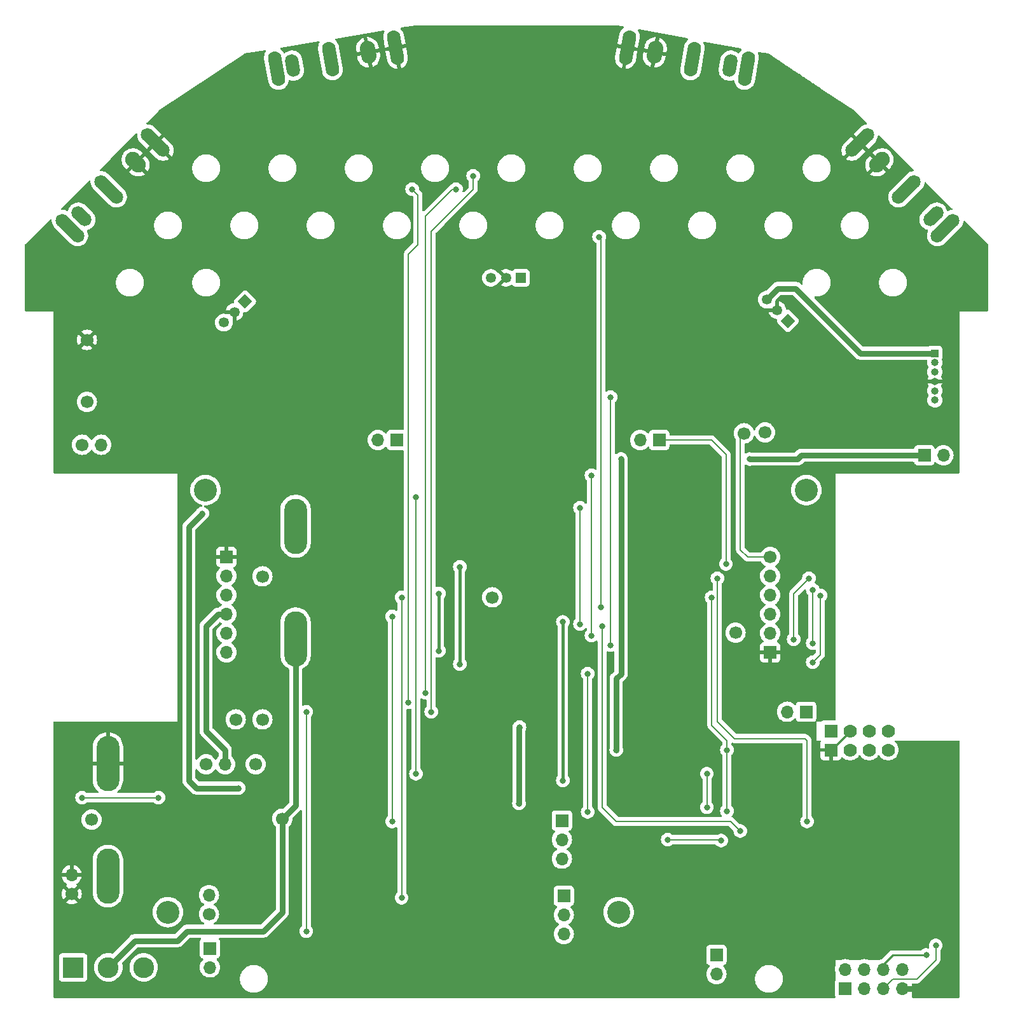
<source format=gbl>
G04 #@! TF.GenerationSoftware,KiCad,Pcbnew,8.0.4*
G04 #@! TF.CreationDate,2024-08-16T09:30:41-05:00*
G04 #@! TF.ProjectId,MotorBoardv3_2,4d6f746f-7242-46f6-9172-6476335f322e,V2.0.2b*
G04 #@! TF.SameCoordinates,Original*
G04 #@! TF.FileFunction,Copper,L2,Bot*
G04 #@! TF.FilePolarity,Positive*
%FSLAX46Y46*%
G04 Gerber Fmt 4.6, Leading zero omitted, Abs format (unit mm)*
G04 Created by KiCad (PCBNEW 8.0.4) date 2024-08-16 09:30:41*
%MOMM*%
%LPD*%
G01*
G04 APERTURE LIST*
G04 Aperture macros list*
%AMHorizOval*
0 Thick line with rounded ends*
0 $1 width*
0 $2 $3 position (X,Y) of the first rounded end (center of the circle)*
0 $4 $5 position (X,Y) of the second rounded end (center of the circle)*
0 Add line between two ends*
20,1,$1,$2,$3,$4,$5,0*
0 Add two circle primitives to create the rounded ends*
1,1,$1,$2,$3*
1,1,$1,$4,$5*%
%AMRotRect*
0 Rectangle, with rotation*
0 The origin of the aperture is its center*
0 $1 length*
0 $2 width*
0 $3 Rotation angle, in degrees counterclockwise*
0 Add horizontal line*
21,1,$1,$2,0,0,$3*%
G04 Aperture macros list end*
G04 #@! TA.AperFunction,ComponentPad*
%ADD10R,1.700000X1.700000*%
G04 #@! TD*
G04 #@! TA.AperFunction,ComponentPad*
%ADD11O,1.700000X1.700000*%
G04 #@! TD*
G04 #@! TA.AperFunction,ComponentPad*
%ADD12C,1.700000*%
G04 #@! TD*
G04 #@! TA.AperFunction,ComponentPad*
%ADD13HorizOval,2.032000X0.088213X-0.500282X-0.088213X0.500282X0*%
G04 #@! TD*
G04 #@! TA.AperFunction,ComponentPad*
%ADD14HorizOval,1.778000X0.110267X-0.625353X-0.110267X0.625353X0*%
G04 #@! TD*
G04 #@! TA.AperFunction,ComponentPad*
%ADD15HorizOval,1.778000X0.253613X-1.438312X-0.253613X1.438312X0*%
G04 #@! TD*
G04 #@! TA.AperFunction,ComponentPad*
%ADD16RotRect,1.350000X1.350000X135.000000*%
G04 #@! TD*
G04 #@! TA.AperFunction,ComponentPad*
%ADD17C,1.350000*%
G04 #@! TD*
G04 #@! TA.AperFunction,ComponentPad*
%ADD18R,2.775000X2.775000*%
G04 #@! TD*
G04 #@! TA.AperFunction,ComponentPad*
%ADD19C,2.775000*%
G04 #@! TD*
G04 #@! TA.AperFunction,ComponentPad*
%ADD20RotRect,1.350000X1.350000X225.000000*%
G04 #@! TD*
G04 #@! TA.AperFunction,ComponentPad*
%ADD21HorizOval,2.032000X0.359210X-0.359210X-0.359210X0.359210X0*%
G04 #@! TD*
G04 #@! TA.AperFunction,ComponentPad*
%ADD22HorizOval,1.778000X0.449013X-0.449013X-0.449013X0.449013X0*%
G04 #@! TD*
G04 #@! TA.AperFunction,ComponentPad*
%ADD23HorizOval,1.778000X1.032729X-1.032729X-1.032729X1.032729X0*%
G04 #@! TD*
G04 #@! TA.AperFunction,ComponentPad*
%ADD24R,1.000000X1.000000*%
G04 #@! TD*
G04 #@! TA.AperFunction,ComponentPad*
%ADD25O,1.000000X1.000000*%
G04 #@! TD*
G04 #@! TA.AperFunction,ComponentPad*
%ADD26C,3.048000*%
G04 #@! TD*
G04 #@! TA.AperFunction,ComponentPad*
%ADD27O,3.048000X7.366000*%
G04 #@! TD*
G04 #@! TA.AperFunction,ComponentPad*
%ADD28R,1.350000X1.350000*%
G04 #@! TD*
G04 #@! TA.AperFunction,ComponentPad*
%ADD29R,1.778000X1.778000*%
G04 #@! TD*
G04 #@! TA.AperFunction,ComponentPad*
%ADD30C,1.778000*%
G04 #@! TD*
G04 #@! TA.AperFunction,ComponentPad*
%ADD31HorizOval,2.032000X-0.359210X-0.359210X0.359210X0.359210X0*%
G04 #@! TD*
G04 #@! TA.AperFunction,ComponentPad*
%ADD32HorizOval,1.778000X-0.449013X-0.449013X0.449013X0.449013X0*%
G04 #@! TD*
G04 #@! TA.AperFunction,ComponentPad*
%ADD33HorizOval,1.778000X-1.032729X-1.032729X1.032729X1.032729X0*%
G04 #@! TD*
G04 #@! TA.AperFunction,ComponentPad*
%ADD34HorizOval,2.032000X-0.088213X-0.500282X0.088213X0.500282X0*%
G04 #@! TD*
G04 #@! TA.AperFunction,ComponentPad*
%ADD35HorizOval,1.778000X-0.110267X-0.625353X0.110267X0.625353X0*%
G04 #@! TD*
G04 #@! TA.AperFunction,ComponentPad*
%ADD36HorizOval,1.778000X-0.253613X-1.438312X0.253613X1.438312X0*%
G04 #@! TD*
G04 #@! TA.AperFunction,ViaPad*
%ADD37C,0.800000*%
G04 #@! TD*
G04 #@! TA.AperFunction,ViaPad*
%ADD38C,1.270000*%
G04 #@! TD*
G04 #@! TA.AperFunction,Conductor*
%ADD39C,0.250000*%
G04 #@! TD*
G04 #@! TA.AperFunction,Conductor*
%ADD40C,0.750000*%
G04 #@! TD*
G04 #@! TA.AperFunction,Conductor*
%ADD41C,0.400000*%
G04 #@! TD*
G04 #@! TA.AperFunction,Conductor*
%ADD42C,0.200000*%
G04 #@! TD*
G04 APERTURE END LIST*
D10*
X128905000Y-79375000D03*
D11*
X126365000Y-79375000D03*
D10*
X93980000Y-79375000D03*
D11*
X91440000Y-79375000D03*
D12*
X72517000Y-116586000D03*
D10*
X69088000Y-147066000D03*
D11*
X69088000Y-149606000D03*
D13*
X90131412Y-27752934D03*
D14*
X80125765Y-29517199D03*
D15*
X85128588Y-28635066D03*
X93794899Y-27106962D03*
X77939492Y-29902698D03*
D12*
X78740000Y-129794000D03*
D16*
X146050000Y-63500000D03*
D17*
X144635786Y-62085786D03*
X143221573Y-60671573D03*
D12*
X68961000Y-142499000D03*
D11*
X68961000Y-139959000D03*
D12*
X106680000Y-100330000D03*
X143002000Y-78359000D03*
D18*
X50863500Y-149606000D03*
D19*
X55563500Y-149606000D03*
X60263500Y-149606000D03*
D10*
X116205000Y-140081000D03*
D11*
X116205000Y-142621000D03*
X116205000Y-145161000D03*
D12*
X52705000Y-66040000D03*
X140208000Y-78486000D03*
D20*
X73768949Y-60914872D03*
D17*
X72354735Y-62329086D03*
X70940522Y-63743299D03*
D12*
X52705000Y-74295000D03*
D21*
X59200051Y-42399949D03*
D22*
X52015846Y-49584154D03*
D23*
X55607949Y-45992051D03*
X61830488Y-39769512D03*
X50446069Y-51153931D03*
D12*
X139065000Y-105048000D03*
D24*
X165608000Y-67818000D03*
D25*
X165608000Y-69068000D03*
X165608000Y-70318000D03*
X165608000Y-71568000D03*
X165608000Y-72818000D03*
X165608000Y-74068000D03*
D10*
X148463000Y-115570000D03*
D11*
X145923000Y-115570000D03*
D10*
X115951000Y-130048000D03*
D11*
X115951000Y-132588000D03*
X115951000Y-135128000D03*
D12*
X68580000Y-122555000D03*
D11*
X71120000Y-122555000D03*
D10*
X136525000Y-147955000D03*
D11*
X136525000Y-150495000D03*
D26*
X63500000Y-142250000D03*
X123500000Y-142250000D03*
X148500000Y-86050000D03*
X68500000Y-86050000D03*
D27*
X55500000Y-137450000D03*
X55500000Y-122450000D03*
X80500000Y-105850000D03*
X80500000Y-90850000D03*
D10*
X71297800Y-94950000D03*
D11*
X71297800Y-97490000D03*
X71297800Y-100030000D03*
X71297800Y-102570000D03*
X71297800Y-105110000D03*
X71297800Y-107650000D03*
D10*
X143687800Y-107650000D03*
D11*
X143687800Y-105110000D03*
X143687800Y-102570000D03*
X143687800Y-100030000D03*
X143687800Y-97490000D03*
D12*
X143687800Y-94950000D03*
D28*
X110490000Y-57785000D03*
D17*
X108490000Y-57785000D03*
X106490000Y-57785000D03*
D29*
X151765000Y-120650000D03*
D30*
X154305000Y-120650000D03*
X156845000Y-120650000D03*
X159385000Y-120650000D03*
D29*
X151765000Y-118110000D03*
D30*
X154305000Y-118110000D03*
X156845000Y-118110000D03*
X159385000Y-118110000D03*
D10*
X153670000Y-152400000D03*
D11*
X156210000Y-152400000D03*
X158750000Y-152400000D03*
X161290000Y-152400000D03*
X161290000Y-149860000D03*
X158750000Y-149860000D03*
X156210000Y-149860000D03*
X153670000Y-149860000D03*
D12*
X76073000Y-116586000D03*
D10*
X164211000Y-81407000D03*
D11*
X166751000Y-81407000D03*
D12*
X76073000Y-97536000D03*
X53340000Y-129940000D03*
X50673000Y-139827000D03*
D11*
X50673000Y-137287000D03*
D12*
X75184000Y-122555000D03*
X52070000Y-80010000D03*
D11*
X54610000Y-80010000D03*
D31*
X158223949Y-42399949D03*
D32*
X165408154Y-49584154D03*
D33*
X161816051Y-45992051D03*
X155593512Y-39769512D03*
X166977931Y-51153931D03*
D34*
X128333988Y-27752934D03*
D35*
X138339635Y-29517199D03*
D36*
X133336812Y-28635066D03*
X124670501Y-27106962D03*
X140525908Y-29902698D03*
D37*
X50165000Y-118745000D03*
X114808000Y-91440000D03*
X84582000Y-69850000D03*
X76440000Y-75198000D03*
X140716000Y-69850000D03*
X113792000Y-111252000D03*
X125476000Y-118110000D03*
D38*
X111760000Y-104495000D03*
D37*
X111506000Y-66548000D03*
X66294000Y-136144000D03*
X85120000Y-122398000D03*
X108458000Y-91440000D03*
X116078000Y-103600000D03*
X62230000Y-127000000D03*
X52070000Y-127000000D03*
X116078000Y-124714000D03*
X165735000Y-146685000D03*
X139700000Y-131445000D03*
X121285000Y-104140000D03*
X95504000Y-114300000D03*
X96012000Y-45974000D03*
X135255000Y-128270000D03*
X135255000Y-123825000D03*
X149352000Y-99314000D03*
X149352000Y-106426000D03*
X148844000Y-97790000D03*
X146812000Y-105918000D03*
X122428000Y-73660000D03*
X122428000Y-106680000D03*
X120904000Y-52324000D03*
X121158000Y-101600000D03*
X135890000Y-100330000D03*
X137922000Y-128778000D03*
X137922000Y-120650000D03*
X136652000Y-97790000D03*
X148590000Y-130175000D03*
X96520000Y-123825000D03*
X96520000Y-86995000D03*
X81915000Y-115570000D03*
X81915000Y-144780000D03*
X118364000Y-88392000D03*
X118364000Y-103886000D03*
X119380000Y-110490000D03*
X119380000Y-128905000D03*
X119888000Y-84074000D03*
X119888000Y-105410000D03*
X104140000Y-44196000D03*
X98552000Y-115570000D03*
X101854000Y-45974000D03*
X97790000Y-113030000D03*
X93345000Y-130175000D03*
X93345000Y-102870000D03*
X94615000Y-140335000D03*
X94615000Y-100330000D03*
X68072000Y-89154000D03*
X110310000Y-117602000D03*
X72898000Y-125730000D03*
X110236000Y-127762000D03*
X102362000Y-96266000D03*
X102362000Y-109220000D03*
X99568000Y-99822000D03*
X99568000Y-107442000D03*
X150368000Y-100076000D03*
X149352000Y-108966000D03*
X130048000Y-132588000D03*
X137160000Y-132715000D03*
X164465000Y-147955000D03*
X140970000Y-81915000D03*
X123825000Y-81915000D03*
X123190000Y-120650000D03*
X137795000Y-95885000D03*
D39*
X151765000Y-120650000D02*
X154305000Y-118110000D01*
D40*
X161290000Y-152400000D02*
X164465000Y-152400000D01*
X68580000Y-118110000D02*
X71120000Y-120650000D01*
X71120000Y-120650000D02*
X71120000Y-122555000D01*
D41*
X116078000Y-103600000D02*
X116078000Y-124714000D01*
D40*
X71500000Y-102570000D02*
X70150000Y-102570000D01*
D42*
X62230000Y-127000000D02*
X52070000Y-127000000D01*
D40*
X68580000Y-104140000D02*
X68580000Y-118110000D01*
X70150000Y-102570000D02*
X68580000Y-104140000D01*
D42*
X121285000Y-104140000D02*
X121285000Y-128270000D01*
X123190000Y-130175000D02*
X138430000Y-130175000D01*
X165735000Y-148590000D02*
X163195000Y-151130000D01*
X163195000Y-151130000D02*
X160020000Y-151130000D01*
X121285000Y-128270000D02*
X123190000Y-130175000D01*
X138430000Y-130175000D02*
X139700000Y-131445000D01*
X160020000Y-151130000D02*
X158750000Y-152400000D01*
X165735000Y-146685000D02*
X165735000Y-148590000D01*
X96774000Y-53340000D02*
X96774000Y-46736000D01*
X95504000Y-54610000D02*
X95504000Y-114300000D01*
X96774000Y-46736000D02*
X96012000Y-45974000D01*
X96774000Y-53340000D02*
X95504000Y-54610000D01*
X135255000Y-128270000D02*
X135255000Y-123825000D01*
X149352000Y-106426000D02*
X149352000Y-99314000D01*
X146812000Y-99822000D02*
X148844000Y-97790000D01*
X146812000Y-105918000D02*
X146812000Y-99822000D01*
X122428000Y-106680000D02*
X122428000Y-73660000D01*
X120904000Y-52324000D02*
X121158000Y-52578000D01*
X121158000Y-52578000D02*
X121158000Y-101600000D01*
X137922000Y-128778000D02*
X137922000Y-119380000D01*
X135890000Y-117348000D02*
X135890000Y-100330000D01*
X137922000Y-119380000D02*
X135890000Y-117348000D01*
X136652000Y-97790000D02*
X136652000Y-116840000D01*
X148590000Y-119380000D02*
X148590000Y-130175000D01*
X136652000Y-116840000D02*
X138938000Y-119126000D01*
X138938000Y-119126000D02*
X148336000Y-119126000D01*
X148336000Y-119126000D02*
X148590000Y-119380000D01*
X96520000Y-123825000D02*
X96520000Y-86995000D01*
X81915000Y-115570000D02*
X81915000Y-144780000D01*
X118364000Y-103886000D02*
X118364000Y-88392000D01*
X119380000Y-110490000D02*
X119380000Y-128905000D01*
X119888000Y-105410000D02*
X119888000Y-84074000D01*
X104140000Y-45974000D02*
X98552000Y-51562000D01*
X104140000Y-44196000D02*
X104140000Y-45974000D01*
X98552000Y-51562000D02*
X98552000Y-115570000D01*
X101346000Y-45974000D02*
X101854000Y-45974000D01*
X97790000Y-49530000D02*
X101346000Y-45974000D01*
X97790000Y-113030000D02*
X97790000Y-49530000D01*
X93345000Y-102870000D02*
X93345000Y-130175000D01*
X94615000Y-100330000D02*
X94615000Y-140335000D01*
D40*
X155702000Y-67818000D02*
X165608000Y-67818000D01*
X143221573Y-60671573D02*
X144711146Y-59182000D01*
X147066000Y-59182000D02*
X155702000Y-67818000D01*
X144711146Y-59182000D02*
X147066000Y-59182000D01*
X78740000Y-142240000D02*
X76200000Y-144780000D01*
X78740000Y-129794000D02*
X78740000Y-142240000D01*
X80500000Y-105850000D02*
X80500000Y-128034000D01*
X76200000Y-144780000D02*
X66040000Y-144780000D01*
X80500000Y-128034000D02*
X78740000Y-129794000D01*
X59055000Y-146050000D02*
X59055000Y-146114500D01*
X59055000Y-146114500D02*
X55563500Y-149606000D01*
X64770000Y-146050000D02*
X59055000Y-146050000D01*
X66040000Y-144780000D02*
X64770000Y-146050000D01*
D42*
X140670000Y-94950000D02*
X139700000Y-93980000D01*
X139700000Y-93980000D02*
X139700000Y-78486000D01*
X143687800Y-94950000D02*
X140670000Y-94950000D01*
D40*
X72898000Y-125730000D02*
X67310000Y-125730000D01*
X67310000Y-125730000D02*
X66294000Y-124714000D01*
X66294000Y-90932000D02*
X68072000Y-89154000D01*
X66294000Y-124714000D02*
X66294000Y-90932000D01*
X110236000Y-117676000D02*
X110310000Y-117602000D01*
X110236000Y-127762000D02*
X110236000Y-117676000D01*
D41*
X102362000Y-109220000D02*
X102362000Y-96266000D01*
X99568000Y-99822000D02*
X99568000Y-107442000D01*
D42*
X150368000Y-107950000D02*
X150368000Y-100076000D01*
X149352000Y-108966000D02*
X150368000Y-107950000D01*
X130048000Y-132588000D02*
X137033000Y-132588000D01*
X137033000Y-132588000D02*
X137160000Y-132715000D01*
D39*
X164465000Y-147955000D02*
X160020000Y-147955000D01*
X158750000Y-149225000D02*
X158750000Y-149860000D01*
X160020000Y-147955000D02*
X158750000Y-149225000D01*
D40*
X123190000Y-120650000D02*
X123190000Y-111125000D01*
X147320000Y-81915000D02*
X147828000Y-81407000D01*
X123825000Y-110490000D02*
X123825000Y-81915000D01*
X140970000Y-81915000D02*
X147320000Y-81915000D01*
X123190000Y-111125000D02*
X123825000Y-110490000D01*
X147828000Y-81407000D02*
X164211000Y-81407000D01*
D42*
X135890000Y-79375000D02*
X128910000Y-79375000D01*
X137795000Y-81280000D02*
X135890000Y-79375000D01*
X137795000Y-95885000D02*
X137795000Y-81280000D01*
G04 #@! TA.AperFunction,Conductor*
G36*
X123201328Y-24132124D02*
G01*
X124091179Y-24298971D01*
X124153442Y-24330673D01*
X124188682Y-24391005D01*
X124185710Y-24460811D01*
X124145470Y-24517929D01*
X124139451Y-24522422D01*
X124037867Y-24593552D01*
X123880598Y-24745424D01*
X123880595Y-24745427D01*
X123749021Y-24920031D01*
X123646378Y-25113077D01*
X123646376Y-25113082D01*
X123575202Y-25319787D01*
X123575197Y-25319806D01*
X123346014Y-26619563D01*
X124213630Y-26772546D01*
X124126806Y-27264949D01*
X123259189Y-27111965D01*
X123030007Y-28411731D01*
X123030006Y-28411734D01*
X123026192Y-28630325D01*
X123026193Y-28630341D01*
X123056617Y-28846829D01*
X123056620Y-28846840D01*
X123120542Y-29055917D01*
X123120542Y-29055918D01*
X123216383Y-29252423D01*
X123341789Y-29431520D01*
X123493662Y-29588789D01*
X123493665Y-29588792D01*
X123668270Y-29720366D01*
X123861303Y-29823004D01*
X123861320Y-29823011D01*
X123933357Y-29847816D01*
X124071835Y-29062463D01*
X124119531Y-29102484D01*
X124240758Y-29159013D01*
X124372486Y-29182240D01*
X124505735Y-29170582D01*
X124564239Y-29149288D01*
X124425761Y-29934639D01*
X124501939Y-29935969D01*
X124501954Y-29935968D01*
X124718443Y-29905544D01*
X124718454Y-29905541D01*
X124927531Y-29841619D01*
X124927532Y-29841619D01*
X125124037Y-29745778D01*
X125303134Y-29620372D01*
X125460403Y-29468499D01*
X125460406Y-29468496D01*
X125591980Y-29293891D01*
X125694618Y-29100858D01*
X125694625Y-29100841D01*
X125765799Y-28894136D01*
X125765804Y-28894117D01*
X125862444Y-28346045D01*
X126727924Y-28346045D01*
X126727925Y-28346061D01*
X126761131Y-28582345D01*
X126761134Y-28582356D01*
X126830900Y-28810548D01*
X126830900Y-28810549D01*
X126935505Y-29025022D01*
X127072379Y-29220498D01*
X127238136Y-29392144D01*
X127238139Y-29392147D01*
X127428707Y-29535750D01*
X127639405Y-29647779D01*
X127739916Y-29682386D01*
X127739917Y-29682386D01*
X127918439Y-28669935D01*
X127943755Y-28686064D01*
X128083650Y-28740466D01*
X128231470Y-28766531D01*
X128381535Y-28763257D01*
X128410840Y-28756759D01*
X128232319Y-29769210D01*
X128232320Y-29769211D01*
X128338603Y-29771066D01*
X128338619Y-29771065D01*
X128574904Y-29737859D01*
X128574915Y-29737856D01*
X128803107Y-29668090D01*
X128803108Y-29668090D01*
X129017581Y-29563485D01*
X129213057Y-29426611D01*
X129384703Y-29260854D01*
X129384706Y-29260851D01*
X129528309Y-29070283D01*
X129640337Y-28859587D01*
X129640337Y-28859586D01*
X129718022Y-28633974D01*
X129718025Y-28633962D01*
X129783544Y-28262385D01*
X129040999Y-28131454D01*
X129127824Y-27639051D01*
X129870368Y-27769982D01*
X129935887Y-27398404D01*
X129935888Y-27398401D01*
X129940051Y-27159822D01*
X129940050Y-27159806D01*
X129906844Y-26923523D01*
X129906841Y-26923512D01*
X129837075Y-26695319D01*
X129837075Y-26695318D01*
X129732470Y-26480845D01*
X129595596Y-26285369D01*
X129429839Y-26113723D01*
X129429836Y-26113721D01*
X129239265Y-25970116D01*
X129028583Y-25858094D01*
X129028567Y-25858087D01*
X128928057Y-25823479D01*
X128749534Y-26835930D01*
X128724221Y-26819804D01*
X128584326Y-26765402D01*
X128436506Y-26739337D01*
X128286441Y-26742611D01*
X128257132Y-26749108D01*
X128435655Y-25736656D01*
X128435655Y-25736655D01*
X128329372Y-25734801D01*
X128329355Y-25734802D01*
X128093071Y-25768008D01*
X128093060Y-25768011D01*
X127864859Y-25837779D01*
X127650406Y-25942376D01*
X127650392Y-25942385D01*
X127454928Y-26079248D01*
X127283272Y-26245014D01*
X127283269Y-26245017D01*
X127139666Y-26435585D01*
X127027638Y-26646281D01*
X127027636Y-26646286D01*
X126949954Y-26871893D01*
X126949949Y-26871910D01*
X126884431Y-27243482D01*
X126884430Y-27243482D01*
X127626976Y-27374412D01*
X127540152Y-27866814D01*
X126797606Y-27735884D01*
X126732088Y-28107463D01*
X126732087Y-28107466D01*
X126727924Y-28346045D01*
X125862444Y-28346045D01*
X125994986Y-27594359D01*
X125127371Y-27441375D01*
X125214195Y-26948973D01*
X126081811Y-27101957D01*
X126310994Y-25802192D01*
X126310995Y-25802189D01*
X126314809Y-25583599D01*
X126314808Y-25583583D01*
X126284383Y-25367094D01*
X126284380Y-25367083D01*
X126220459Y-25158007D01*
X126220457Y-25158001D01*
X126124620Y-24961502D01*
X126072282Y-24886757D01*
X126049955Y-24820551D01*
X126066965Y-24752784D01*
X126117913Y-24704970D01*
X126186622Y-24692292D01*
X126196686Y-24693753D01*
X132648203Y-25903413D01*
X132710462Y-25935113D01*
X132745702Y-25995445D01*
X132742730Y-26065251D01*
X132706778Y-26117274D01*
X132707365Y-26117882D01*
X132704337Y-26120805D01*
X132704231Y-26120960D01*
X132703866Y-26121260D01*
X132546533Y-26273196D01*
X132546530Y-26273200D01*
X132414908Y-26447867D01*
X132312233Y-26640970D01*
X132312227Y-26640983D01*
X132241026Y-26847766D01*
X132241023Y-26847778D01*
X131695819Y-29939787D01*
X131695818Y-29939791D01*
X131692002Y-30158459D01*
X131692002Y-30158467D01*
X131692002Y-30158473D01*
X131692003Y-30158475D01*
X131722438Y-30375042D01*
X131722439Y-30375047D01*
X131722440Y-30375051D01*
X131786386Y-30584207D01*
X131786388Y-30584211D01*
X131882259Y-30780780D01*
X131882262Y-30780784D01*
X132007711Y-30959942D01*
X132043435Y-30996935D01*
X132159640Y-31117269D01*
X132159643Y-31117272D01*
X132251439Y-31186445D01*
X132334313Y-31248895D01*
X132527424Y-31351573D01*
X132734220Y-31422779D01*
X132949610Y-31460758D01*
X133168288Y-31464575D01*
X133384872Y-31434137D01*
X133594028Y-31370191D01*
X133790605Y-31274315D01*
X133969763Y-31148866D01*
X134127091Y-30996936D01*
X134258716Y-30822264D01*
X134361394Y-30629153D01*
X134432600Y-30422357D01*
X134977805Y-27330344D01*
X134981622Y-27111665D01*
X134951184Y-26895082D01*
X134887238Y-26685926D01*
X134800658Y-26508412D01*
X134788964Y-26439529D01*
X134816366Y-26375257D01*
X134874167Y-26336003D01*
X134934956Y-26332179D01*
X139767139Y-27238213D01*
X139829399Y-27269914D01*
X139864639Y-27330246D01*
X139861667Y-27400052D01*
X139830423Y-27449285D01*
X139735630Y-27540827D01*
X139735626Y-27540832D01*
X139604004Y-27715499D01*
X139555934Y-27805906D01*
X139507081Y-27855857D01*
X139438977Y-27871466D01*
X139373245Y-27847777D01*
X139371824Y-27846722D01*
X139198789Y-27716330D01*
X139005686Y-27613655D01*
X139005670Y-27613648D01*
X138798891Y-27542449D01*
X138798889Y-27542448D01*
X138798882Y-27542446D01*
X138798874Y-27542444D01*
X138798872Y-27542444D01*
X138583494Y-27504467D01*
X138583490Y-27504466D01*
X138364821Y-27500649D01*
X138364819Y-27500649D01*
X138364814Y-27500649D01*
X138364807Y-27500649D01*
X138364806Y-27500650D01*
X138148238Y-27531085D01*
X138148231Y-27531086D01*
X138148230Y-27531087D01*
X137939074Y-27595033D01*
X137939071Y-27595034D01*
X137939069Y-27595035D01*
X137742505Y-27690904D01*
X137742498Y-27690908D01*
X137742497Y-27690909D01*
X137742496Y-27690910D01*
X137563340Y-27816355D01*
X137563338Y-27816357D01*
X137406013Y-27968285D01*
X137406011Y-27968288D01*
X137274389Y-28142952D01*
X137274385Y-28142957D01*
X137274385Y-28142959D01*
X137263883Y-28162711D01*
X137171706Y-28336072D01*
X137171706Y-28336073D01*
X137100503Y-28542860D01*
X137100502Y-28542866D01*
X137100499Y-28542876D01*
X136841988Y-30008960D01*
X136841987Y-30008964D01*
X136839378Y-30158467D01*
X136838171Y-30227640D01*
X136838171Y-30227646D01*
X136838172Y-30227648D01*
X136868607Y-30444215D01*
X136868608Y-30444220D01*
X136868609Y-30444224D01*
X136932555Y-30653380D01*
X136932557Y-30653384D01*
X137028426Y-30849948D01*
X137028428Y-30849951D01*
X137028431Y-30849957D01*
X137153879Y-31029116D01*
X137305810Y-31186443D01*
X137480481Y-31318068D01*
X137578506Y-31370189D01*
X137673582Y-31420742D01*
X137673586Y-31420744D01*
X137673592Y-31420747D01*
X137880388Y-31491953D01*
X138095778Y-31529932D01*
X138314456Y-31533749D01*
X138531040Y-31503311D01*
X138738243Y-31439961D01*
X138808103Y-31439186D01*
X138867298Y-31476305D01*
X138897027Y-31539534D01*
X138897286Y-31541287D01*
X138911534Y-31642674D01*
X138911535Y-31642679D01*
X138911536Y-31642683D01*
X138975482Y-31851839D01*
X138975484Y-31851843D01*
X139071355Y-32048412D01*
X139071358Y-32048416D01*
X139196807Y-32227574D01*
X139232531Y-32264567D01*
X139348736Y-32384901D01*
X139348739Y-32384904D01*
X139523406Y-32516525D01*
X139523409Y-32516527D01*
X139716520Y-32619205D01*
X139923316Y-32690411D01*
X140138706Y-32728390D01*
X140357384Y-32732207D01*
X140573968Y-32701769D01*
X140783124Y-32637823D01*
X140979701Y-32541947D01*
X141158859Y-32416498D01*
X141316187Y-32264568D01*
X141447812Y-32089896D01*
X141550490Y-31896785D01*
X141621696Y-31689989D01*
X142166901Y-28597976D01*
X142170718Y-28379297D01*
X142140280Y-28162714D01*
X142076334Y-27953558D01*
X142032874Y-27864453D01*
X142021179Y-27795571D01*
X142048581Y-27731298D01*
X142106381Y-27692044D01*
X142167174Y-27688220D01*
X143485126Y-27935336D01*
X143531057Y-27954038D01*
X143533585Y-27955723D01*
X143552428Y-27968285D01*
X143844067Y-28162711D01*
X144119092Y-28346061D01*
X144217597Y-28411731D01*
X144414292Y-28542861D01*
X144414313Y-28542875D01*
X144473518Y-28582345D01*
X144473533Y-28582355D01*
X144545512Y-28630341D01*
X144550933Y-28633955D01*
X144889372Y-28859581D01*
X144889381Y-28859587D01*
X145183876Y-29055917D01*
X145205425Y-29070283D01*
X145478632Y-29252421D01*
X145491277Y-29260851D01*
X145491280Y-29260853D01*
X145802749Y-29468499D01*
X145945228Y-29563485D01*
X145945237Y-29563491D01*
X145983184Y-29588789D01*
X146206789Y-29737859D01*
X146218666Y-29745777D01*
X146253817Y-29769211D01*
X146256598Y-29771065D01*
X146334517Y-29823011D01*
X146362426Y-29841617D01*
X146362429Y-29841619D01*
X146458312Y-29905541D01*
X146501959Y-29934639D01*
X146503954Y-29935969D01*
X146837713Y-30158475D01*
X147162580Y-30375053D01*
X147233521Y-30422347D01*
X147233548Y-30422365D01*
X147266323Y-30444215D01*
X147476308Y-30584205D01*
X147476317Y-30584211D01*
X147543742Y-30629161D01*
X147874933Y-30849955D01*
X147874936Y-30849957D01*
X148095397Y-30996931D01*
X148095400Y-30996933D01*
X148143667Y-31029111D01*
X148143670Y-31029113D01*
X148143673Y-31029115D01*
X148323298Y-31148865D01*
X148323301Y-31148867D01*
X148511476Y-31274317D01*
X148577101Y-31318067D01*
X148627360Y-31351573D01*
X148655281Y-31370187D01*
X148731124Y-31420749D01*
X148751203Y-31434135D01*
X148751206Y-31434137D01*
X148759519Y-31439679D01*
X148837930Y-31491953D01*
X148911931Y-31541287D01*
X149064028Y-31642685D01*
X149134969Y-31689979D01*
X149377756Y-31851837D01*
X149377765Y-31851843D01*
X149445190Y-31896793D01*
X149996845Y-32264563D01*
X149996848Y-32264565D01*
X149996851Y-32264567D01*
X150224746Y-32416497D01*
X150224749Y-32416499D01*
X150528808Y-32619205D01*
X150556729Y-32637819D01*
X150556732Y-32637821D01*
X150652651Y-32701767D01*
X154929785Y-35553190D01*
X154948683Y-35568683D01*
X156526869Y-37146869D01*
X156560354Y-37208192D01*
X156555370Y-37277884D01*
X156513498Y-37333817D01*
X156458586Y-37357023D01*
X156300981Y-37381985D01*
X156093052Y-37449544D01*
X156093049Y-37449545D01*
X155898245Y-37548804D01*
X155721367Y-37677315D01*
X155721366Y-37677315D01*
X154788117Y-38610564D01*
X155411078Y-39233525D01*
X155057525Y-39587078D01*
X154434564Y-38964117D01*
X153501311Y-39897369D01*
X153501307Y-39897374D01*
X153372806Y-40074242D01*
X153273545Y-40269049D01*
X153273544Y-40269052D01*
X153205985Y-40476981D01*
X153171783Y-40692924D01*
X153171783Y-40911557D01*
X153205985Y-41127500D01*
X153273544Y-41335429D01*
X153273545Y-41335432D01*
X153372803Y-41530234D01*
X153372804Y-41530236D01*
X153417589Y-41591879D01*
X153417590Y-41591879D01*
X153981484Y-41027985D01*
X153997599Y-41088125D01*
X154064478Y-41203963D01*
X154159061Y-41298546D01*
X154274899Y-41365425D01*
X154335036Y-41381539D01*
X153771143Y-41945432D01*
X153832791Y-41990221D01*
X154027591Y-42089478D01*
X154027594Y-42089479D01*
X154235523Y-42157038D01*
X154451467Y-42191241D01*
X154670099Y-42191241D01*
X154886042Y-42157038D01*
X155093971Y-42089479D01*
X155093974Y-42089478D01*
X155288781Y-41990217D01*
X155465649Y-41861716D01*
X155465654Y-41861712D01*
X156398906Y-40928460D01*
X155775945Y-40305499D01*
X156129499Y-39951946D01*
X156752459Y-40574906D01*
X157685708Y-39641657D01*
X157685708Y-39641656D01*
X157814219Y-39464778D01*
X157913478Y-39269974D01*
X157913479Y-39269971D01*
X157981039Y-39062041D01*
X158006000Y-38904438D01*
X158035929Y-38841303D01*
X158095240Y-38804371D01*
X158165102Y-38805369D01*
X158216154Y-38836154D01*
X162748970Y-43368970D01*
X162782455Y-43430293D01*
X162777471Y-43499985D01*
X162735599Y-43555918D01*
X162680687Y-43579124D01*
X162523403Y-43604035D01*
X162315399Y-43671619D01*
X162315396Y-43671620D01*
X162120522Y-43770915D01*
X162042335Y-43827722D01*
X161943582Y-43899471D01*
X161943580Y-43899473D01*
X161943579Y-43899473D01*
X159723473Y-46119578D01*
X159723473Y-46119579D01*
X159723471Y-46119581D01*
X159692466Y-46162256D01*
X159594915Y-46296522D01*
X159495620Y-46491396D01*
X159495619Y-46491399D01*
X159428036Y-46699403D01*
X159393821Y-46915425D01*
X159393821Y-47134134D01*
X159428036Y-47350156D01*
X159495619Y-47558160D01*
X159495620Y-47558163D01*
X159591146Y-47745640D01*
X159594915Y-47753037D01*
X159723471Y-47929979D01*
X159878123Y-48084631D01*
X160055065Y-48213187D01*
X160150644Y-48261887D01*
X160249938Y-48312481D01*
X160249941Y-48312482D01*
X160353943Y-48346273D01*
X160457947Y-48380066D01*
X160673966Y-48414281D01*
X160673967Y-48414281D01*
X160892677Y-48414281D01*
X160892678Y-48414281D01*
X161108697Y-48380066D01*
X161316705Y-48312481D01*
X161511579Y-48213187D01*
X161688521Y-48084631D01*
X163908631Y-45864520D01*
X164037187Y-45687579D01*
X164136481Y-45492705D01*
X164204066Y-45284697D01*
X164228978Y-45127411D01*
X164258906Y-45064280D01*
X164318217Y-45027348D01*
X164388080Y-45028346D01*
X164439131Y-45059131D01*
X167910850Y-48530850D01*
X167944335Y-48592173D01*
X167939351Y-48661865D01*
X167897479Y-48717798D01*
X167842567Y-48741004D01*
X167685283Y-48765915D01*
X167477279Y-48833499D01*
X167477271Y-48833503D01*
X167386045Y-48879985D01*
X167317376Y-48892881D01*
X167252636Y-48866604D01*
X167212379Y-48809498D01*
X167211820Y-48807817D01*
X167144870Y-48601762D01*
X167144863Y-48601746D01*
X167045575Y-48406885D01*
X167045574Y-48406884D01*
X166917024Y-48229947D01*
X166762360Y-48075283D01*
X166585423Y-47946733D01*
X166585422Y-47946732D01*
X166390561Y-47847444D01*
X166390548Y-47847438D01*
X166182544Y-47779855D01*
X166074533Y-47762747D01*
X165966524Y-47745640D01*
X165747811Y-47745640D01*
X165675804Y-47757045D01*
X165531790Y-47779855D01*
X165323786Y-47847438D01*
X165323783Y-47847439D01*
X165128909Y-47946734D01*
X164951966Y-48075291D01*
X163899292Y-49127965D01*
X163899292Y-49127966D01*
X163899290Y-49127968D01*
X163887340Y-49144416D01*
X163770734Y-49304909D01*
X163671439Y-49499783D01*
X163671438Y-49499786D01*
X163603855Y-49707790D01*
X163593299Y-49774435D01*
X163569640Y-49923811D01*
X163569640Y-50142523D01*
X163583584Y-50230558D01*
X163603855Y-50358543D01*
X163671438Y-50566547D01*
X163671439Y-50566550D01*
X163770733Y-50761422D01*
X163770734Y-50761424D01*
X163899290Y-50938366D01*
X164053942Y-51093018D01*
X164230884Y-51221574D01*
X164326463Y-51270274D01*
X164425757Y-51320868D01*
X164425763Y-51320870D01*
X164631817Y-51387820D01*
X164689493Y-51427257D01*
X164716692Y-51491615D01*
X164704778Y-51560462D01*
X164703985Y-51562045D01*
X164657503Y-51653271D01*
X164657499Y-51653279D01*
X164589916Y-51861283D01*
X164574959Y-51955715D01*
X164555701Y-52077304D01*
X164555701Y-52296016D01*
X164561853Y-52334857D01*
X164589916Y-52512036D01*
X164657499Y-52720040D01*
X164657500Y-52720043D01*
X164726884Y-52856214D01*
X164756795Y-52914917D01*
X164885351Y-53091859D01*
X165040003Y-53246511D01*
X165216945Y-53375067D01*
X165248924Y-53391361D01*
X165411818Y-53474361D01*
X165411821Y-53474362D01*
X165515823Y-53508153D01*
X165619827Y-53541946D01*
X165835846Y-53576161D01*
X165835847Y-53576161D01*
X166054557Y-53576161D01*
X166054558Y-53576161D01*
X166270577Y-53541946D01*
X166478585Y-53474361D01*
X166673459Y-53375067D01*
X166850401Y-53246511D01*
X169070511Y-51026400D01*
X169199067Y-50849459D01*
X169298361Y-50654585D01*
X169365946Y-50446577D01*
X169390858Y-50289291D01*
X169420786Y-50226160D01*
X169480097Y-50189228D01*
X169549960Y-50190226D01*
X169601011Y-50221011D01*
X172683681Y-53303681D01*
X172717166Y-53365004D01*
X172720000Y-53391362D01*
X172720000Y-62106000D01*
X172700315Y-62173039D01*
X172647511Y-62218794D01*
X172596000Y-62230000D01*
X168910000Y-62230000D01*
X168910000Y-83696000D01*
X168890315Y-83763039D01*
X168837511Y-83808794D01*
X168786000Y-83820000D01*
X152400000Y-83820000D01*
X152400000Y-116596500D01*
X152380315Y-116663539D01*
X152327511Y-116709294D01*
X152276000Y-116720500D01*
X150828129Y-116720500D01*
X150828123Y-116720501D01*
X150768516Y-116726908D01*
X150633671Y-116777202D01*
X150633668Y-116777204D01*
X150582823Y-116815267D01*
X150517358Y-116839684D01*
X150508512Y-116840000D01*
X149868773Y-116840000D01*
X149847302Y-116833695D01*
X149860000Y-116883442D01*
X149860000Y-119380000D01*
X150305864Y-119380000D01*
X150372903Y-119399685D01*
X150418658Y-119452489D01*
X150428602Y-119521647D01*
X150422046Y-119547333D01*
X150382403Y-119653620D01*
X150382401Y-119653627D01*
X150376000Y-119713155D01*
X150376000Y-120400000D01*
X151322749Y-120400000D01*
X151291619Y-120453919D01*
X151257000Y-120583120D01*
X151257000Y-120716880D01*
X151291619Y-120846081D01*
X151322749Y-120900000D01*
X150376000Y-120900000D01*
X150376000Y-121586844D01*
X150382401Y-121646372D01*
X150382403Y-121646379D01*
X150432645Y-121781086D01*
X150432649Y-121781093D01*
X150518809Y-121896187D01*
X150518812Y-121896190D01*
X150633906Y-121982350D01*
X150633913Y-121982354D01*
X150768620Y-122032596D01*
X150768627Y-122032598D01*
X150828155Y-122038999D01*
X150828172Y-122039000D01*
X151515000Y-122039000D01*
X151515000Y-121092251D01*
X151568919Y-121123381D01*
X151698120Y-121158000D01*
X151831880Y-121158000D01*
X151961081Y-121123381D01*
X152015000Y-121092251D01*
X152015000Y-122039000D01*
X152701828Y-122039000D01*
X152701844Y-122038999D01*
X152761372Y-122032598D01*
X152761379Y-122032596D01*
X152896086Y-121982354D01*
X152896093Y-121982350D01*
X153011187Y-121896190D01*
X153011190Y-121896187D01*
X153097350Y-121781093D01*
X153097355Y-121781084D01*
X153130638Y-121691847D01*
X153172508Y-121635913D01*
X153237972Y-121611495D01*
X153306246Y-121626346D01*
X153338048Y-121651194D01*
X153360692Y-121675792D01*
X153542411Y-121817229D01*
X153744931Y-121926828D01*
X153858025Y-121965653D01*
X153962725Y-122001597D01*
X153962727Y-122001597D01*
X153962729Y-122001598D01*
X154189863Y-122039500D01*
X154189864Y-122039500D01*
X154420136Y-122039500D01*
X154420137Y-122039500D01*
X154647271Y-122001598D01*
X154865069Y-121926828D01*
X155067589Y-121817229D01*
X155249308Y-121675792D01*
X155405269Y-121506373D01*
X155471191Y-121405472D01*
X155524337Y-121360115D01*
X155593569Y-121350691D01*
X155656905Y-121380193D01*
X155678809Y-121405472D01*
X155744728Y-121506370D01*
X155772262Y-121536280D01*
X155900692Y-121675792D01*
X156082411Y-121817229D01*
X156284931Y-121926828D01*
X156398025Y-121965653D01*
X156502725Y-122001597D01*
X156502727Y-122001597D01*
X156502729Y-122001598D01*
X156729863Y-122039500D01*
X156729864Y-122039500D01*
X156960136Y-122039500D01*
X156960137Y-122039500D01*
X157187271Y-122001598D01*
X157405069Y-121926828D01*
X157607589Y-121817229D01*
X157789308Y-121675792D01*
X157945269Y-121506373D01*
X158011191Y-121405472D01*
X158064337Y-121360115D01*
X158133569Y-121350691D01*
X158196905Y-121380193D01*
X158218809Y-121405472D01*
X158284728Y-121506370D01*
X158312262Y-121536280D01*
X158440692Y-121675792D01*
X158622411Y-121817229D01*
X158824931Y-121926828D01*
X158938025Y-121965653D01*
X159042725Y-122001597D01*
X159042727Y-122001597D01*
X159042729Y-122001598D01*
X159269863Y-122039500D01*
X159269864Y-122039500D01*
X159500136Y-122039500D01*
X159500137Y-122039500D01*
X159727271Y-122001598D01*
X159945069Y-121926828D01*
X160147589Y-121817229D01*
X160329308Y-121675792D01*
X160485269Y-121506373D01*
X160611217Y-121313595D01*
X160703717Y-121102716D01*
X160760246Y-120879488D01*
X160779262Y-120650000D01*
X160772116Y-120563766D01*
X160764553Y-120472489D01*
X160760246Y-120420512D01*
X160703717Y-120197284D01*
X160611217Y-119986405D01*
X160586980Y-119949308D01*
X160485271Y-119793629D01*
X160385800Y-119685575D01*
X160329308Y-119624208D01*
X160300584Y-119601851D01*
X160259773Y-119545143D01*
X160256098Y-119475370D01*
X160290729Y-119414687D01*
X160352671Y-119382360D01*
X160376748Y-119380000D01*
X168786000Y-119380000D01*
X168853039Y-119399685D01*
X168898794Y-119452489D01*
X168910000Y-119504000D01*
X168910000Y-153546000D01*
X168890315Y-153613039D01*
X168837511Y-153658794D01*
X168786000Y-153670000D01*
X162684000Y-153670000D01*
X162616961Y-153650315D01*
X162571206Y-153597511D01*
X162560000Y-153546000D01*
X162560000Y-151854500D01*
X162579685Y-151787461D01*
X162632489Y-151741706D01*
X162684000Y-151730500D01*
X163108331Y-151730500D01*
X163108347Y-151730501D01*
X163115943Y-151730501D01*
X163274054Y-151730501D01*
X163274057Y-151730501D01*
X163426785Y-151689577D01*
X163476904Y-151660639D01*
X163563716Y-151610520D01*
X163675520Y-151498716D01*
X163675520Y-151498714D01*
X163685728Y-151488507D01*
X163685730Y-151488504D01*
X166093506Y-149080728D01*
X166093511Y-149080724D01*
X166103714Y-149070520D01*
X166103716Y-149070520D01*
X166215520Y-148958716D01*
X166294577Y-148821784D01*
X166335500Y-148669057D01*
X166335500Y-147411452D01*
X166355185Y-147344413D01*
X166367350Y-147328480D01*
X166467533Y-147217216D01*
X166562179Y-147053284D01*
X166620674Y-146873256D01*
X166640460Y-146685000D01*
X166620674Y-146496744D01*
X166562179Y-146316716D01*
X166467533Y-146152784D01*
X166340871Y-146012112D01*
X166340870Y-146012111D01*
X166187734Y-145900851D01*
X166187729Y-145900848D01*
X166014807Y-145823857D01*
X166014802Y-145823855D01*
X165869001Y-145792865D01*
X165829646Y-145784500D01*
X165640354Y-145784500D01*
X165607897Y-145791398D01*
X165455197Y-145823855D01*
X165455192Y-145823857D01*
X165282270Y-145900848D01*
X165282265Y-145900851D01*
X165129129Y-146012111D01*
X165002466Y-146152785D01*
X164907821Y-146316715D01*
X164907818Y-146316722D01*
X164849548Y-146496061D01*
X164849326Y-146496744D01*
X164829540Y-146685000D01*
X164849326Y-146873256D01*
X164849327Y-146873259D01*
X164867706Y-146929824D01*
X164869701Y-146999665D01*
X164833621Y-147059498D01*
X164770920Y-147090326D01*
X164723995Y-147089433D01*
X164697862Y-147083878D01*
X164559646Y-147054500D01*
X164370354Y-147054500D01*
X164346840Y-147059498D01*
X164185197Y-147093855D01*
X164185192Y-147093857D01*
X164012270Y-147170848D01*
X164012265Y-147170851D01*
X163859130Y-147282110D01*
X163859126Y-147282114D01*
X163853400Y-147288474D01*
X163793913Y-147325121D01*
X163761252Y-147329500D01*
X159958389Y-147329500D01*
X159897971Y-147341518D01*
X159854743Y-147350116D01*
X159837546Y-147353537D01*
X159723716Y-147400687D01*
X159723707Y-147400692D01*
X159621268Y-147469140D01*
X159577705Y-147512703D01*
X159534142Y-147556267D01*
X159534139Y-147556270D01*
X158602263Y-148488145D01*
X158540940Y-148521630D01*
X158525392Y-148523992D01*
X158514591Y-148524937D01*
X158287537Y-148585775D01*
X158255444Y-148590000D01*
X156704556Y-148590000D01*
X156672463Y-148585775D01*
X156445413Y-148524938D01*
X156445403Y-148524936D01*
X156210001Y-148504341D01*
X156209999Y-148504341D01*
X155974596Y-148524936D01*
X155974586Y-148524938D01*
X155747537Y-148585775D01*
X155715444Y-148590000D01*
X154164556Y-148590000D01*
X154132463Y-148585775D01*
X153905413Y-148524938D01*
X153905403Y-148524936D01*
X153670001Y-148504341D01*
X153669999Y-148504341D01*
X153434596Y-148524936D01*
X153434586Y-148524938D01*
X153207537Y-148585775D01*
X153175444Y-148590000D01*
X152400000Y-148590000D01*
X152400000Y-149365444D01*
X152395775Y-149397537D01*
X152334938Y-149624586D01*
X152334936Y-149624596D01*
X152314341Y-149859999D01*
X152314341Y-149860000D01*
X152334936Y-150095403D01*
X152334938Y-150095413D01*
X152356771Y-150176895D01*
X152395775Y-150322463D01*
X152400000Y-150354552D01*
X152400000Y-151234610D01*
X152380315Y-151301649D01*
X152376454Y-151307209D01*
X152376202Y-151307671D01*
X152325908Y-151442517D01*
X152319501Y-151502116D01*
X152319500Y-151502135D01*
X152319500Y-153297870D01*
X152319501Y-153297876D01*
X152325908Y-153357483D01*
X152379303Y-153500641D01*
X152376360Y-153501738D01*
X152387910Y-153554859D01*
X152363486Y-153620321D01*
X152307548Y-153662186D01*
X152264227Y-153670000D01*
X48384000Y-153670000D01*
X48316961Y-153650315D01*
X48271206Y-153597511D01*
X48260000Y-153546000D01*
X48260000Y-148170635D01*
X48975500Y-148170635D01*
X48975500Y-151041370D01*
X48975501Y-151041376D01*
X48981908Y-151100983D01*
X49032202Y-151235828D01*
X49032206Y-151235835D01*
X49118452Y-151351044D01*
X49118455Y-151351047D01*
X49233664Y-151437293D01*
X49233671Y-151437297D01*
X49368517Y-151487591D01*
X49368516Y-151487591D01*
X49375444Y-151488335D01*
X49428127Y-151494000D01*
X52298872Y-151493999D01*
X52358483Y-151487591D01*
X52493331Y-151437296D01*
X52608546Y-151351046D01*
X52694796Y-151235831D01*
X52745091Y-151100983D01*
X52751500Y-151041373D01*
X52751499Y-149605998D01*
X53670677Y-149605998D01*
X53670677Y-149606001D01*
X53689943Y-149875382D01*
X53747348Y-150139263D01*
X53747350Y-150139270D01*
X53792226Y-150259586D01*
X53841728Y-150392308D01*
X53841730Y-150392312D01*
X53971152Y-150629331D01*
X53971157Y-150629339D01*
X54132993Y-150845527D01*
X54133009Y-150845545D01*
X54323954Y-151036490D01*
X54323972Y-151036506D01*
X54540160Y-151198342D01*
X54540168Y-151198347D01*
X54777187Y-151327769D01*
X54777191Y-151327771D01*
X54777193Y-151327772D01*
X55030230Y-151422150D01*
X55123855Y-151442517D01*
X55294117Y-151479556D01*
X55294119Y-151479556D01*
X55294123Y-151479557D01*
X55533507Y-151496677D01*
X55563499Y-151498823D01*
X55563500Y-151498823D01*
X55563501Y-151498823D01*
X55590487Y-151496892D01*
X55832877Y-151479557D01*
X56096770Y-151422150D01*
X56349807Y-151327772D01*
X56586837Y-151198344D01*
X56803035Y-151036500D01*
X56994000Y-150845535D01*
X57155844Y-150629337D01*
X57285272Y-150392307D01*
X57379650Y-150139270D01*
X57437057Y-149875377D01*
X57456323Y-149606000D01*
X57456323Y-149605998D01*
X58370677Y-149605998D01*
X58370677Y-149606001D01*
X58389943Y-149875382D01*
X58447348Y-150139263D01*
X58447350Y-150139270D01*
X58492226Y-150259586D01*
X58541728Y-150392308D01*
X58541730Y-150392312D01*
X58671152Y-150629331D01*
X58671157Y-150629339D01*
X58832993Y-150845527D01*
X58833009Y-150845545D01*
X59023954Y-151036490D01*
X59023972Y-151036506D01*
X59240160Y-151198342D01*
X59240168Y-151198347D01*
X59477187Y-151327769D01*
X59477191Y-151327771D01*
X59477193Y-151327772D01*
X59730230Y-151422150D01*
X59823855Y-151442517D01*
X59994117Y-151479556D01*
X59994119Y-151479556D01*
X59994123Y-151479557D01*
X60233507Y-151496677D01*
X60263499Y-151498823D01*
X60263500Y-151498823D01*
X60263501Y-151498823D01*
X60290487Y-151496892D01*
X60532877Y-151479557D01*
X60796770Y-151422150D01*
X61049807Y-151327772D01*
X61286837Y-151198344D01*
X61503035Y-151036500D01*
X61530260Y-151009275D01*
X73088000Y-151009275D01*
X73088000Y-151250724D01*
X73088001Y-151250740D01*
X73119515Y-151490116D01*
X73119516Y-151490121D01*
X73119517Y-151490127D01*
X73131138Y-151533498D01*
X73182011Y-151723360D01*
X73274414Y-151946440D01*
X73274419Y-151946451D01*
X73395142Y-152155548D01*
X73395153Y-152155564D01*
X73542138Y-152347119D01*
X73542144Y-152347126D01*
X73712873Y-152517855D01*
X73712879Y-152517860D01*
X73904444Y-152664853D01*
X73904451Y-152664857D01*
X74113548Y-152785580D01*
X74113553Y-152785582D01*
X74113556Y-152785584D01*
X74336638Y-152877988D01*
X74569873Y-152940483D01*
X74809269Y-152972000D01*
X74809276Y-152972000D01*
X75050724Y-152972000D01*
X75050731Y-152972000D01*
X75290127Y-152940483D01*
X75523362Y-152877988D01*
X75746444Y-152785584D01*
X75955556Y-152664853D01*
X76147121Y-152517860D01*
X76317860Y-152347121D01*
X76464853Y-152155556D01*
X76585584Y-151946444D01*
X76677988Y-151723362D01*
X76740483Y-151490127D01*
X76772000Y-151250731D01*
X76772000Y-151009269D01*
X76740483Y-150769873D01*
X76677988Y-150536638D01*
X76660740Y-150494999D01*
X135169341Y-150494999D01*
X135169341Y-150495000D01*
X135189936Y-150730403D01*
X135189938Y-150730413D01*
X135251094Y-150958655D01*
X135251096Y-150958659D01*
X135251097Y-150958663D01*
X135289667Y-151041376D01*
X135350965Y-151172830D01*
X135350967Y-151172834D01*
X135405507Y-151250724D01*
X135486505Y-151366401D01*
X135653599Y-151533495D01*
X135750384Y-151601265D01*
X135847165Y-151669032D01*
X135847167Y-151669033D01*
X135847170Y-151669035D01*
X136061337Y-151768903D01*
X136289592Y-151830063D01*
X136477918Y-151846539D01*
X136524999Y-151850659D01*
X136525000Y-151850659D01*
X136525001Y-151850659D01*
X136564234Y-151847226D01*
X136760408Y-151830063D01*
X136988663Y-151768903D01*
X137202830Y-151669035D01*
X137396401Y-151533495D01*
X137563495Y-151366401D01*
X137699035Y-151172830D01*
X137775302Y-151009275D01*
X141668000Y-151009275D01*
X141668000Y-151250724D01*
X141668001Y-151250740D01*
X141699515Y-151490116D01*
X141699516Y-151490121D01*
X141699517Y-151490127D01*
X141711138Y-151533498D01*
X141762011Y-151723360D01*
X141854414Y-151946440D01*
X141854419Y-151946451D01*
X141975142Y-152155548D01*
X141975153Y-152155564D01*
X142122138Y-152347119D01*
X142122144Y-152347126D01*
X142292873Y-152517855D01*
X142292879Y-152517860D01*
X142484444Y-152664853D01*
X142484451Y-152664857D01*
X142693548Y-152785580D01*
X142693553Y-152785582D01*
X142693556Y-152785584D01*
X142916638Y-152877988D01*
X143149873Y-152940483D01*
X143389269Y-152972000D01*
X143389276Y-152972000D01*
X143630724Y-152972000D01*
X143630731Y-152972000D01*
X143870127Y-152940483D01*
X144103362Y-152877988D01*
X144326444Y-152785584D01*
X144535556Y-152664853D01*
X144727121Y-152517860D01*
X144897860Y-152347121D01*
X145044853Y-152155556D01*
X145165584Y-151946444D01*
X145257988Y-151723362D01*
X145320483Y-151490127D01*
X145352000Y-151250731D01*
X145352000Y-151009269D01*
X145320483Y-150769873D01*
X145257988Y-150536638D01*
X145165584Y-150313556D01*
X145165582Y-150313553D01*
X145165580Y-150313548D01*
X145044857Y-150104451D01*
X145044853Y-150104444D01*
X144988756Y-150031337D01*
X144897861Y-149912880D01*
X144897855Y-149912873D01*
X144727126Y-149742144D01*
X144727119Y-149742138D01*
X144535564Y-149595153D01*
X144535562Y-149595151D01*
X144535556Y-149595147D01*
X144535551Y-149595144D01*
X144535548Y-149595142D01*
X144326451Y-149474419D01*
X144326440Y-149474414D01*
X144103360Y-149382011D01*
X143945380Y-149339681D01*
X143870127Y-149319517D01*
X143870121Y-149319516D01*
X143870116Y-149319515D01*
X143630740Y-149288001D01*
X143630737Y-149288000D01*
X143630731Y-149288000D01*
X143389269Y-149288000D01*
X143389263Y-149288000D01*
X143389259Y-149288001D01*
X143149883Y-149319515D01*
X143149876Y-149319516D01*
X143149873Y-149319517D01*
X143100582Y-149332724D01*
X142916639Y-149382011D01*
X142693559Y-149474414D01*
X142693548Y-149474419D01*
X142484451Y-149595142D01*
X142484435Y-149595153D01*
X142292880Y-149742138D01*
X142292873Y-149742144D01*
X142122144Y-149912873D01*
X142122138Y-149912880D01*
X141975153Y-150104435D01*
X141975142Y-150104451D01*
X141854419Y-150313548D01*
X141854414Y-150313559D01*
X141762011Y-150536639D01*
X141699518Y-150769870D01*
X141699515Y-150769883D01*
X141668001Y-151009259D01*
X141668000Y-151009275D01*
X137775302Y-151009275D01*
X137798903Y-150958663D01*
X137860063Y-150730408D01*
X137880659Y-150495000D01*
X137860063Y-150259592D01*
X137798903Y-150031337D01*
X137699035Y-149817171D01*
X137564190Y-149624592D01*
X137563496Y-149623600D01*
X137535038Y-149595142D01*
X137441567Y-149501671D01*
X137408084Y-149440351D01*
X137413068Y-149370659D01*
X137454939Y-149314725D01*
X137485915Y-149297810D01*
X137617331Y-149248796D01*
X137732546Y-149162546D01*
X137818796Y-149047331D01*
X137869091Y-148912483D01*
X137875500Y-148852873D01*
X137875499Y-147057128D01*
X137869091Y-146997517D01*
X137843287Y-146928334D01*
X137818797Y-146862671D01*
X137818793Y-146862664D01*
X137732547Y-146747455D01*
X137732544Y-146747452D01*
X137617335Y-146661206D01*
X137617328Y-146661202D01*
X137482482Y-146610908D01*
X137482483Y-146610908D01*
X137422883Y-146604501D01*
X137422881Y-146604500D01*
X137422873Y-146604500D01*
X137422864Y-146604500D01*
X135627129Y-146604500D01*
X135627123Y-146604501D01*
X135567516Y-146610908D01*
X135432671Y-146661202D01*
X135432664Y-146661206D01*
X135317455Y-146747452D01*
X135317452Y-146747455D01*
X135231206Y-146862664D01*
X135231202Y-146862671D01*
X135180908Y-146997517D01*
X135174914Y-147053277D01*
X135174501Y-147057123D01*
X135174500Y-147057135D01*
X135174500Y-148852870D01*
X135174501Y-148852876D01*
X135180908Y-148912483D01*
X135231202Y-149047328D01*
X135231206Y-149047335D01*
X135317452Y-149162544D01*
X135317455Y-149162547D01*
X135432664Y-149248793D01*
X135432671Y-149248797D01*
X135564081Y-149297810D01*
X135620015Y-149339681D01*
X135644432Y-149405145D01*
X135629580Y-149473418D01*
X135608430Y-149501673D01*
X135486503Y-149623600D01*
X135350965Y-149817169D01*
X135350964Y-149817171D01*
X135251098Y-150031335D01*
X135251094Y-150031344D01*
X135189938Y-150259586D01*
X135189936Y-150259596D01*
X135169341Y-150494999D01*
X76660740Y-150494999D01*
X76585584Y-150313556D01*
X76585582Y-150313553D01*
X76585580Y-150313548D01*
X76464857Y-150104451D01*
X76464853Y-150104444D01*
X76408756Y-150031337D01*
X76317861Y-149912880D01*
X76317855Y-149912873D01*
X76147126Y-149742144D01*
X76147119Y-149742138D01*
X75955564Y-149595153D01*
X75955562Y-149595151D01*
X75955556Y-149595147D01*
X75955551Y-149595144D01*
X75955548Y-149595142D01*
X75746451Y-149474419D01*
X75746440Y-149474414D01*
X75523360Y-149382011D01*
X75365380Y-149339681D01*
X75290127Y-149319517D01*
X75290121Y-149319516D01*
X75290116Y-149319515D01*
X75050740Y-149288001D01*
X75050737Y-149288000D01*
X75050731Y-149288000D01*
X74809269Y-149288000D01*
X74809263Y-149288000D01*
X74809259Y-149288001D01*
X74569883Y-149319515D01*
X74569876Y-149319516D01*
X74569873Y-149319517D01*
X74520582Y-149332724D01*
X74336639Y-149382011D01*
X74113559Y-149474414D01*
X74113548Y-149474419D01*
X73904451Y-149595142D01*
X73904435Y-149595153D01*
X73712880Y-149742138D01*
X73712873Y-149742144D01*
X73542144Y-149912873D01*
X73542138Y-149912880D01*
X73395153Y-150104435D01*
X73395142Y-150104451D01*
X73274419Y-150313548D01*
X73274414Y-150313559D01*
X73182011Y-150536639D01*
X73119518Y-150769870D01*
X73119515Y-150769883D01*
X73088001Y-151009259D01*
X73088000Y-151009275D01*
X61530260Y-151009275D01*
X61694000Y-150845535D01*
X61855844Y-150629337D01*
X61985272Y-150392307D01*
X62079650Y-150139270D01*
X62137057Y-149875377D01*
X62156323Y-149606000D01*
X62155546Y-149595142D01*
X62152462Y-149552024D01*
X62137057Y-149336623D01*
X62133335Y-149319515D01*
X62094792Y-149142335D01*
X62079650Y-149072730D01*
X61985272Y-148819693D01*
X61880539Y-148627889D01*
X61855847Y-148582668D01*
X61855842Y-148582660D01*
X61694006Y-148366472D01*
X61693990Y-148366454D01*
X61503045Y-148175509D01*
X61503027Y-148175493D01*
X61286839Y-148013657D01*
X61286831Y-148013652D01*
X61049812Y-147884230D01*
X61049808Y-147884228D01*
X60953877Y-147848448D01*
X60796770Y-147789850D01*
X60796766Y-147789849D01*
X60796763Y-147789848D01*
X60532882Y-147732443D01*
X60263501Y-147713177D01*
X60263499Y-147713177D01*
X59994117Y-147732443D01*
X59730236Y-147789848D01*
X59730231Y-147789849D01*
X59730230Y-147789850D01*
X59669051Y-147812668D01*
X59477191Y-147884228D01*
X59477187Y-147884230D01*
X59240168Y-148013652D01*
X59240160Y-148013657D01*
X59023972Y-148175493D01*
X59023954Y-148175509D01*
X58833009Y-148366454D01*
X58832993Y-148366472D01*
X58671157Y-148582660D01*
X58671152Y-148582668D01*
X58541730Y-148819687D01*
X58541728Y-148819691D01*
X58478912Y-148988108D01*
X58448175Y-149070520D01*
X58447348Y-149072736D01*
X58389943Y-149336617D01*
X58370677Y-149605998D01*
X57456323Y-149605998D01*
X57455546Y-149595142D01*
X57453107Y-149561034D01*
X57437057Y-149336623D01*
X57386049Y-149102146D01*
X57391033Y-149032456D01*
X57419532Y-148988110D01*
X59445825Y-146961819D01*
X59507148Y-146928334D01*
X59533506Y-146925500D01*
X64856231Y-146925500D01*
X64856232Y-146925499D01*
X65025374Y-146891855D01*
X65184705Y-146825858D01*
X65328099Y-146730045D01*
X66366325Y-145691819D01*
X66427648Y-145658334D01*
X66454006Y-145655500D01*
X67784663Y-145655500D01*
X67851702Y-145675185D01*
X67897457Y-145727989D01*
X67907401Y-145797147D01*
X67883930Y-145853811D01*
X67794203Y-145973669D01*
X67794202Y-145973671D01*
X67743908Y-146108517D01*
X67737501Y-146168116D01*
X67737501Y-146168123D01*
X67737500Y-146168135D01*
X67737500Y-147963870D01*
X67737501Y-147963876D01*
X67743908Y-148023483D01*
X67794202Y-148158328D01*
X67794206Y-148158335D01*
X67880452Y-148273544D01*
X67880455Y-148273547D01*
X67995664Y-148359793D01*
X67995671Y-148359797D01*
X68127081Y-148408810D01*
X68183015Y-148450681D01*
X68207432Y-148516145D01*
X68192580Y-148584418D01*
X68171430Y-148612673D01*
X68049503Y-148734600D01*
X67913965Y-148928169D01*
X67913964Y-148928171D01*
X67814098Y-149142335D01*
X67814094Y-149142344D01*
X67752938Y-149370586D01*
X67752936Y-149370596D01*
X67732341Y-149605999D01*
X67732341Y-149606000D01*
X67752936Y-149841403D01*
X67752938Y-149841413D01*
X67814094Y-150069655D01*
X67814096Y-150069659D01*
X67814097Y-150069663D01*
X67913965Y-150283830D01*
X67913967Y-150283834D01*
X67934779Y-150313556D01*
X68049505Y-150477401D01*
X68216599Y-150644495D01*
X68313384Y-150712265D01*
X68410165Y-150780032D01*
X68410167Y-150780033D01*
X68410170Y-150780035D01*
X68624337Y-150879903D01*
X68852592Y-150941063D01*
X69040918Y-150957539D01*
X69087999Y-150961659D01*
X69088000Y-150961659D01*
X69088001Y-150961659D01*
X69127234Y-150958226D01*
X69323408Y-150941063D01*
X69551663Y-150879903D01*
X69765830Y-150780035D01*
X69959401Y-150644495D01*
X70126495Y-150477401D01*
X70262035Y-150283830D01*
X70361903Y-150069663D01*
X70423063Y-149841408D01*
X70443659Y-149606000D01*
X70442709Y-149595147D01*
X70432147Y-149474419D01*
X70423063Y-149370592D01*
X70361903Y-149142337D01*
X70262035Y-148928171D01*
X70251050Y-148912483D01*
X70126496Y-148734600D01*
X70077861Y-148685965D01*
X70004567Y-148612671D01*
X69971084Y-148551351D01*
X69976068Y-148481659D01*
X70017939Y-148425725D01*
X70048915Y-148408810D01*
X70180331Y-148359796D01*
X70295546Y-148273546D01*
X70381796Y-148158331D01*
X70432091Y-148023483D01*
X70438500Y-147963873D01*
X70438499Y-146168128D01*
X70432091Y-146108517D01*
X70403699Y-146032395D01*
X70381797Y-145973671D01*
X70381796Y-145973669D01*
X70292070Y-145853811D01*
X70267653Y-145788347D01*
X70282504Y-145720074D01*
X70331909Y-145670668D01*
X70391337Y-145655500D01*
X76286231Y-145655500D01*
X76286232Y-145655499D01*
X76455374Y-145621855D01*
X76614705Y-145555858D01*
X76758099Y-145460045D01*
X79420045Y-142798099D01*
X79515858Y-142654705D01*
X79581855Y-142495374D01*
X79615500Y-142326229D01*
X79615500Y-142153771D01*
X79615500Y-130879758D01*
X79635185Y-130812719D01*
X79651819Y-130792077D01*
X79709321Y-130734575D01*
X79778495Y-130665401D01*
X79914035Y-130471830D01*
X80013903Y-130257663D01*
X80075063Y-130029408D01*
X80095659Y-129794000D01*
X80091244Y-129743541D01*
X80105010Y-129675041D01*
X80127091Y-129645052D01*
X81102819Y-128669325D01*
X81164142Y-128635840D01*
X81233834Y-128640824D01*
X81289767Y-128682696D01*
X81314184Y-128748160D01*
X81314500Y-128757006D01*
X81314500Y-144053547D01*
X81294815Y-144120586D01*
X81282650Y-144136519D01*
X81182466Y-144247785D01*
X81087821Y-144411715D01*
X81087818Y-144411722D01*
X81029327Y-144591740D01*
X81029326Y-144591744D01*
X81009540Y-144780000D01*
X81029326Y-144968256D01*
X81029327Y-144968259D01*
X81087818Y-145148277D01*
X81087821Y-145148284D01*
X81182467Y-145312216D01*
X81258270Y-145396403D01*
X81309129Y-145452888D01*
X81462265Y-145564148D01*
X81462270Y-145564151D01*
X81635192Y-145641142D01*
X81635197Y-145641144D01*
X81820354Y-145680500D01*
X81820355Y-145680500D01*
X82009644Y-145680500D01*
X82009646Y-145680500D01*
X82194803Y-145641144D01*
X82367730Y-145564151D01*
X82520871Y-145452888D01*
X82647533Y-145312216D01*
X82742179Y-145148284D01*
X82800674Y-144968256D01*
X82820460Y-144780000D01*
X82800674Y-144591744D01*
X82742179Y-144411716D01*
X82647533Y-144247784D01*
X82570351Y-144162065D01*
X82547350Y-144136519D01*
X82517120Y-144073527D01*
X82515500Y-144053547D01*
X82515500Y-142620999D01*
X114849341Y-142620999D01*
X114849341Y-142621000D01*
X114869936Y-142856403D01*
X114869938Y-142856413D01*
X114931094Y-143084655D01*
X114931096Y-143084659D01*
X114931097Y-143084663D01*
X114974077Y-143176834D01*
X115030965Y-143298830D01*
X115030967Y-143298834D01*
X115166501Y-143492395D01*
X115166506Y-143492402D01*
X115333597Y-143659493D01*
X115333603Y-143659498D01*
X115519158Y-143789425D01*
X115562783Y-143844002D01*
X115569977Y-143913500D01*
X115538454Y-143975855D01*
X115519158Y-143992575D01*
X115333597Y-144122505D01*
X115166505Y-144289597D01*
X115030965Y-144483169D01*
X115030964Y-144483171D01*
X114931098Y-144697335D01*
X114931094Y-144697344D01*
X114869938Y-144925586D01*
X114869936Y-144925596D01*
X114849341Y-145160999D01*
X114849341Y-145161000D01*
X114869936Y-145396403D01*
X114869938Y-145396413D01*
X114931094Y-145624655D01*
X114931096Y-145624659D01*
X114931097Y-145624663D01*
X115023983Y-145823857D01*
X115030965Y-145838830D01*
X115030967Y-145838834D01*
X115125380Y-145973669D01*
X115166505Y-146032401D01*
X115333599Y-146199495D01*
X115430384Y-146267265D01*
X115527165Y-146335032D01*
X115527167Y-146335033D01*
X115527170Y-146335035D01*
X115741337Y-146434903D01*
X115969592Y-146496063D01*
X116157918Y-146512539D01*
X116204999Y-146516659D01*
X116205000Y-146516659D01*
X116205001Y-146516659D01*
X116244234Y-146513226D01*
X116440408Y-146496063D01*
X116668663Y-146434903D01*
X116882830Y-146335035D01*
X117076401Y-146199495D01*
X117243495Y-146032401D01*
X117379035Y-145838830D01*
X117478903Y-145624663D01*
X117540063Y-145396408D01*
X117560659Y-145161000D01*
X117559546Y-145148284D01*
X117543796Y-144968259D01*
X117540063Y-144925592D01*
X117478903Y-144697337D01*
X117379035Y-144483171D01*
X117329002Y-144411715D01*
X117243494Y-144289597D01*
X117076402Y-144122506D01*
X117076396Y-144122501D01*
X116890842Y-143992575D01*
X116847217Y-143937998D01*
X116840023Y-143868500D01*
X116871546Y-143806145D01*
X116890842Y-143789425D01*
X116971375Y-143733035D01*
X117076401Y-143659495D01*
X117243495Y-143492401D01*
X117379035Y-143298830D01*
X117478903Y-143084663D01*
X117540063Y-142856408D01*
X117560659Y-142621000D01*
X117540063Y-142385592D01*
X117503732Y-142250000D01*
X121470769Y-142250000D01*
X121489668Y-142526314D01*
X121489669Y-142526316D01*
X121546014Y-142797469D01*
X121546019Y-142797485D01*
X121638760Y-143058435D01*
X121638763Y-143058441D01*
X121638764Y-143058444D01*
X121638766Y-143058448D01*
X121766186Y-143304356D01*
X121925903Y-143530623D01*
X122114942Y-143733035D01*
X122329782Y-143907821D01*
X122329784Y-143907822D01*
X122329785Y-143907823D01*
X122566423Y-144051725D01*
X122724958Y-144120586D01*
X122820452Y-144162065D01*
X123087141Y-144236788D01*
X123328364Y-144269942D01*
X123361519Y-144274500D01*
X123361520Y-144274500D01*
X123638481Y-144274500D01*
X123668061Y-144270434D01*
X123912859Y-144236788D01*
X124179548Y-144162065D01*
X124433578Y-144051724D01*
X124670218Y-143907821D01*
X124885058Y-143733035D01*
X125074097Y-143530623D01*
X125233814Y-143304356D01*
X125361234Y-143058448D01*
X125453982Y-142797480D01*
X125453982Y-142797475D01*
X125453985Y-142797469D01*
X125490655Y-142620999D01*
X125510331Y-142526314D01*
X125529231Y-142250000D01*
X125510331Y-141973686D01*
X125490313Y-141877356D01*
X125453985Y-141702530D01*
X125453980Y-141702514D01*
X125361239Y-141441564D01*
X125361236Y-141441558D01*
X125361234Y-141441552D01*
X125233814Y-141195644D01*
X125074097Y-140969377D01*
X124885058Y-140766965D01*
X124670218Y-140592179D01*
X124670216Y-140592178D01*
X124670214Y-140592176D01*
X124433576Y-140448274D01*
X124179551Y-140337936D01*
X124179549Y-140337935D01*
X124179548Y-140337935D01*
X124018906Y-140292925D01*
X123912864Y-140263213D01*
X123912860Y-140263212D01*
X123912859Y-140263212D01*
X123775669Y-140244356D01*
X123638481Y-140225500D01*
X123638480Y-140225500D01*
X123361520Y-140225500D01*
X123361519Y-140225500D01*
X123087141Y-140263212D01*
X123087135Y-140263213D01*
X122820448Y-140337936D01*
X122566423Y-140448274D01*
X122329785Y-140592176D01*
X122114941Y-140766965D01*
X121925907Y-140969372D01*
X121925904Y-140969374D01*
X121925903Y-140969377D01*
X121898719Y-141007888D01*
X121766186Y-141195643D01*
X121699177Y-141324965D01*
X121645470Y-141428615D01*
X121638763Y-141441558D01*
X121638760Y-141441564D01*
X121546019Y-141702514D01*
X121546014Y-141702530D01*
X121489669Y-141973683D01*
X121489668Y-141973685D01*
X121470769Y-142250000D01*
X117503732Y-142250000D01*
X117478903Y-142157337D01*
X117379035Y-141943171D01*
X117343928Y-141893033D01*
X117243496Y-141749600D01*
X117196410Y-141702514D01*
X117121567Y-141627671D01*
X117088084Y-141566351D01*
X117093068Y-141496659D01*
X117134939Y-141440725D01*
X117165915Y-141423810D01*
X117297331Y-141374796D01*
X117412546Y-141288546D01*
X117498796Y-141173331D01*
X117549091Y-141038483D01*
X117555500Y-140978873D01*
X117555499Y-139183128D01*
X117549091Y-139123517D01*
X117535694Y-139087599D01*
X117498797Y-138988671D01*
X117498793Y-138988664D01*
X117412547Y-138873455D01*
X117412544Y-138873452D01*
X117297335Y-138787206D01*
X117297328Y-138787202D01*
X117162482Y-138736908D01*
X117162483Y-138736908D01*
X117102883Y-138730501D01*
X117102881Y-138730500D01*
X117102873Y-138730500D01*
X117102864Y-138730500D01*
X115307129Y-138730500D01*
X115307123Y-138730501D01*
X115247516Y-138736908D01*
X115112671Y-138787202D01*
X115112664Y-138787206D01*
X114997455Y-138873452D01*
X114997452Y-138873455D01*
X114911206Y-138988664D01*
X114911202Y-138988671D01*
X114860908Y-139123517D01*
X114854501Y-139183116D01*
X114854501Y-139183123D01*
X114854500Y-139183135D01*
X114854500Y-140978870D01*
X114854501Y-140978876D01*
X114860908Y-141038483D01*
X114911202Y-141173328D01*
X114911206Y-141173335D01*
X114997452Y-141288544D01*
X114997455Y-141288547D01*
X115112664Y-141374793D01*
X115112671Y-141374797D01*
X115244081Y-141423810D01*
X115300015Y-141465681D01*
X115324432Y-141531145D01*
X115309580Y-141599418D01*
X115288430Y-141627673D01*
X115166503Y-141749600D01*
X115030965Y-141943169D01*
X115030964Y-141943171D01*
X114931098Y-142157335D01*
X114931094Y-142157344D01*
X114869938Y-142385586D01*
X114869936Y-142385596D01*
X114849341Y-142620999D01*
X82515500Y-142620999D01*
X82515500Y-116296452D01*
X82535185Y-116229413D01*
X82547350Y-116213480D01*
X82647533Y-116102216D01*
X82742179Y-115938284D01*
X82800674Y-115758256D01*
X82820460Y-115570000D01*
X82800674Y-115381744D01*
X82742179Y-115201716D01*
X82647533Y-115037784D01*
X82520871Y-114897112D01*
X82515499Y-114893209D01*
X82367734Y-114785851D01*
X82367729Y-114785848D01*
X82194807Y-114708857D01*
X82194802Y-114708855D01*
X82033550Y-114674581D01*
X82009646Y-114669500D01*
X81820354Y-114669500D01*
X81796450Y-114674581D01*
X81635197Y-114708855D01*
X81549935Y-114746817D01*
X81480685Y-114756101D01*
X81417409Y-114726473D01*
X81380196Y-114667338D01*
X81375500Y-114633537D01*
X81375500Y-109912812D01*
X81395185Y-109845773D01*
X81437498Y-109805426D01*
X81627165Y-109695922D01*
X81837710Y-109534366D01*
X82025366Y-109346710D01*
X82186922Y-109136165D01*
X82319615Y-108906335D01*
X82421174Y-108661151D01*
X82489860Y-108404808D01*
X82524500Y-108141693D01*
X82524500Y-103558307D01*
X82489860Y-103295192D01*
X82421174Y-103038849D01*
X82319615Y-102793665D01*
X82319613Y-102793662D01*
X82319611Y-102793657D01*
X82186926Y-102563842D01*
X82186922Y-102563835D01*
X82063497Y-102402983D01*
X82025367Y-102353291D01*
X82025361Y-102353284D01*
X81837715Y-102165638D01*
X81837708Y-102165632D01*
X81627173Y-102004084D01*
X81627171Y-102004082D01*
X81627165Y-102004078D01*
X81627160Y-102004075D01*
X81627157Y-102004073D01*
X81397342Y-101871388D01*
X81397331Y-101871383D01*
X81210845Y-101794138D01*
X81152151Y-101769826D01*
X81152149Y-101769825D01*
X81152148Y-101769825D01*
X81075991Y-101749419D01*
X80895808Y-101701140D01*
X80845373Y-101694500D01*
X80632700Y-101666500D01*
X80632693Y-101666500D01*
X80367307Y-101666500D01*
X80367299Y-101666500D01*
X80116856Y-101699472D01*
X80104192Y-101701140D01*
X80028032Y-101721546D01*
X79847851Y-101769825D01*
X79602668Y-101871383D01*
X79602657Y-101871388D01*
X79372842Y-102004073D01*
X79372826Y-102004084D01*
X79162291Y-102165632D01*
X79162284Y-102165638D01*
X78974638Y-102353284D01*
X78974632Y-102353291D01*
X78813084Y-102563826D01*
X78813073Y-102563842D01*
X78680388Y-102793657D01*
X78680383Y-102793668D01*
X78578825Y-103038851D01*
X78546485Y-103159547D01*
X78514518Y-103278855D01*
X78510141Y-103295189D01*
X78510139Y-103295200D01*
X78475500Y-103558299D01*
X78475500Y-108141700D01*
X78500006Y-108327834D01*
X78510140Y-108404808D01*
X78519764Y-108440724D01*
X78563675Y-108604608D01*
X78578826Y-108661151D01*
X78590152Y-108688495D01*
X78680383Y-108906331D01*
X78680388Y-108906342D01*
X78813073Y-109136157D01*
X78813084Y-109136173D01*
X78974632Y-109346708D01*
X78974638Y-109346715D01*
X79162284Y-109534361D01*
X79162291Y-109534367D01*
X79232558Y-109588284D01*
X79372835Y-109695922D01*
X79562501Y-109805426D01*
X79610716Y-109855992D01*
X79624500Y-109912812D01*
X79624500Y-127619993D01*
X79604815Y-127687032D01*
X79588181Y-127707674D01*
X78888946Y-128406908D01*
X78827623Y-128440393D01*
X78790458Y-128442755D01*
X78740002Y-128438341D01*
X78739999Y-128438341D01*
X78504596Y-128458936D01*
X78504586Y-128458938D01*
X78276344Y-128520094D01*
X78276335Y-128520098D01*
X78062171Y-128619964D01*
X78062169Y-128619965D01*
X77868597Y-128755505D01*
X77701505Y-128922597D01*
X77565965Y-129116169D01*
X77565964Y-129116171D01*
X77466098Y-129330335D01*
X77466094Y-129330344D01*
X77404938Y-129558586D01*
X77404936Y-129558596D01*
X77384341Y-129793999D01*
X77384341Y-129794000D01*
X77404936Y-130029403D01*
X77404938Y-130029413D01*
X77466094Y-130257655D01*
X77466096Y-130257659D01*
X77466097Y-130257663D01*
X77534178Y-130403663D01*
X77565965Y-130471830D01*
X77565967Y-130471834D01*
X77701501Y-130665395D01*
X77701506Y-130665402D01*
X77828181Y-130792077D01*
X77861666Y-130853400D01*
X77864500Y-130879758D01*
X77864500Y-141825994D01*
X77844815Y-141893033D01*
X77828181Y-141913675D01*
X75873675Y-143868181D01*
X75812352Y-143901666D01*
X75785994Y-143904500D01*
X69700695Y-143904500D01*
X69633656Y-143884815D01*
X69587901Y-143832011D01*
X69577957Y-143762853D01*
X69606982Y-143699297D01*
X69634628Y-143676471D01*
X69634396Y-143676140D01*
X69638566Y-143673220D01*
X69638697Y-143673112D01*
X69638821Y-143673038D01*
X69638830Y-143673035D01*
X69832401Y-143537495D01*
X69999495Y-143370401D01*
X70135035Y-143176830D01*
X70234903Y-142962663D01*
X70296063Y-142734408D01*
X70316659Y-142499000D01*
X70296063Y-142263592D01*
X70234903Y-142035337D01*
X70135035Y-141821171D01*
X70003627Y-141633499D01*
X69999494Y-141627597D01*
X69832402Y-141460506D01*
X69832396Y-141460501D01*
X69646842Y-141330575D01*
X69603217Y-141275998D01*
X69596023Y-141206500D01*
X69627546Y-141144145D01*
X69646842Y-141127425D01*
X69773864Y-141038483D01*
X69832401Y-140997495D01*
X69999495Y-140830401D01*
X70135035Y-140636830D01*
X70234903Y-140422663D01*
X70296063Y-140194408D01*
X70316659Y-139959000D01*
X70296063Y-139723592D01*
X70249626Y-139550285D01*
X70234905Y-139495344D01*
X70234904Y-139495343D01*
X70234903Y-139495337D01*
X70135035Y-139281171D01*
X70066385Y-139183127D01*
X69999494Y-139087597D01*
X69832402Y-138920506D01*
X69832395Y-138920501D01*
X69638834Y-138784967D01*
X69638830Y-138784965D01*
X69638828Y-138784964D01*
X69424663Y-138685097D01*
X69424659Y-138685096D01*
X69424655Y-138685094D01*
X69196413Y-138623938D01*
X69196403Y-138623936D01*
X68961001Y-138603341D01*
X68960999Y-138603341D01*
X68725596Y-138623936D01*
X68725586Y-138623938D01*
X68497344Y-138685094D01*
X68497335Y-138685098D01*
X68283171Y-138784964D01*
X68283169Y-138784965D01*
X68089597Y-138920505D01*
X67922505Y-139087597D01*
X67786965Y-139281169D01*
X67786964Y-139281171D01*
X67687098Y-139495335D01*
X67687094Y-139495344D01*
X67625938Y-139723586D01*
X67625936Y-139723596D01*
X67605341Y-139958999D01*
X67605341Y-139959000D01*
X67625936Y-140194403D01*
X67625938Y-140194413D01*
X67687094Y-140422655D01*
X67687096Y-140422659D01*
X67687097Y-140422663D01*
X67766144Y-140592179D01*
X67786965Y-140636830D01*
X67786967Y-140636834D01*
X67922501Y-140830395D01*
X67922506Y-140830402D01*
X68089597Y-140997493D01*
X68089603Y-140997498D01*
X68275158Y-141127425D01*
X68318783Y-141182002D01*
X68325977Y-141251500D01*
X68294454Y-141313855D01*
X68275158Y-141330575D01*
X68089597Y-141460505D01*
X67922505Y-141627597D01*
X67786965Y-141821169D01*
X67786964Y-141821171D01*
X67687098Y-142035335D01*
X67687094Y-142035344D01*
X67625938Y-142263586D01*
X67625936Y-142263596D01*
X67605341Y-142498999D01*
X67605341Y-142499000D01*
X67625936Y-142734403D01*
X67625938Y-142734413D01*
X67687094Y-142962655D01*
X67687096Y-142962659D01*
X67687097Y-142962663D01*
X67743983Y-143084655D01*
X67786965Y-143176830D01*
X67786967Y-143176834D01*
X67872390Y-143298830D01*
X67922505Y-143370401D01*
X68089599Y-143537495D01*
X68283170Y-143673035D01*
X68283173Y-143673036D01*
X68283303Y-143673112D01*
X68283350Y-143673161D01*
X68287604Y-143676140D01*
X68287005Y-143676994D01*
X68331519Y-143723678D01*
X68344744Y-143792284D01*
X68318777Y-143857150D01*
X68261864Y-143897679D01*
X68221305Y-143904500D01*
X65953768Y-143904500D01*
X65784633Y-143938143D01*
X65784621Y-143938146D01*
X65625301Y-144004138D01*
X65625288Y-144004145D01*
X65481901Y-144099954D01*
X65481897Y-144099957D01*
X64443675Y-145138181D01*
X64382352Y-145171666D01*
X64355994Y-145174500D01*
X58968768Y-145174500D01*
X58799633Y-145208143D01*
X58799621Y-145208146D01*
X58640301Y-145274138D01*
X58640288Y-145274145D01*
X58496901Y-145369954D01*
X58496897Y-145369957D01*
X58374957Y-145491897D01*
X58374951Y-145491905D01*
X58279143Y-145635292D01*
X58279141Y-145635295D01*
X58276613Y-145641399D01*
X58249737Y-145681617D01*
X56181390Y-147749964D01*
X56120067Y-147783449D01*
X56067351Y-147783449D01*
X55832882Y-147732443D01*
X55563501Y-147713177D01*
X55563499Y-147713177D01*
X55294117Y-147732443D01*
X55030236Y-147789848D01*
X55030231Y-147789849D01*
X55030230Y-147789850D01*
X54969051Y-147812668D01*
X54777191Y-147884228D01*
X54777187Y-147884230D01*
X54540168Y-148013652D01*
X54540160Y-148013657D01*
X54323972Y-148175493D01*
X54323954Y-148175509D01*
X54133009Y-148366454D01*
X54132993Y-148366472D01*
X53971157Y-148582660D01*
X53971152Y-148582668D01*
X53841730Y-148819687D01*
X53841728Y-148819691D01*
X53778912Y-148988108D01*
X53748175Y-149070520D01*
X53747348Y-149072736D01*
X53689943Y-149336617D01*
X53670677Y-149605998D01*
X52751499Y-149605998D01*
X52751499Y-148170628D01*
X52745091Y-148111017D01*
X52708776Y-148013652D01*
X52694797Y-147976171D01*
X52694793Y-147976164D01*
X52608547Y-147860955D01*
X52608544Y-147860952D01*
X52493335Y-147774706D01*
X52493328Y-147774702D01*
X52358482Y-147724408D01*
X52358483Y-147724408D01*
X52298883Y-147718001D01*
X52298881Y-147718000D01*
X52298873Y-147718000D01*
X52298864Y-147718000D01*
X49428129Y-147718000D01*
X49428123Y-147718001D01*
X49368516Y-147724408D01*
X49233671Y-147774702D01*
X49233664Y-147774706D01*
X49118455Y-147860952D01*
X49118452Y-147860955D01*
X49032206Y-147976164D01*
X49032202Y-147976171D01*
X48981908Y-148111017D01*
X48975501Y-148170616D01*
X48975501Y-148170623D01*
X48975500Y-148170635D01*
X48260000Y-148170635D01*
X48260000Y-142250000D01*
X61470769Y-142250000D01*
X61489668Y-142526314D01*
X61489669Y-142526316D01*
X61546014Y-142797469D01*
X61546019Y-142797485D01*
X61638760Y-143058435D01*
X61638763Y-143058441D01*
X61638764Y-143058444D01*
X61638766Y-143058448D01*
X61766186Y-143304356D01*
X61925903Y-143530623D01*
X62114942Y-143733035D01*
X62329782Y-143907821D01*
X62329784Y-143907822D01*
X62329785Y-143907823D01*
X62566423Y-144051725D01*
X62724958Y-144120586D01*
X62820452Y-144162065D01*
X63087141Y-144236788D01*
X63328364Y-144269942D01*
X63361519Y-144274500D01*
X63361520Y-144274500D01*
X63638481Y-144274500D01*
X63668061Y-144270434D01*
X63912859Y-144236788D01*
X64179548Y-144162065D01*
X64433578Y-144051724D01*
X64670218Y-143907821D01*
X64885058Y-143733035D01*
X65074097Y-143530623D01*
X65233814Y-143304356D01*
X65361234Y-143058448D01*
X65453982Y-142797480D01*
X65453982Y-142797475D01*
X65453985Y-142797469D01*
X65490655Y-142620999D01*
X65510331Y-142526314D01*
X65529231Y-142250000D01*
X65510331Y-141973686D01*
X65490313Y-141877356D01*
X65453985Y-141702530D01*
X65453980Y-141702514D01*
X65361239Y-141441564D01*
X65361236Y-141441558D01*
X65361234Y-141441552D01*
X65233814Y-141195644D01*
X65074097Y-140969377D01*
X64885058Y-140766965D01*
X64670218Y-140592179D01*
X64670216Y-140592178D01*
X64670214Y-140592176D01*
X64433576Y-140448274D01*
X64179551Y-140337936D01*
X64179549Y-140337935D01*
X64179548Y-140337935D01*
X64018906Y-140292925D01*
X63912864Y-140263213D01*
X63912860Y-140263212D01*
X63912859Y-140263212D01*
X63775669Y-140244356D01*
X63638481Y-140225500D01*
X63638480Y-140225500D01*
X63361520Y-140225500D01*
X63361519Y-140225500D01*
X63087141Y-140263212D01*
X63087135Y-140263213D01*
X62820448Y-140337936D01*
X62566423Y-140448274D01*
X62329785Y-140592176D01*
X62114941Y-140766965D01*
X61925907Y-140969372D01*
X61925904Y-140969374D01*
X61925903Y-140969377D01*
X61898719Y-141007888D01*
X61766186Y-141195643D01*
X61699177Y-141324965D01*
X61645470Y-141428615D01*
X61638763Y-141441558D01*
X61638760Y-141441564D01*
X61546019Y-141702514D01*
X61546014Y-141702530D01*
X61489669Y-141973683D01*
X61489668Y-141973685D01*
X61470769Y-142250000D01*
X48260000Y-142250000D01*
X48260000Y-139826998D01*
X49317843Y-139826998D01*
X49317843Y-139827001D01*
X49338430Y-140062315D01*
X49338432Y-140062326D01*
X49399566Y-140290483D01*
X49399570Y-140290492D01*
X49499400Y-140504579D01*
X49499402Y-140504583D01*
X49558072Y-140588373D01*
X49558073Y-140588373D01*
X50190037Y-139956409D01*
X50207075Y-140019993D01*
X50272901Y-140134007D01*
X50365993Y-140227099D01*
X50480007Y-140292925D01*
X50543590Y-140309962D01*
X49911625Y-140941925D01*
X49995421Y-141000599D01*
X50209507Y-141100429D01*
X50209516Y-141100433D01*
X50437673Y-141161567D01*
X50437684Y-141161569D01*
X50672998Y-141182157D01*
X50673002Y-141182157D01*
X50908315Y-141161569D01*
X50908326Y-141161567D01*
X51136483Y-141100433D01*
X51136492Y-141100429D01*
X51350578Y-141000600D01*
X51350582Y-141000598D01*
X51434373Y-140941926D01*
X51434373Y-140941925D01*
X50802409Y-140309962D01*
X50865993Y-140292925D01*
X50980007Y-140227099D01*
X51073099Y-140134007D01*
X51138925Y-140019993D01*
X51155962Y-139956409D01*
X51787925Y-140588373D01*
X51787926Y-140588373D01*
X51846598Y-140504582D01*
X51846600Y-140504578D01*
X51946429Y-140290492D01*
X51946433Y-140290483D01*
X52007567Y-140062326D01*
X52007569Y-140062315D01*
X52028157Y-139827001D01*
X52028157Y-139826998D01*
X52007569Y-139591684D01*
X52007567Y-139591673D01*
X51946433Y-139363516D01*
X51946429Y-139363507D01*
X51846600Y-139149423D01*
X51846599Y-139149421D01*
X51787925Y-139065626D01*
X51787925Y-139065625D01*
X51155962Y-139697589D01*
X51138925Y-139634007D01*
X51073099Y-139519993D01*
X50980007Y-139426901D01*
X50865993Y-139361075D01*
X50802410Y-139344037D01*
X51434373Y-138712073D01*
X51357969Y-138658576D01*
X51314344Y-138603999D01*
X51307150Y-138534501D01*
X51338672Y-138472146D01*
X51357968Y-138455425D01*
X51544082Y-138325105D01*
X51711105Y-138158082D01*
X51846600Y-137964578D01*
X51946429Y-137750492D01*
X51946432Y-137750486D01*
X52003636Y-137537000D01*
X51106012Y-137537000D01*
X51138925Y-137479993D01*
X51173000Y-137352826D01*
X51173000Y-137221174D01*
X51138925Y-137094007D01*
X51106012Y-137037000D01*
X52003636Y-137037000D01*
X52003635Y-137036999D01*
X51946432Y-136823513D01*
X51946429Y-136823507D01*
X51846600Y-136609422D01*
X51846599Y-136609420D01*
X51711113Y-136415926D01*
X51711108Y-136415920D01*
X51544082Y-136248894D01*
X51350578Y-136113399D01*
X51136492Y-136013570D01*
X51136486Y-136013567D01*
X50923000Y-135956364D01*
X50923000Y-136853988D01*
X50865993Y-136821075D01*
X50738826Y-136787000D01*
X50607174Y-136787000D01*
X50480007Y-136821075D01*
X50423000Y-136853988D01*
X50423000Y-135956364D01*
X50422999Y-135956364D01*
X50209513Y-136013567D01*
X50209507Y-136013570D01*
X49995422Y-136113399D01*
X49995420Y-136113400D01*
X49801926Y-136248886D01*
X49801920Y-136248891D01*
X49634891Y-136415920D01*
X49634886Y-136415926D01*
X49499400Y-136609420D01*
X49499399Y-136609422D01*
X49399570Y-136823507D01*
X49399567Y-136823513D01*
X49342364Y-137036999D01*
X49342364Y-137037000D01*
X50239988Y-137037000D01*
X50207075Y-137094007D01*
X50173000Y-137221174D01*
X50173000Y-137352826D01*
X50207075Y-137479993D01*
X50239988Y-137537000D01*
X49342364Y-137537000D01*
X49399567Y-137750486D01*
X49399570Y-137750492D01*
X49499399Y-137964578D01*
X49634894Y-138158082D01*
X49801917Y-138325105D01*
X49988031Y-138455425D01*
X50031656Y-138510003D01*
X50038848Y-138579501D01*
X50007326Y-138641856D01*
X49988029Y-138658576D01*
X49911625Y-138712072D01*
X50543590Y-139344037D01*
X50480007Y-139361075D01*
X50365993Y-139426901D01*
X50272901Y-139519993D01*
X50207075Y-139634007D01*
X50190037Y-139697590D01*
X49558072Y-139065625D01*
X49499401Y-139149419D01*
X49399570Y-139363507D01*
X49399566Y-139363516D01*
X49338432Y-139591673D01*
X49338430Y-139591684D01*
X49317843Y-139826998D01*
X48260000Y-139826998D01*
X48260000Y-135158299D01*
X53475500Y-135158299D01*
X53475500Y-139741700D01*
X53486731Y-139827001D01*
X53510140Y-140004808D01*
X53510141Y-140004810D01*
X53560942Y-140194408D01*
X53578826Y-140261151D01*
X53591987Y-140292925D01*
X53680383Y-140506331D01*
X53680388Y-140506342D01*
X53813073Y-140736157D01*
X53813084Y-140736173D01*
X53974632Y-140946708D01*
X53974638Y-140946715D01*
X54162284Y-141134361D01*
X54162291Y-141134367D01*
X54224371Y-141182002D01*
X54372835Y-141295922D01*
X54372842Y-141295926D01*
X54602657Y-141428611D01*
X54602662Y-141428613D01*
X54602665Y-141428615D01*
X54847849Y-141530174D01*
X55104192Y-141598860D01*
X55367307Y-141633500D01*
X55367314Y-141633500D01*
X55632686Y-141633500D01*
X55632693Y-141633500D01*
X55895808Y-141598860D01*
X56152151Y-141530174D01*
X56397335Y-141428615D01*
X56627165Y-141295922D01*
X56837710Y-141134366D01*
X57025366Y-140946710D01*
X57186922Y-140736165D01*
X57319615Y-140506335D01*
X57421174Y-140261151D01*
X57489860Y-140004808D01*
X57524500Y-139741693D01*
X57524500Y-135158307D01*
X57489860Y-134895192D01*
X57421174Y-134638849D01*
X57319615Y-134393665D01*
X57319613Y-134393662D01*
X57319611Y-134393657D01*
X57186926Y-134163842D01*
X57186922Y-134163835D01*
X57025366Y-133953290D01*
X57025361Y-133953284D01*
X56837715Y-133765638D01*
X56837708Y-133765632D01*
X56627173Y-133604084D01*
X56627171Y-133604082D01*
X56627165Y-133604078D01*
X56627160Y-133604075D01*
X56627157Y-133604073D01*
X56397342Y-133471388D01*
X56397331Y-133471383D01*
X56195756Y-133387888D01*
X56152151Y-133369826D01*
X56152149Y-133369825D01*
X56152148Y-133369825D01*
X56075991Y-133349419D01*
X55895808Y-133301140D01*
X55851836Y-133295351D01*
X55632700Y-133266500D01*
X55632693Y-133266500D01*
X55367307Y-133266500D01*
X55367299Y-133266500D01*
X55116856Y-133299472D01*
X55104192Y-133301140D01*
X55028032Y-133321546D01*
X54847851Y-133369825D01*
X54602668Y-133471383D01*
X54602657Y-133471388D01*
X54372842Y-133604073D01*
X54372826Y-133604084D01*
X54162291Y-133765632D01*
X54162284Y-133765638D01*
X53974638Y-133953284D01*
X53974632Y-133953291D01*
X53813084Y-134163826D01*
X53813073Y-134163842D01*
X53680388Y-134393657D01*
X53680383Y-134393668D01*
X53578825Y-134638851D01*
X53510141Y-134895189D01*
X53510139Y-134895200D01*
X53475500Y-135158299D01*
X48260000Y-135158299D01*
X48260000Y-129939999D01*
X51984341Y-129939999D01*
X51984341Y-129940000D01*
X52004936Y-130175403D01*
X52004938Y-130175413D01*
X52066094Y-130403655D01*
X52066096Y-130403659D01*
X52066097Y-130403663D01*
X52131200Y-130543277D01*
X52165965Y-130617830D01*
X52165967Y-130617834D01*
X52247711Y-130734575D01*
X52301505Y-130811401D01*
X52468599Y-130978495D01*
X52507142Y-131005483D01*
X52662165Y-131114032D01*
X52662167Y-131114033D01*
X52662170Y-131114035D01*
X52876337Y-131213903D01*
X53104592Y-131275063D01*
X53292918Y-131291539D01*
X53339999Y-131295659D01*
X53340000Y-131295659D01*
X53340001Y-131295659D01*
X53379234Y-131292226D01*
X53575408Y-131275063D01*
X53803663Y-131213903D01*
X54017830Y-131114035D01*
X54211401Y-130978495D01*
X54378495Y-130811401D01*
X54514035Y-130617830D01*
X54613903Y-130403663D01*
X54675063Y-130175408D01*
X54695659Y-129940000D01*
X54675063Y-129704592D01*
X54613903Y-129476337D01*
X54514035Y-129262171D01*
X54435582Y-129150127D01*
X54378494Y-129068597D01*
X54211402Y-128901506D01*
X54211395Y-128901501D01*
X54017834Y-128765967D01*
X54017830Y-128765965D01*
X53998617Y-128757006D01*
X53803663Y-128666097D01*
X53803659Y-128666096D01*
X53803655Y-128666094D01*
X53575413Y-128604938D01*
X53575403Y-128604936D01*
X53340001Y-128584341D01*
X53339999Y-128584341D01*
X53104596Y-128604936D01*
X53104586Y-128604938D01*
X52876344Y-128666094D01*
X52876335Y-128666098D01*
X52662171Y-128765964D01*
X52662169Y-128765965D01*
X52468597Y-128901505D01*
X52301505Y-129068597D01*
X52165965Y-129262169D01*
X52165964Y-129262171D01*
X52066098Y-129476335D01*
X52066094Y-129476344D01*
X52004938Y-129704586D01*
X52004936Y-129704596D01*
X51984341Y-129939999D01*
X48260000Y-129939999D01*
X48260000Y-127000000D01*
X51164540Y-127000000D01*
X51184326Y-127188256D01*
X51184327Y-127188259D01*
X51242818Y-127368277D01*
X51242821Y-127368284D01*
X51337467Y-127532216D01*
X51462750Y-127671356D01*
X51464129Y-127672888D01*
X51617265Y-127784148D01*
X51617270Y-127784151D01*
X51790192Y-127861142D01*
X51790197Y-127861144D01*
X51975354Y-127900500D01*
X51975355Y-127900500D01*
X52164644Y-127900500D01*
X52164646Y-127900500D01*
X52349803Y-127861144D01*
X52522730Y-127784151D01*
X52675871Y-127672888D01*
X52704109Y-127641527D01*
X52763595Y-127604879D01*
X52796258Y-127600500D01*
X61503742Y-127600500D01*
X61570781Y-127620185D01*
X61595891Y-127641527D01*
X61624128Y-127672887D01*
X61624135Y-127672893D01*
X61777265Y-127784148D01*
X61777270Y-127784151D01*
X61950192Y-127861142D01*
X61950197Y-127861144D01*
X62135354Y-127900500D01*
X62135355Y-127900500D01*
X62324644Y-127900500D01*
X62324646Y-127900500D01*
X62509803Y-127861144D01*
X62682730Y-127784151D01*
X62835871Y-127672888D01*
X62962533Y-127532216D01*
X63057179Y-127368284D01*
X63115674Y-127188256D01*
X63135460Y-127000000D01*
X63115674Y-126811744D01*
X63057179Y-126631716D01*
X62962533Y-126467784D01*
X62835871Y-126327112D01*
X62803094Y-126303298D01*
X62682734Y-126215851D01*
X62682729Y-126215848D01*
X62509807Y-126138857D01*
X62509802Y-126138855D01*
X62364001Y-126107865D01*
X62324646Y-126099500D01*
X62135354Y-126099500D01*
X62102897Y-126106398D01*
X61950197Y-126138855D01*
X61950192Y-126138857D01*
X61777270Y-126215848D01*
X61777265Y-126215851D01*
X61624135Y-126327106D01*
X61624128Y-126327112D01*
X61595891Y-126358473D01*
X61536405Y-126395121D01*
X61503742Y-126399500D01*
X56856651Y-126399500D01*
X56789612Y-126379815D01*
X56743857Y-126327011D01*
X56733913Y-126257853D01*
X56762938Y-126194297D01*
X56781165Y-126177124D01*
X56837377Y-126133990D01*
X56837384Y-126133984D01*
X57024984Y-125946384D01*
X57186504Y-125735887D01*
X57186509Y-125735880D01*
X57319164Y-125506115D01*
X57319171Y-125506101D01*
X57420696Y-125260996D01*
X57489369Y-125004706D01*
X57523998Y-124741670D01*
X57524000Y-124741653D01*
X57524000Y-122700000D01*
X56389000Y-122700000D01*
X56389000Y-122200000D01*
X57524000Y-122200000D01*
X57524000Y-120158346D01*
X57523998Y-120158329D01*
X57489369Y-119895293D01*
X57420696Y-119639003D01*
X57319171Y-119393898D01*
X57319164Y-119393884D01*
X57186509Y-119164119D01*
X57186504Y-119164112D01*
X57024984Y-118953615D01*
X56837384Y-118766015D01*
X56626887Y-118604495D01*
X56626880Y-118604490D01*
X56397115Y-118471835D01*
X56397101Y-118471828D01*
X56151996Y-118370303D01*
X55895706Y-118301630D01*
X55750000Y-118282447D01*
X55750000Y-119434311D01*
X55587559Y-119402000D01*
X55412441Y-119402000D01*
X55250000Y-119434311D01*
X55250000Y-118282447D01*
X55104293Y-118301630D01*
X54848003Y-118370303D01*
X54602898Y-118471828D01*
X54602884Y-118471835D01*
X54373119Y-118604490D01*
X54373112Y-118604495D01*
X54162615Y-118766015D01*
X53975015Y-118953615D01*
X53813495Y-119164112D01*
X53813490Y-119164119D01*
X53680835Y-119393884D01*
X53680828Y-119393898D01*
X53579303Y-119639003D01*
X53510630Y-119895293D01*
X53476001Y-120158329D01*
X53476000Y-120158346D01*
X53476000Y-122200000D01*
X54611000Y-122200000D01*
X54611000Y-122700000D01*
X53476000Y-122700000D01*
X53476000Y-124741653D01*
X53476001Y-124741670D01*
X53510630Y-125004706D01*
X53579303Y-125260996D01*
X53680828Y-125506101D01*
X53680835Y-125506115D01*
X53813490Y-125735880D01*
X53813495Y-125735887D01*
X53975015Y-125946384D01*
X54162615Y-126133984D01*
X54162622Y-126133990D01*
X54218835Y-126177124D01*
X54260038Y-126233552D01*
X54264193Y-126303298D01*
X54229981Y-126364218D01*
X54168263Y-126396971D01*
X54143349Y-126399500D01*
X52796258Y-126399500D01*
X52729219Y-126379815D01*
X52704109Y-126358473D01*
X52675871Y-126327112D01*
X52675864Y-126327106D01*
X52522734Y-126215851D01*
X52522729Y-126215848D01*
X52349807Y-126138857D01*
X52349802Y-126138855D01*
X52204001Y-126107865D01*
X52164646Y-126099500D01*
X51975354Y-126099500D01*
X51942897Y-126106398D01*
X51790197Y-126138855D01*
X51790192Y-126138857D01*
X51617270Y-126215848D01*
X51617265Y-126215851D01*
X51464129Y-126327111D01*
X51337466Y-126467785D01*
X51242821Y-126631715D01*
X51242818Y-126631722D01*
X51184327Y-126811740D01*
X51184326Y-126811744D01*
X51164540Y-127000000D01*
X48260000Y-127000000D01*
X48260000Y-116964000D01*
X48279685Y-116896961D01*
X48332489Y-116851206D01*
X48384000Y-116840000D01*
X64770000Y-116840000D01*
X64770000Y-90845766D01*
X65418500Y-90845766D01*
X65418500Y-124800233D01*
X65452143Y-124969366D01*
X65452146Y-124969378D01*
X65518138Y-125128698D01*
X65518145Y-125128711D01*
X65613954Y-125272098D01*
X65613957Y-125272102D01*
X66751897Y-126410042D01*
X66751901Y-126410045D01*
X66895288Y-126505854D01*
X66895301Y-126505861D01*
X67054621Y-126571853D01*
X67054626Y-126571855D01*
X67223766Y-126605499D01*
X67223769Y-126605500D01*
X67223771Y-126605500D01*
X67396229Y-126605500D01*
X72672706Y-126605500D01*
X72698486Y-126608209D01*
X72803354Y-126630500D01*
X72803355Y-126630500D01*
X72992644Y-126630500D01*
X72992646Y-126630500D01*
X73177803Y-126591144D01*
X73350730Y-126514151D01*
X73503871Y-126402888D01*
X73630533Y-126262216D01*
X73725179Y-126098284D01*
X73783674Y-125918256D01*
X73803460Y-125730000D01*
X73783674Y-125541744D01*
X73725179Y-125361716D01*
X73630533Y-125197784D01*
X73503871Y-125057112D01*
X73466691Y-125030099D01*
X73350734Y-124945851D01*
X73350729Y-124945848D01*
X73177807Y-124868857D01*
X73177802Y-124868855D01*
X73017651Y-124834815D01*
X72992646Y-124829500D01*
X72803354Y-124829500D01*
X72778349Y-124834815D01*
X72698487Y-124851790D01*
X72672706Y-124854500D01*
X67724006Y-124854500D01*
X67656967Y-124834815D01*
X67636325Y-124818181D01*
X67205819Y-124387675D01*
X67172334Y-124326352D01*
X67169500Y-124299994D01*
X67169500Y-123285056D01*
X67189185Y-123218017D01*
X67241989Y-123172262D01*
X67311147Y-123162318D01*
X67374703Y-123191343D01*
X67402716Y-123228457D01*
X67403260Y-123228144D01*
X67405799Y-123232543D01*
X67405882Y-123232652D01*
X67405965Y-123232830D01*
X67405966Y-123232832D01*
X67405967Y-123232834D01*
X67514281Y-123387521D01*
X67541505Y-123426401D01*
X67708599Y-123593495D01*
X67770359Y-123636740D01*
X67902165Y-123729032D01*
X67902167Y-123729033D01*
X67902170Y-123729035D01*
X68116337Y-123828903D01*
X68344592Y-123890063D01*
X68532918Y-123906539D01*
X68579999Y-123910659D01*
X68580000Y-123910659D01*
X68580001Y-123910659D01*
X68619234Y-123907226D01*
X68815408Y-123890063D01*
X69043663Y-123828903D01*
X69257830Y-123729035D01*
X69451401Y-123593495D01*
X69618495Y-123426401D01*
X69748425Y-123240842D01*
X69803002Y-123197217D01*
X69872500Y-123190023D01*
X69934855Y-123221546D01*
X69951575Y-123240842D01*
X70081500Y-123426395D01*
X70081505Y-123426401D01*
X70248599Y-123593495D01*
X70310359Y-123636740D01*
X70442165Y-123729032D01*
X70442167Y-123729033D01*
X70442170Y-123729035D01*
X70656337Y-123828903D01*
X70884592Y-123890063D01*
X71072918Y-123906539D01*
X71119999Y-123910659D01*
X71120000Y-123910659D01*
X71120001Y-123910659D01*
X71159234Y-123907226D01*
X71355408Y-123890063D01*
X71583663Y-123828903D01*
X71797830Y-123729035D01*
X71991401Y-123593495D01*
X72158495Y-123426401D01*
X72294035Y-123232830D01*
X72393903Y-123018663D01*
X72455063Y-122790408D01*
X72475659Y-122555000D01*
X72475659Y-122554999D01*
X73828341Y-122554999D01*
X73828341Y-122555000D01*
X73848936Y-122790403D01*
X73848938Y-122790413D01*
X73910094Y-123018655D01*
X73910096Y-123018659D01*
X73910097Y-123018663D01*
X73977085Y-123162318D01*
X74009965Y-123232830D01*
X74009967Y-123232834D01*
X74118281Y-123387521D01*
X74145505Y-123426401D01*
X74312599Y-123593495D01*
X74374359Y-123636740D01*
X74506165Y-123729032D01*
X74506167Y-123729033D01*
X74506170Y-123729035D01*
X74720337Y-123828903D01*
X74948592Y-123890063D01*
X75136918Y-123906539D01*
X75183999Y-123910659D01*
X75184000Y-123910659D01*
X75184001Y-123910659D01*
X75223234Y-123907226D01*
X75419408Y-123890063D01*
X75647663Y-123828903D01*
X75861830Y-123729035D01*
X76055401Y-123593495D01*
X76222495Y-123426401D01*
X76358035Y-123232830D01*
X76457903Y-123018663D01*
X76519063Y-122790408D01*
X76539659Y-122555000D01*
X76519063Y-122319592D01*
X76457903Y-122091337D01*
X76358035Y-121877171D01*
X76358034Y-121877169D01*
X76222494Y-121683597D01*
X76055402Y-121516506D01*
X76055395Y-121516501D01*
X76047744Y-121511144D01*
X75987901Y-121469241D01*
X75861834Y-121380967D01*
X75861830Y-121380965D01*
X75817117Y-121360115D01*
X75647663Y-121281097D01*
X75647659Y-121281096D01*
X75647655Y-121281094D01*
X75419413Y-121219938D01*
X75419403Y-121219936D01*
X75184001Y-121199341D01*
X75183999Y-121199341D01*
X74948596Y-121219936D01*
X74948586Y-121219938D01*
X74720344Y-121281094D01*
X74720335Y-121281098D01*
X74506171Y-121380964D01*
X74506169Y-121380965D01*
X74312597Y-121516505D01*
X74145505Y-121683597D01*
X74009965Y-121877169D01*
X74009964Y-121877171D01*
X73910098Y-122091335D01*
X73910094Y-122091344D01*
X73848938Y-122319586D01*
X73848936Y-122319596D01*
X73828341Y-122554999D01*
X72475659Y-122554999D01*
X72455063Y-122319592D01*
X72393903Y-122091337D01*
X72294035Y-121877171D01*
X72294034Y-121877169D01*
X72158494Y-121683597D01*
X72031819Y-121556922D01*
X71998334Y-121495599D01*
X71995500Y-121469241D01*
X71995500Y-120563768D01*
X71995499Y-120563766D01*
X71977343Y-120472489D01*
X71961855Y-120394626D01*
X71915089Y-120281722D01*
X71895861Y-120235301D01*
X71895854Y-120235288D01*
X71800046Y-120091902D01*
X71739832Y-120031688D01*
X71678099Y-119969955D01*
X69491819Y-117783675D01*
X69458334Y-117722352D01*
X69455500Y-117695994D01*
X69455500Y-116585999D01*
X71161341Y-116585999D01*
X71161341Y-116586000D01*
X71181936Y-116821403D01*
X71181938Y-116821413D01*
X71243094Y-117049655D01*
X71243096Y-117049659D01*
X71243097Y-117049663D01*
X71300670Y-117173128D01*
X71342965Y-117263830D01*
X71342967Y-117263834D01*
X71447933Y-117413740D01*
X71478505Y-117457401D01*
X71645599Y-117624495D01*
X71692427Y-117657284D01*
X71839165Y-117760032D01*
X71839167Y-117760033D01*
X71839170Y-117760035D01*
X72053337Y-117859903D01*
X72281592Y-117921063D01*
X72469918Y-117937539D01*
X72516999Y-117941659D01*
X72517000Y-117941659D01*
X72517001Y-117941659D01*
X72556234Y-117938226D01*
X72752408Y-117921063D01*
X72980663Y-117859903D01*
X73194830Y-117760035D01*
X73388401Y-117624495D01*
X73555495Y-117457401D01*
X73691035Y-117263830D01*
X73790903Y-117049663D01*
X73852063Y-116821408D01*
X73872659Y-116586000D01*
X73872659Y-116585999D01*
X74717341Y-116585999D01*
X74717341Y-116586000D01*
X74737936Y-116821403D01*
X74737938Y-116821413D01*
X74799094Y-117049655D01*
X74799096Y-117049659D01*
X74799097Y-117049663D01*
X74856670Y-117173128D01*
X74898965Y-117263830D01*
X74898967Y-117263834D01*
X75003933Y-117413740D01*
X75034505Y-117457401D01*
X75201599Y-117624495D01*
X75248427Y-117657284D01*
X75395165Y-117760032D01*
X75395167Y-117760033D01*
X75395170Y-117760035D01*
X75609337Y-117859903D01*
X75837592Y-117921063D01*
X76025918Y-117937539D01*
X76072999Y-117941659D01*
X76073000Y-117941659D01*
X76073001Y-117941659D01*
X76112234Y-117938226D01*
X76308408Y-117921063D01*
X76536663Y-117859903D01*
X76750830Y-117760035D01*
X76944401Y-117624495D01*
X77111495Y-117457401D01*
X77247035Y-117263830D01*
X77346903Y-117049663D01*
X77408063Y-116821408D01*
X77428659Y-116586000D01*
X77408063Y-116350592D01*
X77346903Y-116122337D01*
X77247035Y-115908171D01*
X77175084Y-115805413D01*
X77111494Y-115714597D01*
X76944402Y-115547506D01*
X76944395Y-115547501D01*
X76750834Y-115411967D01*
X76750830Y-115411965D01*
X76686012Y-115381740D01*
X76536663Y-115312097D01*
X76536659Y-115312096D01*
X76536655Y-115312094D01*
X76308413Y-115250938D01*
X76308403Y-115250936D01*
X76073001Y-115230341D01*
X76072999Y-115230341D01*
X75837596Y-115250936D01*
X75837586Y-115250938D01*
X75609344Y-115312094D01*
X75609335Y-115312098D01*
X75395171Y-115411964D01*
X75395169Y-115411965D01*
X75201597Y-115547505D01*
X75034505Y-115714597D01*
X74898965Y-115908169D01*
X74898964Y-115908171D01*
X74799098Y-116122335D01*
X74799094Y-116122344D01*
X74737938Y-116350586D01*
X74737936Y-116350596D01*
X74717341Y-116585999D01*
X73872659Y-116585999D01*
X73852063Y-116350592D01*
X73790903Y-116122337D01*
X73691035Y-115908171D01*
X73619084Y-115805413D01*
X73555494Y-115714597D01*
X73388402Y-115547506D01*
X73388395Y-115547501D01*
X73194834Y-115411967D01*
X73194830Y-115411965D01*
X73130012Y-115381740D01*
X72980663Y-115312097D01*
X72980659Y-115312096D01*
X72980655Y-115312094D01*
X72752413Y-115250938D01*
X72752403Y-115250936D01*
X72517001Y-115230341D01*
X72516999Y-115230341D01*
X72281596Y-115250936D01*
X72281586Y-115250938D01*
X72053344Y-115312094D01*
X72053335Y-115312098D01*
X71839171Y-115411964D01*
X71839169Y-115411965D01*
X71645597Y-115547505D01*
X71478505Y-115714597D01*
X71342965Y-115908169D01*
X71342964Y-115908171D01*
X71243098Y-116122335D01*
X71243094Y-116122344D01*
X71181938Y-116350586D01*
X71181936Y-116350596D01*
X71161341Y-116585999D01*
X69455500Y-116585999D01*
X69455500Y-104554006D01*
X69475185Y-104486967D01*
X69491819Y-104466325D01*
X69886643Y-104071501D01*
X70307685Y-103650458D01*
X70369006Y-103616975D01*
X70438697Y-103621959D01*
X70466487Y-103636566D01*
X70611958Y-103738425D01*
X70655583Y-103793002D01*
X70662777Y-103862500D01*
X70631254Y-103924855D01*
X70611958Y-103941575D01*
X70426397Y-104071505D01*
X70259305Y-104238597D01*
X70123765Y-104432169D01*
X70123764Y-104432171D01*
X70023898Y-104646335D01*
X70023894Y-104646344D01*
X69962738Y-104874586D01*
X69962736Y-104874596D01*
X69942141Y-105109999D01*
X69942141Y-105110000D01*
X69962736Y-105345403D01*
X69962738Y-105345413D01*
X70023894Y-105573655D01*
X70023896Y-105573659D01*
X70023897Y-105573663D01*
X70082598Y-105699547D01*
X70123765Y-105787830D01*
X70123767Y-105787834D01*
X70214911Y-105918000D01*
X70259301Y-105981396D01*
X70259306Y-105981402D01*
X70426397Y-106148493D01*
X70426403Y-106148498D01*
X70611958Y-106278425D01*
X70655583Y-106333002D01*
X70662777Y-106402500D01*
X70631254Y-106464855D01*
X70611958Y-106481575D01*
X70426397Y-106611505D01*
X70259305Y-106778597D01*
X70123765Y-106972169D01*
X70123764Y-106972171D01*
X70023898Y-107186335D01*
X70023894Y-107186344D01*
X69962738Y-107414586D01*
X69962736Y-107414596D01*
X69942141Y-107649999D01*
X69942141Y-107650000D01*
X69962736Y-107885403D01*
X69962738Y-107885413D01*
X70023894Y-108113655D01*
X70023896Y-108113659D01*
X70023897Y-108113663D01*
X70076350Y-108226148D01*
X70123765Y-108327830D01*
X70123767Y-108327834D01*
X70202814Y-108440724D01*
X70259305Y-108521401D01*
X70426399Y-108688495D01*
X70502935Y-108742086D01*
X70619965Y-108824032D01*
X70619967Y-108824033D01*
X70619970Y-108824035D01*
X70834137Y-108923903D01*
X71062392Y-108985063D01*
X71233119Y-109000000D01*
X71297799Y-109005659D01*
X71297800Y-109005659D01*
X71297801Y-109005659D01*
X71362481Y-109000000D01*
X71533208Y-108985063D01*
X71761463Y-108923903D01*
X71975630Y-108824035D01*
X72169201Y-108688495D01*
X72336295Y-108521401D01*
X72471835Y-108327830D01*
X72571703Y-108113663D01*
X72632863Y-107885408D01*
X72653459Y-107650000D01*
X72632863Y-107414592D01*
X72571703Y-107186337D01*
X72471835Y-106972171D01*
X72462063Y-106958214D01*
X72336294Y-106778597D01*
X72169202Y-106611506D01*
X72169196Y-106611501D01*
X71983642Y-106481575D01*
X71940017Y-106426998D01*
X71932823Y-106357500D01*
X71964346Y-106295145D01*
X71983642Y-106278425D01*
X72064175Y-106222035D01*
X72169201Y-106148495D01*
X72336295Y-105981401D01*
X72471835Y-105787830D01*
X72571703Y-105573663D01*
X72632863Y-105345408D01*
X72653459Y-105110000D01*
X72632863Y-104874592D01*
X72571703Y-104646337D01*
X72471835Y-104432171D01*
X72462063Y-104418214D01*
X72336294Y-104238597D01*
X72169202Y-104071506D01*
X72169196Y-104071501D01*
X71983642Y-103941575D01*
X71940017Y-103886998D01*
X71932823Y-103817500D01*
X71964346Y-103755145D01*
X71983642Y-103738425D01*
X72020041Y-103712938D01*
X72169201Y-103608495D01*
X72336295Y-103441401D01*
X72471835Y-103247830D01*
X72571703Y-103033663D01*
X72632863Y-102805408D01*
X72653459Y-102570000D01*
X72632863Y-102334592D01*
X72586426Y-102161285D01*
X72571705Y-102106344D01*
X72571704Y-102106343D01*
X72571703Y-102106337D01*
X72471835Y-101892171D01*
X72470284Y-101889955D01*
X72336294Y-101698597D01*
X72169202Y-101531506D01*
X72169196Y-101531501D01*
X71983642Y-101401575D01*
X71940017Y-101346998D01*
X71932823Y-101277500D01*
X71964346Y-101215145D01*
X71983642Y-101198425D01*
X72005826Y-101182891D01*
X72169201Y-101068495D01*
X72336295Y-100901401D01*
X72471835Y-100707830D01*
X72571703Y-100493663D01*
X72632863Y-100265408D01*
X72653459Y-100030000D01*
X72650028Y-99990790D01*
X72641013Y-99887744D01*
X72632863Y-99794592D01*
X72578101Y-99590215D01*
X72571705Y-99566344D01*
X72571704Y-99566343D01*
X72571703Y-99566337D01*
X72471835Y-99352171D01*
X72464350Y-99341480D01*
X72336294Y-99158597D01*
X72169202Y-98991506D01*
X72169196Y-98991501D01*
X71983642Y-98861575D01*
X71940017Y-98806998D01*
X71932823Y-98737500D01*
X71964346Y-98675145D01*
X71983642Y-98658425D01*
X72167267Y-98529849D01*
X72169201Y-98528495D01*
X72336295Y-98361401D01*
X72471835Y-98167830D01*
X72571703Y-97953663D01*
X72632863Y-97725408D01*
X72649435Y-97535999D01*
X74717341Y-97535999D01*
X74717341Y-97536000D01*
X74737936Y-97771403D01*
X74737938Y-97771413D01*
X74799094Y-97999655D01*
X74799096Y-97999659D01*
X74799097Y-97999663D01*
X74877515Y-98167830D01*
X74898965Y-98213830D01*
X74898967Y-98213834D01*
X74950409Y-98287300D01*
X75034505Y-98407401D01*
X75201599Y-98574495D01*
X75296736Y-98641111D01*
X75395165Y-98710032D01*
X75395167Y-98710033D01*
X75395170Y-98710035D01*
X75609337Y-98809903D01*
X75837592Y-98871063D01*
X76025918Y-98887539D01*
X76072999Y-98891659D01*
X76073000Y-98891659D01*
X76073001Y-98891659D01*
X76112234Y-98888226D01*
X76308408Y-98871063D01*
X76536663Y-98809903D01*
X76750830Y-98710035D01*
X76944401Y-98574495D01*
X77111495Y-98407401D01*
X77247035Y-98213830D01*
X77346903Y-97999663D01*
X77408063Y-97771408D01*
X77428659Y-97536000D01*
X77408063Y-97300592D01*
X77346903Y-97072337D01*
X77247035Y-96858171D01*
X77214825Y-96812169D01*
X77111494Y-96664597D01*
X76944402Y-96497506D01*
X76944395Y-96497501D01*
X76750834Y-96361967D01*
X76750830Y-96361965D01*
X76691485Y-96334292D01*
X76536663Y-96262097D01*
X76536659Y-96262096D01*
X76536655Y-96262094D01*
X76308413Y-96200938D01*
X76308403Y-96200936D01*
X76073001Y-96180341D01*
X76072999Y-96180341D01*
X75837596Y-96200936D01*
X75837586Y-96200938D01*
X75609344Y-96262094D01*
X75609335Y-96262098D01*
X75395171Y-96361964D01*
X75395169Y-96361965D01*
X75201597Y-96497505D01*
X75034505Y-96664597D01*
X74898965Y-96858169D01*
X74898964Y-96858171D01*
X74799098Y-97072335D01*
X74799094Y-97072344D01*
X74737938Y-97300586D01*
X74737936Y-97300596D01*
X74717341Y-97535999D01*
X72649435Y-97535999D01*
X72653459Y-97490000D01*
X72632863Y-97254592D01*
X72571703Y-97026337D01*
X72471835Y-96812171D01*
X72465743Y-96803471D01*
X72336296Y-96618600D01*
X72275584Y-96557888D01*
X72213979Y-96496283D01*
X72180496Y-96434963D01*
X72185480Y-96365271D01*
X72227351Y-96309337D01*
X72258329Y-96292422D01*
X72389886Y-96243354D01*
X72389893Y-96243350D01*
X72504987Y-96157190D01*
X72504990Y-96157187D01*
X72591150Y-96042093D01*
X72591154Y-96042086D01*
X72641396Y-95907379D01*
X72641398Y-95907372D01*
X72647799Y-95847844D01*
X72647800Y-95847827D01*
X72647800Y-95200000D01*
X71730812Y-95200000D01*
X71763725Y-95142993D01*
X71797800Y-95015826D01*
X71797800Y-94884174D01*
X71763725Y-94757007D01*
X71730812Y-94700000D01*
X72647800Y-94700000D01*
X72647800Y-94052172D01*
X72647799Y-94052155D01*
X72641398Y-93992627D01*
X72641396Y-93992620D01*
X72591154Y-93857913D01*
X72591150Y-93857906D01*
X72504990Y-93742812D01*
X72504987Y-93742809D01*
X72389893Y-93656649D01*
X72389886Y-93656645D01*
X72255179Y-93606403D01*
X72255172Y-93606401D01*
X72195644Y-93600000D01*
X71547800Y-93600000D01*
X71547800Y-94516988D01*
X71490793Y-94484075D01*
X71363626Y-94450000D01*
X71231974Y-94450000D01*
X71104807Y-94484075D01*
X71047800Y-94516988D01*
X71047800Y-93600000D01*
X70399955Y-93600000D01*
X70340427Y-93606401D01*
X70340420Y-93606403D01*
X70205713Y-93656645D01*
X70205706Y-93656649D01*
X70090612Y-93742809D01*
X70090609Y-93742812D01*
X70004449Y-93857906D01*
X70004445Y-93857913D01*
X69954203Y-93992620D01*
X69954201Y-93992627D01*
X69947800Y-94052155D01*
X69947800Y-94700000D01*
X70864788Y-94700000D01*
X70831875Y-94757007D01*
X70797800Y-94884174D01*
X70797800Y-95015826D01*
X70831875Y-95142993D01*
X70864788Y-95200000D01*
X69947800Y-95200000D01*
X69947800Y-95847844D01*
X69954201Y-95907372D01*
X69954203Y-95907379D01*
X70004445Y-96042086D01*
X70004449Y-96042093D01*
X70090609Y-96157187D01*
X70090612Y-96157190D01*
X70205706Y-96243350D01*
X70205713Y-96243354D01*
X70337270Y-96292421D01*
X70393203Y-96334292D01*
X70417621Y-96399756D01*
X70402770Y-96468029D01*
X70381619Y-96496284D01*
X70259303Y-96618600D01*
X70123765Y-96812169D01*
X70123764Y-96812171D01*
X70023898Y-97026335D01*
X70023894Y-97026344D01*
X69962738Y-97254586D01*
X69962736Y-97254596D01*
X69942141Y-97489999D01*
X69942141Y-97490000D01*
X69962736Y-97725403D01*
X69962738Y-97725413D01*
X70023894Y-97953655D01*
X70023896Y-97953659D01*
X70023897Y-97953663D01*
X70045348Y-97999664D01*
X70123765Y-98167830D01*
X70123767Y-98167834D01*
X70259301Y-98361395D01*
X70259306Y-98361402D01*
X70426397Y-98528493D01*
X70426403Y-98528498D01*
X70611958Y-98658425D01*
X70655583Y-98713002D01*
X70662777Y-98782500D01*
X70631254Y-98844855D01*
X70611958Y-98861575D01*
X70426397Y-98991505D01*
X70259305Y-99158597D01*
X70123765Y-99352169D01*
X70123764Y-99352171D01*
X70023898Y-99566335D01*
X70023894Y-99566344D01*
X69962738Y-99794586D01*
X69962736Y-99794596D01*
X69942141Y-100029999D01*
X69942141Y-100030000D01*
X69962736Y-100265403D01*
X69962738Y-100265413D01*
X70023894Y-100493655D01*
X70023896Y-100493659D01*
X70023897Y-100493663D01*
X70057355Y-100565413D01*
X70123765Y-100707830D01*
X70123767Y-100707834D01*
X70259301Y-100901395D01*
X70259306Y-100901402D01*
X70426397Y-101068493D01*
X70426403Y-101068498D01*
X70611958Y-101198425D01*
X70655583Y-101253002D01*
X70662777Y-101322500D01*
X70631254Y-101384855D01*
X70611958Y-101401575D01*
X70426400Y-101531503D01*
X70363062Y-101594842D01*
X70299721Y-101658182D01*
X70238401Y-101691666D01*
X70212042Y-101694500D01*
X70063768Y-101694500D01*
X69894633Y-101728143D01*
X69894621Y-101728146D01*
X69735301Y-101794138D01*
X69735288Y-101794145D01*
X69591901Y-101889954D01*
X69591897Y-101889957D01*
X68414072Y-103067784D01*
X68021901Y-103459955D01*
X67968376Y-103513480D01*
X67899953Y-103581902D01*
X67804145Y-103725288D01*
X67804138Y-103725301D01*
X67738146Y-103884621D01*
X67738143Y-103884633D01*
X67704500Y-104053766D01*
X67704500Y-118196233D01*
X67738143Y-118365366D01*
X67738146Y-118365378D01*
X67804138Y-118524698D01*
X67804145Y-118524711D01*
X67899954Y-118668098D01*
X67899957Y-118668102D01*
X70208181Y-120976325D01*
X70241666Y-121037648D01*
X70244500Y-121064006D01*
X70244500Y-121469241D01*
X70224815Y-121536280D01*
X70208181Y-121556922D01*
X70081505Y-121683597D01*
X69951575Y-121869158D01*
X69896998Y-121912783D01*
X69827500Y-121919977D01*
X69765145Y-121888454D01*
X69748425Y-121869158D01*
X69618494Y-121683597D01*
X69451402Y-121516506D01*
X69451395Y-121516501D01*
X69443744Y-121511144D01*
X69383901Y-121469241D01*
X69257834Y-121380967D01*
X69257830Y-121380965D01*
X69213117Y-121360115D01*
X69043663Y-121281097D01*
X69043659Y-121281096D01*
X69043655Y-121281094D01*
X68815413Y-121219938D01*
X68815403Y-121219936D01*
X68580001Y-121199341D01*
X68579999Y-121199341D01*
X68344596Y-121219936D01*
X68344586Y-121219938D01*
X68116344Y-121281094D01*
X68116335Y-121281098D01*
X67902171Y-121380964D01*
X67902169Y-121380965D01*
X67708597Y-121516505D01*
X67541505Y-121683597D01*
X67405965Y-121877169D01*
X67405964Y-121877170D01*
X67405880Y-121877353D01*
X67405821Y-121877419D01*
X67403257Y-121881861D01*
X67402364Y-121881345D01*
X67359705Y-121929790D01*
X67292510Y-121948939D01*
X67225630Y-121928720D01*
X67180298Y-121875553D01*
X67169500Y-121824943D01*
X67169500Y-91346005D01*
X67189185Y-91278966D01*
X67205814Y-91258329D01*
X68522449Y-89941693D01*
X68537231Y-89929067D01*
X68677871Y-89826888D01*
X68804533Y-89686216D01*
X68899179Y-89522284D01*
X68957674Y-89342256D01*
X68977460Y-89154000D01*
X68957674Y-88965744D01*
X68899179Y-88785716D01*
X68804533Y-88621784D01*
X68747371Y-88558299D01*
X78475500Y-88558299D01*
X78475500Y-93141700D01*
X78504351Y-93360836D01*
X78510140Y-93404808D01*
X78510141Y-93404810D01*
X78577618Y-93656645D01*
X78578826Y-93661151D01*
X78597511Y-93706261D01*
X78680383Y-93906331D01*
X78680388Y-93906342D01*
X78813073Y-94136157D01*
X78813084Y-94136173D01*
X78974632Y-94346708D01*
X78974638Y-94346715D01*
X79162284Y-94534361D01*
X79162291Y-94534367D01*
X79303856Y-94642993D01*
X79372835Y-94695922D01*
X79372842Y-94695926D01*
X79602657Y-94828611D01*
X79602662Y-94828613D01*
X79602665Y-94828615D01*
X79847849Y-94930174D01*
X80104192Y-94998860D01*
X80367307Y-95033500D01*
X80367314Y-95033500D01*
X80632686Y-95033500D01*
X80632693Y-95033500D01*
X80895808Y-94998860D01*
X81152151Y-94930174D01*
X81397335Y-94828615D01*
X81627165Y-94695922D01*
X81837710Y-94534366D01*
X82025366Y-94346710D01*
X82186922Y-94136165D01*
X82319615Y-93906335D01*
X82421174Y-93661151D01*
X82489860Y-93404808D01*
X82524500Y-93141693D01*
X82524500Y-88558307D01*
X82489860Y-88295192D01*
X82421174Y-88038849D01*
X82319615Y-87793665D01*
X82319613Y-87793662D01*
X82319611Y-87793657D01*
X82186926Y-87563842D01*
X82186922Y-87563835D01*
X82025366Y-87353290D01*
X82025361Y-87353284D01*
X81837715Y-87165638D01*
X81837708Y-87165632D01*
X81627173Y-87004084D01*
X81627171Y-87004082D01*
X81627165Y-87004078D01*
X81627160Y-87004075D01*
X81627157Y-87004073D01*
X81397342Y-86871388D01*
X81397331Y-86871383D01*
X81253708Y-86811892D01*
X81152151Y-86769826D01*
X81152149Y-86769825D01*
X81152148Y-86769825D01*
X81075991Y-86749419D01*
X80895808Y-86701140D01*
X80851836Y-86695351D01*
X80632700Y-86666500D01*
X80632693Y-86666500D01*
X80367307Y-86666500D01*
X80367299Y-86666500D01*
X80116856Y-86699472D01*
X80104192Y-86701140D01*
X80028032Y-86721546D01*
X79847851Y-86769825D01*
X79602668Y-86871383D01*
X79602657Y-86871388D01*
X79372842Y-87004073D01*
X79372826Y-87004084D01*
X79162291Y-87165632D01*
X79162284Y-87165638D01*
X78974638Y-87353284D01*
X78974632Y-87353291D01*
X78813084Y-87563826D01*
X78813073Y-87563842D01*
X78680388Y-87793657D01*
X78680383Y-87793668D01*
X78578825Y-88038851D01*
X78510141Y-88295189D01*
X78510139Y-88295200D01*
X78475500Y-88558299D01*
X68747371Y-88558299D01*
X68677871Y-88481112D01*
X68677870Y-88481111D01*
X68524734Y-88369851D01*
X68524729Y-88369848D01*
X68394305Y-88311779D01*
X68341068Y-88266529D01*
X68320747Y-88199680D01*
X68339793Y-88132456D01*
X68392159Y-88086201D01*
X68444741Y-88074500D01*
X68638481Y-88074500D01*
X68668061Y-88070434D01*
X68912859Y-88036788D01*
X69179548Y-87962065D01*
X69433578Y-87851724D01*
X69670218Y-87707821D01*
X69885058Y-87533035D01*
X70074097Y-87330623D01*
X70233814Y-87104356D01*
X70361234Y-86858448D01*
X70453982Y-86597480D01*
X70453982Y-86597475D01*
X70453985Y-86597469D01*
X70484973Y-86448343D01*
X70510331Y-86326314D01*
X70529231Y-86050000D01*
X70510331Y-85773686D01*
X70493989Y-85695046D01*
X70453985Y-85502530D01*
X70453980Y-85502514D01*
X70361239Y-85241564D01*
X70361236Y-85241558D01*
X70361234Y-85241552D01*
X70233814Y-84995644D01*
X70074097Y-84769377D01*
X69885058Y-84566965D01*
X69670218Y-84392179D01*
X69670216Y-84392178D01*
X69670214Y-84392176D01*
X69433576Y-84248274D01*
X69179551Y-84137936D01*
X69179549Y-84137935D01*
X69179548Y-84137935D01*
X69103673Y-84116676D01*
X68912864Y-84063213D01*
X68912860Y-84063212D01*
X68912859Y-84063212D01*
X68775669Y-84044356D01*
X68638481Y-84025500D01*
X68638480Y-84025500D01*
X68361520Y-84025500D01*
X68361519Y-84025500D01*
X68087141Y-84063212D01*
X68087135Y-84063213D01*
X67820448Y-84137936D01*
X67566423Y-84248274D01*
X67329785Y-84392176D01*
X67114941Y-84566965D01*
X66925907Y-84769372D01*
X66766186Y-84995643D01*
X66638763Y-85241558D01*
X66638760Y-85241564D01*
X66546019Y-85502514D01*
X66546014Y-85502530D01*
X66489669Y-85773683D01*
X66489668Y-85773685D01*
X66470769Y-86050000D01*
X66489668Y-86326314D01*
X66489669Y-86326316D01*
X66546014Y-86597469D01*
X66546019Y-86597485D01*
X66638760Y-86858435D01*
X66638763Y-86858441D01*
X66638764Y-86858444D01*
X66638766Y-86858448D01*
X66766186Y-87104356D01*
X66925903Y-87330623D01*
X67114942Y-87533035D01*
X67329782Y-87707821D01*
X67329784Y-87707822D01*
X67329785Y-87707823D01*
X67566423Y-87851725D01*
X67739917Y-87927083D01*
X67820452Y-87962065D01*
X67993079Y-88010433D01*
X67995274Y-88011048D01*
X68054517Y-88048090D01*
X68084328Y-88111280D01*
X68075244Y-88180557D01*
X68030148Y-88233925D01*
X67983399Y-88250683D01*
X67983711Y-88252149D01*
X67977355Y-88253500D01*
X67977354Y-88253500D01*
X67950400Y-88259228D01*
X67792197Y-88292855D01*
X67792192Y-88292857D01*
X67619270Y-88369848D01*
X67619265Y-88369851D01*
X67466129Y-88481111D01*
X67339466Y-88621785D01*
X67311284Y-88670596D01*
X67291579Y-88696275D01*
X66058795Y-89929061D01*
X65735901Y-90251955D01*
X65674927Y-90312929D01*
X65613953Y-90373902D01*
X65518145Y-90517288D01*
X65518138Y-90517301D01*
X65452146Y-90676621D01*
X65452143Y-90676633D01*
X65418500Y-90845766D01*
X64770000Y-90845766D01*
X64770000Y-83820000D01*
X48384000Y-83820000D01*
X48316961Y-83800315D01*
X48271206Y-83747511D01*
X48260000Y-83696000D01*
X48260000Y-80009999D01*
X50714341Y-80009999D01*
X50714341Y-80010000D01*
X50734936Y-80245403D01*
X50734938Y-80245413D01*
X50796094Y-80473655D01*
X50796096Y-80473659D01*
X50796097Y-80473663D01*
X50846869Y-80582544D01*
X50895965Y-80687830D01*
X50895967Y-80687834D01*
X50973098Y-80797987D01*
X51031505Y-80881401D01*
X51198599Y-81048495D01*
X51295384Y-81116265D01*
X51392165Y-81184032D01*
X51392167Y-81184033D01*
X51392170Y-81184035D01*
X51606337Y-81283903D01*
X51834592Y-81345063D01*
X51994541Y-81359057D01*
X52069999Y-81365659D01*
X52070000Y-81365659D01*
X52070001Y-81365659D01*
X52109234Y-81362226D01*
X52305408Y-81345063D01*
X52533663Y-81283903D01*
X52747830Y-81184035D01*
X52941401Y-81048495D01*
X53108495Y-80881401D01*
X53238425Y-80695842D01*
X53293002Y-80652217D01*
X53362500Y-80645023D01*
X53424855Y-80676546D01*
X53441575Y-80695842D01*
X53571500Y-80881395D01*
X53571505Y-80881401D01*
X53738599Y-81048495D01*
X53835384Y-81116265D01*
X53932165Y-81184032D01*
X53932167Y-81184033D01*
X53932170Y-81184035D01*
X54146337Y-81283903D01*
X54374592Y-81345063D01*
X54534541Y-81359057D01*
X54609999Y-81365659D01*
X54610000Y-81365659D01*
X54610001Y-81365659D01*
X54649234Y-81362226D01*
X54845408Y-81345063D01*
X55073663Y-81283903D01*
X55287830Y-81184035D01*
X55481401Y-81048495D01*
X55648495Y-80881401D01*
X55784035Y-80687830D01*
X55883903Y-80473663D01*
X55945063Y-80245408D01*
X55965659Y-80010000D01*
X55945063Y-79774592D01*
X55883903Y-79546337D01*
X55804006Y-79374999D01*
X90084341Y-79374999D01*
X90084341Y-79375000D01*
X90104936Y-79610403D01*
X90104938Y-79610413D01*
X90166094Y-79838655D01*
X90166096Y-79838659D01*
X90166097Y-79838663D01*
X90235131Y-79986706D01*
X90265965Y-80052830D01*
X90265967Y-80052834D01*
X90322169Y-80133098D01*
X90401505Y-80246401D01*
X90568599Y-80413495D01*
X90654516Y-80473655D01*
X90762165Y-80549032D01*
X90762167Y-80549033D01*
X90762170Y-80549035D01*
X90976337Y-80648903D01*
X91204592Y-80710063D01*
X91381034Y-80725500D01*
X91439999Y-80730659D01*
X91440000Y-80730659D01*
X91440001Y-80730659D01*
X91498966Y-80725500D01*
X91675408Y-80710063D01*
X91903663Y-80648903D01*
X92117830Y-80549035D01*
X92311401Y-80413495D01*
X92433329Y-80291566D01*
X92494648Y-80258084D01*
X92564340Y-80263068D01*
X92620274Y-80304939D01*
X92637189Y-80335917D01*
X92686202Y-80467328D01*
X92686206Y-80467335D01*
X92772452Y-80582544D01*
X92772455Y-80582547D01*
X92887664Y-80668793D01*
X92887671Y-80668797D01*
X93022517Y-80719091D01*
X93022516Y-80719091D01*
X93029444Y-80719835D01*
X93082127Y-80725500D01*
X94779500Y-80725499D01*
X94846539Y-80745184D01*
X94892294Y-80797987D01*
X94903500Y-80849499D01*
X94903500Y-99317578D01*
X94883815Y-99384617D01*
X94831011Y-99430372D01*
X94761853Y-99440316D01*
X94753719Y-99438868D01*
X94713748Y-99430372D01*
X94709646Y-99429500D01*
X94520354Y-99429500D01*
X94516252Y-99430372D01*
X94335197Y-99468855D01*
X94335192Y-99468857D01*
X94162270Y-99545848D01*
X94162265Y-99545851D01*
X94009129Y-99657111D01*
X93882466Y-99797785D01*
X93787821Y-99961715D01*
X93787818Y-99961722D01*
X93744645Y-100094596D01*
X93729326Y-100141744D01*
X93709540Y-100330000D01*
X93729326Y-100518256D01*
X93729327Y-100518259D01*
X93787818Y-100698277D01*
X93787821Y-100698284D01*
X93882467Y-100862216D01*
X93937386Y-100923209D01*
X93982650Y-100973480D01*
X94012880Y-101036471D01*
X94014500Y-101056452D01*
X94014500Y-101999977D01*
X93994815Y-102067016D01*
X93942011Y-102112771D01*
X93872853Y-102122715D01*
X93817617Y-102100296D01*
X93797738Y-102085854D01*
X93797729Y-102085848D01*
X93624807Y-102008857D01*
X93624802Y-102008855D01*
X93479001Y-101977865D01*
X93439646Y-101969500D01*
X93250354Y-101969500D01*
X93217897Y-101976398D01*
X93065197Y-102008855D01*
X93065192Y-102008857D01*
X92892270Y-102085848D01*
X92892265Y-102085851D01*
X92739129Y-102197111D01*
X92612466Y-102337785D01*
X92517821Y-102501715D01*
X92517818Y-102501722D01*
X92459327Y-102681740D01*
X92459326Y-102681744D01*
X92439540Y-102870000D01*
X92459326Y-103058256D01*
X92459327Y-103058259D01*
X92517818Y-103238277D01*
X92517821Y-103238284D01*
X92612467Y-103402216D01*
X92675500Y-103472221D01*
X92712650Y-103513480D01*
X92742880Y-103576471D01*
X92744500Y-103596452D01*
X92744500Y-129448547D01*
X92724815Y-129515586D01*
X92712650Y-129531519D01*
X92612467Y-129642784D01*
X92612466Y-129642784D01*
X92517821Y-129806715D01*
X92517818Y-129806722D01*
X92474514Y-129939999D01*
X92459326Y-129986744D01*
X92439540Y-130175000D01*
X92459326Y-130363256D01*
X92459327Y-130363259D01*
X92517818Y-130543277D01*
X92517821Y-130543284D01*
X92612467Y-130707216D01*
X92706276Y-130811401D01*
X92739129Y-130847888D01*
X92892265Y-130959148D01*
X92892270Y-130959151D01*
X93065192Y-131036142D01*
X93065197Y-131036144D01*
X93250354Y-131075500D01*
X93250355Y-131075500D01*
X93439644Y-131075500D01*
X93439646Y-131075500D01*
X93624803Y-131036144D01*
X93797730Y-130959151D01*
X93817615Y-130944703D01*
X93883420Y-130921224D01*
X93951474Y-130937049D01*
X94000169Y-130987154D01*
X94014500Y-131045022D01*
X94014500Y-139608547D01*
X93994815Y-139675586D01*
X93982650Y-139691519D01*
X93882466Y-139802785D01*
X93787821Y-139966715D01*
X93787818Y-139966722D01*
X93729327Y-140146740D01*
X93729326Y-140146744D01*
X93709540Y-140335000D01*
X93729326Y-140523256D01*
X93729327Y-140523259D01*
X93787818Y-140703277D01*
X93787821Y-140703284D01*
X93882467Y-140867216D01*
X93983013Y-140978883D01*
X94009129Y-141007888D01*
X94162265Y-141119148D01*
X94162270Y-141119151D01*
X94335192Y-141196142D01*
X94335197Y-141196144D01*
X94520354Y-141235500D01*
X94520355Y-141235500D01*
X94709644Y-141235500D01*
X94709646Y-141235500D01*
X94894803Y-141196144D01*
X95067730Y-141119151D01*
X95220871Y-141007888D01*
X95347533Y-140867216D01*
X95442179Y-140703284D01*
X95500674Y-140523256D01*
X95520460Y-140335000D01*
X95500674Y-140146744D01*
X95442179Y-139966716D01*
X95347533Y-139802784D01*
X95276223Y-139723586D01*
X95247350Y-139691519D01*
X95217120Y-139628527D01*
X95215500Y-139608547D01*
X95215500Y-132587999D01*
X114595341Y-132587999D01*
X114595341Y-132588000D01*
X114615936Y-132823403D01*
X114615938Y-132823413D01*
X114677094Y-133051655D01*
X114677096Y-133051659D01*
X114677097Y-133051663D01*
X114742947Y-133192879D01*
X114776965Y-133265830D01*
X114776967Y-133265834D01*
X114912501Y-133459395D01*
X114912506Y-133459402D01*
X115079597Y-133626493D01*
X115079603Y-133626498D01*
X115265158Y-133756425D01*
X115308783Y-133811002D01*
X115315977Y-133880500D01*
X115284454Y-133942855D01*
X115265158Y-133959575D01*
X115079597Y-134089505D01*
X114912505Y-134256597D01*
X114776965Y-134450169D01*
X114776964Y-134450171D01*
X114677098Y-134664335D01*
X114677094Y-134664344D01*
X114615938Y-134892586D01*
X114615936Y-134892596D01*
X114595341Y-135127999D01*
X114595341Y-135128000D01*
X114615936Y-135363403D01*
X114615938Y-135363413D01*
X114677094Y-135591655D01*
X114677096Y-135591659D01*
X114677097Y-135591663D01*
X114776965Y-135805830D01*
X114776967Y-135805834D01*
X114882370Y-135956364D01*
X114912505Y-135999401D01*
X115079599Y-136166495D01*
X115176384Y-136234265D01*
X115273165Y-136302032D01*
X115273167Y-136302033D01*
X115273170Y-136302035D01*
X115487337Y-136401903D01*
X115715592Y-136463063D01*
X115903918Y-136479539D01*
X115950999Y-136483659D01*
X115951000Y-136483659D01*
X115951001Y-136483659D01*
X115990234Y-136480226D01*
X116186408Y-136463063D01*
X116414663Y-136401903D01*
X116628830Y-136302035D01*
X116822401Y-136166495D01*
X116989495Y-135999401D01*
X117125035Y-135805830D01*
X117224903Y-135591663D01*
X117286063Y-135363408D01*
X117306659Y-135128000D01*
X117286063Y-134892592D01*
X117224903Y-134664337D01*
X117125035Y-134450171D01*
X117085472Y-134393668D01*
X116989494Y-134256597D01*
X116822402Y-134089506D01*
X116822396Y-134089501D01*
X116636842Y-133959575D01*
X116593217Y-133904998D01*
X116586023Y-133835500D01*
X116617546Y-133773145D01*
X116636842Y-133756425D01*
X116659026Y-133740891D01*
X116822401Y-133626495D01*
X116989495Y-133459401D01*
X117125035Y-133265830D01*
X117224903Y-133051663D01*
X117286063Y-132823408D01*
X117306659Y-132588000D01*
X129142540Y-132588000D01*
X129162326Y-132776256D01*
X129162327Y-132776259D01*
X129220818Y-132956277D01*
X129220821Y-132956284D01*
X129315467Y-133120216D01*
X129425083Y-133241956D01*
X129442129Y-133260888D01*
X129595265Y-133372148D01*
X129595270Y-133372151D01*
X129768192Y-133449142D01*
X129768197Y-133449144D01*
X129953354Y-133488500D01*
X129953355Y-133488500D01*
X130142644Y-133488500D01*
X130142646Y-133488500D01*
X130327803Y-133449144D01*
X130500730Y-133372151D01*
X130653871Y-133260888D01*
X130682109Y-133229527D01*
X130741595Y-133192879D01*
X130774258Y-133188500D01*
X136321976Y-133188500D01*
X136389015Y-133208185D01*
X136422208Y-133243000D01*
X136423645Y-133241956D01*
X136427465Y-133247214D01*
X136554129Y-133387888D01*
X136707265Y-133499148D01*
X136707270Y-133499151D01*
X136880192Y-133576142D01*
X136880197Y-133576144D01*
X137065354Y-133615500D01*
X137065355Y-133615500D01*
X137254644Y-133615500D01*
X137254646Y-133615500D01*
X137439803Y-133576144D01*
X137612730Y-133499151D01*
X137765871Y-133387888D01*
X137892533Y-133247216D01*
X137987179Y-133083284D01*
X138045674Y-132903256D01*
X138065460Y-132715000D01*
X138045674Y-132526744D01*
X137987179Y-132346716D01*
X137892533Y-132182784D01*
X137765871Y-132042112D01*
X137765870Y-132042111D01*
X137612734Y-131930851D01*
X137612729Y-131930848D01*
X137439807Y-131853857D01*
X137439802Y-131853855D01*
X137294001Y-131822865D01*
X137254646Y-131814500D01*
X137065354Y-131814500D01*
X137032897Y-131821398D01*
X136880197Y-131853855D01*
X136880192Y-131853857D01*
X136707270Y-131930848D01*
X136707265Y-131930851D01*
X136661891Y-131963818D01*
X136596085Y-131987298D01*
X136589006Y-131987500D01*
X130774258Y-131987500D01*
X130707219Y-131967815D01*
X130682109Y-131946473D01*
X130653871Y-131915112D01*
X130653864Y-131915106D01*
X130500734Y-131803851D01*
X130500729Y-131803848D01*
X130327807Y-131726857D01*
X130327802Y-131726855D01*
X130182001Y-131695865D01*
X130142646Y-131687500D01*
X129953354Y-131687500D01*
X129920897Y-131694398D01*
X129768197Y-131726855D01*
X129768192Y-131726857D01*
X129595270Y-131803848D01*
X129595265Y-131803851D01*
X129442129Y-131915111D01*
X129315466Y-132055785D01*
X129220821Y-132219715D01*
X129220818Y-132219722D01*
X129177645Y-132352596D01*
X129162326Y-132399744D01*
X129142540Y-132588000D01*
X117306659Y-132588000D01*
X117286063Y-132352592D01*
X117224903Y-132124337D01*
X117125035Y-131910171D01*
X117085602Y-131853855D01*
X116989496Y-131716600D01*
X116960396Y-131687500D01*
X116867567Y-131594671D01*
X116834084Y-131533351D01*
X116839068Y-131463659D01*
X116880939Y-131407725D01*
X116911915Y-131390810D01*
X117043331Y-131341796D01*
X117158546Y-131255546D01*
X117244796Y-131140331D01*
X117295091Y-131005483D01*
X117301500Y-130945873D01*
X117301499Y-129150128D01*
X117295386Y-129093259D01*
X117295091Y-129090516D01*
X117244797Y-128955671D01*
X117244793Y-128955664D01*
X117158547Y-128840455D01*
X117158544Y-128840452D01*
X117043335Y-128754206D01*
X117043328Y-128754202D01*
X116908482Y-128703908D01*
X116908483Y-128703908D01*
X116848883Y-128697501D01*
X116848881Y-128697500D01*
X116848873Y-128697500D01*
X116848864Y-128697500D01*
X115053129Y-128697500D01*
X115053123Y-128697501D01*
X114993516Y-128703908D01*
X114858671Y-128754202D01*
X114858664Y-128754206D01*
X114743455Y-128840452D01*
X114743452Y-128840455D01*
X114657206Y-128955664D01*
X114657202Y-128955671D01*
X114606908Y-129090517D01*
X114602541Y-129131142D01*
X114600501Y-129150123D01*
X114600500Y-129150135D01*
X114600500Y-130945870D01*
X114600501Y-130945876D01*
X114606908Y-131005483D01*
X114657202Y-131140328D01*
X114657206Y-131140335D01*
X114743452Y-131255544D01*
X114743455Y-131255547D01*
X114858664Y-131341793D01*
X114858671Y-131341797D01*
X114990081Y-131390810D01*
X115046015Y-131432681D01*
X115070432Y-131498145D01*
X115055580Y-131566418D01*
X115034430Y-131594673D01*
X114912503Y-131716600D01*
X114776965Y-131910169D01*
X114776964Y-131910171D01*
X114677098Y-132124335D01*
X114677094Y-132124344D01*
X114615938Y-132352586D01*
X114615936Y-132352596D01*
X114595341Y-132587999D01*
X95215500Y-132587999D01*
X95215500Y-127762000D01*
X109330540Y-127762000D01*
X109350326Y-127950256D01*
X109350327Y-127950259D01*
X109408818Y-128130277D01*
X109408821Y-128130284D01*
X109503467Y-128294216D01*
X109630129Y-128434888D01*
X109783265Y-128546148D01*
X109783270Y-128546151D01*
X109956192Y-128623142D01*
X109956197Y-128623144D01*
X110141354Y-128662500D01*
X110141355Y-128662500D01*
X110330644Y-128662500D01*
X110330646Y-128662500D01*
X110515803Y-128623144D01*
X110688730Y-128546151D01*
X110841871Y-128434888D01*
X110968533Y-128294216D01*
X111063179Y-128130284D01*
X111121674Y-127950256D01*
X111141460Y-127762000D01*
X111121674Y-127573744D01*
X111117567Y-127561105D01*
X111111500Y-127522792D01*
X111111500Y-118047986D01*
X111128113Y-117985986D01*
X111137179Y-117970284D01*
X111195674Y-117790256D01*
X111215460Y-117602000D01*
X111195674Y-117413744D01*
X111137179Y-117233716D01*
X111042533Y-117069784D01*
X110915871Y-116929112D01*
X110915870Y-116929111D01*
X110762734Y-116817851D01*
X110762729Y-116817848D01*
X110589807Y-116740857D01*
X110589802Y-116740855D01*
X110441314Y-116709294D01*
X110404646Y-116701500D01*
X110215354Y-116701500D01*
X110182897Y-116708398D01*
X110030197Y-116740855D01*
X110030192Y-116740857D01*
X109857270Y-116817848D01*
X109857265Y-116817851D01*
X109704129Y-116929111D01*
X109577465Y-117069785D01*
X109511875Y-117183391D01*
X109507591Y-117190280D01*
X109460141Y-117261294D01*
X109460140Y-117261296D01*
X109394146Y-117420621D01*
X109394143Y-117420633D01*
X109360500Y-117589766D01*
X109360500Y-127522792D01*
X109354432Y-127561108D01*
X109350326Y-127573742D01*
X109350326Y-127573743D01*
X109350326Y-127573744D01*
X109330540Y-127762000D01*
X95215500Y-127762000D01*
X95215500Y-115312422D01*
X95235185Y-115245383D01*
X95287989Y-115199628D01*
X95357147Y-115189684D01*
X95365278Y-115191131D01*
X95409354Y-115200500D01*
X95409355Y-115200500D01*
X95598644Y-115200500D01*
X95598646Y-115200500D01*
X95769721Y-115164137D01*
X95839386Y-115169453D01*
X95895120Y-115211590D01*
X95919225Y-115277170D01*
X95919500Y-115285427D01*
X95919500Y-123098547D01*
X95899815Y-123165586D01*
X95887650Y-123181519D01*
X95787466Y-123292785D01*
X95692821Y-123456715D01*
X95692818Y-123456722D01*
X95634327Y-123636740D01*
X95634326Y-123636744D01*
X95614540Y-123825000D01*
X95634326Y-124013256D01*
X95634327Y-124013259D01*
X95692818Y-124193277D01*
X95692821Y-124193284D01*
X95787467Y-124357216D01*
X95887650Y-124468480D01*
X95914129Y-124497888D01*
X96067265Y-124609148D01*
X96067270Y-124609151D01*
X96240192Y-124686142D01*
X96240197Y-124686144D01*
X96425354Y-124725500D01*
X96425355Y-124725500D01*
X96614644Y-124725500D01*
X96614646Y-124725500D01*
X96799803Y-124686144D01*
X96972730Y-124609151D01*
X97125871Y-124497888D01*
X97252533Y-124357216D01*
X97347179Y-124193284D01*
X97405674Y-124013256D01*
X97425460Y-123825000D01*
X97405674Y-123636744D01*
X97347179Y-123456716D01*
X97252533Y-123292784D01*
X97188390Y-123221546D01*
X97152350Y-123181519D01*
X97122120Y-123118527D01*
X97120500Y-123098547D01*
X97120500Y-113900022D01*
X97140185Y-113832983D01*
X97192989Y-113787228D01*
X97262147Y-113777284D01*
X97317384Y-113799703D01*
X97337270Y-113814151D01*
X97510192Y-113891142D01*
X97510197Y-113891144D01*
X97695354Y-113930500D01*
X97695355Y-113930500D01*
X97827500Y-113930500D01*
X97894539Y-113950185D01*
X97940294Y-114002989D01*
X97951500Y-114054500D01*
X97951500Y-114843547D01*
X97931815Y-114910586D01*
X97919650Y-114926519D01*
X97819466Y-115037785D01*
X97724821Y-115201715D01*
X97724818Y-115201722D01*
X97681645Y-115334596D01*
X97666326Y-115381744D01*
X97646540Y-115570000D01*
X97666326Y-115758256D01*
X97666327Y-115758259D01*
X97724818Y-115938277D01*
X97724821Y-115938284D01*
X97819467Y-116102216D01*
X97919650Y-116213480D01*
X97946129Y-116242888D01*
X98099265Y-116354148D01*
X98099270Y-116354151D01*
X98272192Y-116431142D01*
X98272197Y-116431144D01*
X98457354Y-116470500D01*
X98457355Y-116470500D01*
X98646644Y-116470500D01*
X98646646Y-116470500D01*
X98831803Y-116431144D01*
X99004730Y-116354151D01*
X99157871Y-116242888D01*
X99284533Y-116102216D01*
X99379179Y-115938284D01*
X99437674Y-115758256D01*
X99457460Y-115570000D01*
X99437674Y-115381744D01*
X99379179Y-115201716D01*
X99284533Y-115037784D01*
X99229628Y-114976806D01*
X99184350Y-114926519D01*
X99154120Y-114863527D01*
X99152500Y-114843547D01*
X99152500Y-108427427D01*
X99172185Y-108360388D01*
X99224989Y-108314633D01*
X99294147Y-108304689D01*
X99302263Y-108306133D01*
X99473354Y-108342500D01*
X99473355Y-108342500D01*
X99662644Y-108342500D01*
X99662646Y-108342500D01*
X99847803Y-108303144D01*
X100020730Y-108226151D01*
X100173871Y-108114888D01*
X100300533Y-107974216D01*
X100395179Y-107810284D01*
X100453674Y-107630256D01*
X100473460Y-107442000D01*
X100453674Y-107253744D01*
X100395179Y-107073716D01*
X100300533Y-106909784D01*
X100300344Y-106909574D01*
X100300273Y-106909427D01*
X100296714Y-106904528D01*
X100297610Y-106903876D01*
X100270119Y-106846580D01*
X100268500Y-106826608D01*
X100268500Y-100437391D01*
X100288185Y-100370352D01*
X100300352Y-100354417D01*
X100300533Y-100354216D01*
X100395179Y-100190284D01*
X100453674Y-100010256D01*
X100473460Y-99822000D01*
X100453674Y-99633744D01*
X100395179Y-99453716D01*
X100300533Y-99289784D01*
X100173871Y-99149112D01*
X100141708Y-99125744D01*
X100020734Y-99037851D01*
X100020729Y-99037848D01*
X99847807Y-98960857D01*
X99847802Y-98960855D01*
X99702001Y-98929865D01*
X99662646Y-98921500D01*
X99473354Y-98921500D01*
X99473353Y-98921500D01*
X99302280Y-98957862D01*
X99232613Y-98952546D01*
X99176880Y-98910409D01*
X99152775Y-98844829D01*
X99152500Y-98836572D01*
X99152500Y-96266000D01*
X101456540Y-96266000D01*
X101476326Y-96454256D01*
X101476327Y-96454259D01*
X101534818Y-96634277D01*
X101534821Y-96634284D01*
X101629466Y-96798215D01*
X101629648Y-96798417D01*
X101629716Y-96798559D01*
X101633285Y-96803471D01*
X101632386Y-96804123D01*
X101659879Y-96861408D01*
X101661500Y-96881391D01*
X101661500Y-108604608D01*
X101641815Y-108671647D01*
X101629656Y-108687574D01*
X101629468Y-108687782D01*
X101629464Y-108687787D01*
X101534821Y-108851715D01*
X101534818Y-108851722D01*
X101476327Y-109031740D01*
X101476326Y-109031744D01*
X101456540Y-109220000D01*
X101476326Y-109408256D01*
X101476327Y-109408259D01*
X101534818Y-109588277D01*
X101534821Y-109588284D01*
X101629467Y-109752216D01*
X101722908Y-109855992D01*
X101756129Y-109892888D01*
X101909265Y-110004148D01*
X101909270Y-110004151D01*
X102082192Y-110081142D01*
X102082197Y-110081144D01*
X102267354Y-110120500D01*
X102267355Y-110120500D01*
X102456644Y-110120500D01*
X102456646Y-110120500D01*
X102641803Y-110081144D01*
X102814730Y-110004151D01*
X102967871Y-109892888D01*
X103094533Y-109752216D01*
X103189179Y-109588284D01*
X103247674Y-109408256D01*
X103267460Y-109220000D01*
X103247674Y-109031744D01*
X103189179Y-108851716D01*
X103094945Y-108688498D01*
X103094535Y-108687787D01*
X103094531Y-108687782D01*
X103094344Y-108687574D01*
X103094273Y-108687427D01*
X103090714Y-108682528D01*
X103091610Y-108681876D01*
X103064119Y-108624580D01*
X103062500Y-108604608D01*
X103062500Y-103600000D01*
X115172540Y-103600000D01*
X115192326Y-103788256D01*
X115192327Y-103788259D01*
X115250818Y-103968277D01*
X115250821Y-103968284D01*
X115345466Y-104132215D01*
X115345648Y-104132417D01*
X115345716Y-104132559D01*
X115349285Y-104137471D01*
X115348386Y-104138123D01*
X115375879Y-104195408D01*
X115377500Y-104215391D01*
X115377500Y-124098608D01*
X115357815Y-124165647D01*
X115345656Y-124181574D01*
X115345468Y-124181782D01*
X115345464Y-124181787D01*
X115250821Y-124345715D01*
X115250818Y-124345722D01*
X115210932Y-124468480D01*
X115192326Y-124525744D01*
X115172540Y-124714000D01*
X115192326Y-124902256D01*
X115192327Y-124902259D01*
X115250818Y-125082277D01*
X115250821Y-125082284D01*
X115345467Y-125246216D01*
X115472129Y-125386888D01*
X115625265Y-125498148D01*
X115625270Y-125498151D01*
X115798192Y-125575142D01*
X115798197Y-125575144D01*
X115983354Y-125614500D01*
X115983355Y-125614500D01*
X116172644Y-125614500D01*
X116172646Y-125614500D01*
X116357803Y-125575144D01*
X116530730Y-125498151D01*
X116683871Y-125386888D01*
X116810533Y-125246216D01*
X116905179Y-125082284D01*
X116963674Y-124902256D01*
X116983460Y-124714000D01*
X116963674Y-124525744D01*
X116905179Y-124345716D01*
X116817173Y-124193284D01*
X116810535Y-124181787D01*
X116810531Y-124181782D01*
X116810344Y-124181574D01*
X116810273Y-124181427D01*
X116806714Y-124176528D01*
X116807610Y-124175876D01*
X116780119Y-124118580D01*
X116778500Y-124098608D01*
X116778500Y-110490000D01*
X118474540Y-110490000D01*
X118494326Y-110678256D01*
X118494327Y-110678259D01*
X118552818Y-110858277D01*
X118552821Y-110858284D01*
X118647467Y-111022216D01*
X118747650Y-111133480D01*
X118777880Y-111196471D01*
X118779500Y-111216452D01*
X118779500Y-128178547D01*
X118759815Y-128245586D01*
X118747650Y-128261519D01*
X118647466Y-128372785D01*
X118552821Y-128536715D01*
X118552818Y-128536722D01*
X118498496Y-128703909D01*
X118494326Y-128716744D01*
X118474540Y-128905000D01*
X118494326Y-129093256D01*
X118494327Y-129093259D01*
X118552818Y-129273277D01*
X118552821Y-129273284D01*
X118647467Y-129437216D01*
X118702386Y-129498209D01*
X118774129Y-129577888D01*
X118927265Y-129689148D01*
X118927270Y-129689151D01*
X119100192Y-129766142D01*
X119100197Y-129766144D01*
X119285354Y-129805500D01*
X119285355Y-129805500D01*
X119474644Y-129805500D01*
X119474646Y-129805500D01*
X119659803Y-129766144D01*
X119832730Y-129689151D01*
X119985871Y-129577888D01*
X120112533Y-129437216D01*
X120207179Y-129273284D01*
X120265674Y-129093256D01*
X120285460Y-128905000D01*
X120265674Y-128716744D01*
X120207179Y-128536716D01*
X120112533Y-128372784D01*
X120019986Y-128270000D01*
X120012350Y-128261519D01*
X119982120Y-128198527D01*
X119980500Y-128178547D01*
X119980500Y-111216452D01*
X120000185Y-111149413D01*
X120012350Y-111133480D01*
X120112533Y-111022216D01*
X120207179Y-110858284D01*
X120265674Y-110678256D01*
X120285460Y-110490000D01*
X120265674Y-110301744D01*
X120207179Y-110121716D01*
X120112533Y-109957784D01*
X119985871Y-109817112D01*
X119985870Y-109817111D01*
X119832734Y-109705851D01*
X119832729Y-109705848D01*
X119659807Y-109628857D01*
X119659802Y-109628855D01*
X119514001Y-109597865D01*
X119474646Y-109589500D01*
X119285354Y-109589500D01*
X119252897Y-109596398D01*
X119100197Y-109628855D01*
X119100192Y-109628857D01*
X118927270Y-109705848D01*
X118927265Y-109705851D01*
X118774129Y-109817111D01*
X118647466Y-109957785D01*
X118552821Y-110121715D01*
X118552818Y-110121722D01*
X118494327Y-110301740D01*
X118494326Y-110301744D01*
X118474540Y-110490000D01*
X116778500Y-110490000D01*
X116778500Y-104215391D01*
X116798185Y-104148352D01*
X116810352Y-104132417D01*
X116810533Y-104132216D01*
X116905179Y-103968284D01*
X116963674Y-103788256D01*
X116983460Y-103600000D01*
X116963674Y-103411744D01*
X116905179Y-103231716D01*
X116810533Y-103067784D01*
X116683871Y-102927112D01*
X116683870Y-102927111D01*
X116530734Y-102815851D01*
X116530729Y-102815848D01*
X116357807Y-102738857D01*
X116357802Y-102738855D01*
X116212001Y-102707865D01*
X116172646Y-102699500D01*
X115983354Y-102699500D01*
X115950897Y-102706398D01*
X115798197Y-102738855D01*
X115798192Y-102738857D01*
X115625270Y-102815848D01*
X115625265Y-102815851D01*
X115472129Y-102927111D01*
X115345466Y-103067785D01*
X115250821Y-103231715D01*
X115250818Y-103231722D01*
X115195422Y-103402216D01*
X115192326Y-103411744D01*
X115172540Y-103600000D01*
X103062500Y-103600000D01*
X103062500Y-100329999D01*
X105324341Y-100329999D01*
X105324341Y-100330000D01*
X105344936Y-100565403D01*
X105344938Y-100565413D01*
X105406094Y-100793655D01*
X105406096Y-100793659D01*
X105406097Y-100793663D01*
X105489947Y-100973480D01*
X105505965Y-101007830D01*
X105505967Y-101007834D01*
X105548443Y-101068495D01*
X105641505Y-101201401D01*
X105808599Y-101368495D01*
X105855842Y-101401575D01*
X106002165Y-101504032D01*
X106002167Y-101504033D01*
X106002170Y-101504035D01*
X106216337Y-101603903D01*
X106444592Y-101665063D01*
X106632918Y-101681539D01*
X106679999Y-101685659D01*
X106680000Y-101685659D01*
X106680001Y-101685659D01*
X106719234Y-101682226D01*
X106915408Y-101665063D01*
X107143663Y-101603903D01*
X107357830Y-101504035D01*
X107551401Y-101368495D01*
X107718495Y-101201401D01*
X107854035Y-101007830D01*
X107953903Y-100793663D01*
X108015063Y-100565408D01*
X108035659Y-100330000D01*
X108015063Y-100094592D01*
X107953903Y-99866337D01*
X107854035Y-99652171D01*
X107841133Y-99633744D01*
X107718494Y-99458597D01*
X107551402Y-99291506D01*
X107551395Y-99291501D01*
X107548944Y-99289785D01*
X107506787Y-99260266D01*
X107357834Y-99155967D01*
X107357830Y-99155965D01*
X107244270Y-99103011D01*
X107143663Y-99056097D01*
X107143659Y-99056096D01*
X107143655Y-99056094D01*
X106915413Y-98994938D01*
X106915403Y-98994936D01*
X106680001Y-98974341D01*
X106679999Y-98974341D01*
X106444596Y-98994936D01*
X106444586Y-98994938D01*
X106216344Y-99056094D01*
X106216335Y-99056098D01*
X106002171Y-99155964D01*
X106002169Y-99155965D01*
X105808597Y-99291505D01*
X105641505Y-99458597D01*
X105505965Y-99652169D01*
X105505964Y-99652171D01*
X105406098Y-99866335D01*
X105406094Y-99866344D01*
X105344938Y-100094586D01*
X105344936Y-100094596D01*
X105324341Y-100329999D01*
X103062500Y-100329999D01*
X103062500Y-96881391D01*
X103082185Y-96814352D01*
X103094352Y-96798417D01*
X103094533Y-96798216D01*
X103189179Y-96634284D01*
X103247674Y-96454256D01*
X103267460Y-96266000D01*
X103247674Y-96077744D01*
X103189179Y-95897716D01*
X103094533Y-95733784D01*
X102967871Y-95593112D01*
X102936315Y-95570185D01*
X102814734Y-95481851D01*
X102814729Y-95481848D01*
X102641807Y-95404857D01*
X102641802Y-95404855D01*
X102496001Y-95373865D01*
X102456646Y-95365500D01*
X102267354Y-95365500D01*
X102234897Y-95372398D01*
X102082197Y-95404855D01*
X102082192Y-95404857D01*
X101909270Y-95481848D01*
X101909265Y-95481851D01*
X101756129Y-95593111D01*
X101629466Y-95733785D01*
X101534821Y-95897715D01*
X101534818Y-95897722D01*
X101477784Y-96073256D01*
X101476326Y-96077744D01*
X101456540Y-96266000D01*
X99152500Y-96266000D01*
X99152500Y-88392000D01*
X117458540Y-88392000D01*
X117478326Y-88580256D01*
X117478327Y-88580259D01*
X117536818Y-88760277D01*
X117536821Y-88760284D01*
X117631467Y-88924216D01*
X117717576Y-89019849D01*
X117731650Y-89035480D01*
X117761880Y-89098471D01*
X117763500Y-89118452D01*
X117763500Y-103159547D01*
X117743815Y-103226586D01*
X117731650Y-103242519D01*
X117631466Y-103353785D01*
X117536821Y-103517715D01*
X117536818Y-103517722D01*
X117478327Y-103697740D01*
X117478326Y-103697744D01*
X117458540Y-103886000D01*
X117478326Y-104074256D01*
X117478327Y-104074259D01*
X117536818Y-104254277D01*
X117536821Y-104254284D01*
X117631467Y-104418216D01*
X117674785Y-104466325D01*
X117758129Y-104558888D01*
X117911265Y-104670148D01*
X117911270Y-104670151D01*
X118084192Y-104747142D01*
X118084197Y-104747144D01*
X118269354Y-104786500D01*
X118269355Y-104786500D01*
X118458644Y-104786500D01*
X118458646Y-104786500D01*
X118643803Y-104747144D01*
X118816730Y-104670151D01*
X118969871Y-104558888D01*
X119071350Y-104446183D01*
X119130837Y-104409535D01*
X119200694Y-104410866D01*
X119258742Y-104449752D01*
X119286552Y-104513849D01*
X119287500Y-104529156D01*
X119287500Y-104683547D01*
X119267815Y-104750586D01*
X119255650Y-104766519D01*
X119155466Y-104877785D01*
X119060821Y-105041715D01*
X119060818Y-105041722D01*
X119002327Y-105221740D01*
X119002326Y-105221744D01*
X118982540Y-105410000D01*
X119002326Y-105598256D01*
X119002327Y-105598259D01*
X119060818Y-105778277D01*
X119060821Y-105778284D01*
X119155467Y-105942216D01*
X119265080Y-106063953D01*
X119282129Y-106082888D01*
X119435265Y-106194148D01*
X119435270Y-106194151D01*
X119608192Y-106271142D01*
X119608197Y-106271144D01*
X119793354Y-106310500D01*
X119793355Y-106310500D01*
X119982644Y-106310500D01*
X119982646Y-106310500D01*
X120167803Y-106271144D01*
X120340730Y-106194151D01*
X120487616Y-106087432D01*
X120553421Y-106063953D01*
X120621475Y-106079778D01*
X120670170Y-106129884D01*
X120684500Y-106187751D01*
X120684500Y-128183330D01*
X120684499Y-128183348D01*
X120684499Y-128349054D01*
X120684498Y-128349054D01*
X120725423Y-128501786D01*
X120733760Y-128516224D01*
X120735996Y-128520097D01*
X120795490Y-128623144D01*
X120804479Y-128638714D01*
X120804481Y-128638717D01*
X120923349Y-128757585D01*
X120923355Y-128757590D01*
X122705139Y-130539374D01*
X122705149Y-130539385D01*
X122709479Y-130543715D01*
X122709480Y-130543716D01*
X122821284Y-130655520D01*
X122873700Y-130685782D01*
X122958215Y-130734577D01*
X123110943Y-130775501D01*
X123110946Y-130775501D01*
X123276653Y-130775501D01*
X123276669Y-130775500D01*
X138129903Y-130775500D01*
X138196942Y-130795185D01*
X138217584Y-130811819D01*
X138758221Y-131352456D01*
X138791706Y-131413779D01*
X138794540Y-131440137D01*
X138794540Y-131444997D01*
X138794540Y-131445000D01*
X138814326Y-131633256D01*
X138814327Y-131633259D01*
X138872818Y-131813277D01*
X138872821Y-131813284D01*
X138967467Y-131977216D01*
X139038211Y-132055785D01*
X139094129Y-132117888D01*
X139247265Y-132229148D01*
X139247270Y-132229151D01*
X139420192Y-132306142D01*
X139420197Y-132306144D01*
X139605354Y-132345500D01*
X139605355Y-132345500D01*
X139794644Y-132345500D01*
X139794646Y-132345500D01*
X139979803Y-132306144D01*
X140152730Y-132229151D01*
X140305871Y-132117888D01*
X140432533Y-131977216D01*
X140527179Y-131813284D01*
X140585674Y-131633256D01*
X140605460Y-131445000D01*
X140585674Y-131256744D01*
X140527179Y-131076716D01*
X140432533Y-130912784D01*
X140305871Y-130772112D01*
X140305870Y-130772111D01*
X140152734Y-130660851D01*
X140152729Y-130660848D01*
X139979807Y-130583857D01*
X139979802Y-130583855D01*
X139834001Y-130552865D01*
X139794646Y-130544500D01*
X139794645Y-130544500D01*
X139700097Y-130544500D01*
X139633058Y-130524815D01*
X139612416Y-130508181D01*
X138917590Y-129813355D01*
X138917588Y-129813352D01*
X138798717Y-129694481D01*
X138798716Y-129694480D01*
X138709175Y-129642784D01*
X138661785Y-129615423D01*
X138661784Y-129615422D01*
X138661783Y-129615422D01*
X138629999Y-129606905D01*
X138570339Y-129570539D01*
X138539811Y-129507692D01*
X138548108Y-129438316D01*
X138569943Y-129404161D01*
X138654533Y-129310216D01*
X138749179Y-129146284D01*
X138807674Y-128966256D01*
X138827460Y-128778000D01*
X138807674Y-128589744D01*
X138749179Y-128409716D01*
X138654533Y-128245784D01*
X138593992Y-128178547D01*
X138554350Y-128134519D01*
X138524120Y-128071527D01*
X138522500Y-128051547D01*
X138522500Y-121376452D01*
X138542185Y-121309413D01*
X138554350Y-121293480D01*
X138565500Y-121281097D01*
X138654533Y-121182216D01*
X138749179Y-121018284D01*
X138807674Y-120838256D01*
X138827460Y-120650000D01*
X138807674Y-120461744D01*
X138749179Y-120281716D01*
X138654533Y-120117784D01*
X138577012Y-120031688D01*
X138554350Y-120006519D01*
X138524120Y-119943527D01*
X138522500Y-119923547D01*
X138522500Y-119794283D01*
X138542185Y-119727244D01*
X138594989Y-119681489D01*
X138664147Y-119671545D01*
X138698323Y-119683376D01*
X138698701Y-119682465D01*
X138706210Y-119685574D01*
X138706215Y-119685577D01*
X138858942Y-119726500D01*
X138858943Y-119726500D01*
X147865500Y-119726500D01*
X147932539Y-119746185D01*
X147978294Y-119798989D01*
X147989500Y-119850500D01*
X147989500Y-129448547D01*
X147969815Y-129515586D01*
X147957650Y-129531519D01*
X147857467Y-129642784D01*
X147857466Y-129642784D01*
X147762821Y-129806715D01*
X147762818Y-129806722D01*
X147719514Y-129939999D01*
X147704326Y-129986744D01*
X147684540Y-130175000D01*
X147704326Y-130363256D01*
X147704327Y-130363259D01*
X147762818Y-130543277D01*
X147762821Y-130543284D01*
X147857467Y-130707216D01*
X147951276Y-130811401D01*
X147984129Y-130847888D01*
X148137265Y-130959148D01*
X148137270Y-130959151D01*
X148310192Y-131036142D01*
X148310197Y-131036144D01*
X148495354Y-131075500D01*
X148495355Y-131075500D01*
X148684644Y-131075500D01*
X148684646Y-131075500D01*
X148869803Y-131036144D01*
X149042730Y-130959151D01*
X149195871Y-130847888D01*
X149322533Y-130707216D01*
X149417179Y-130543284D01*
X149475674Y-130363256D01*
X149495460Y-130175000D01*
X149475674Y-129986744D01*
X149417179Y-129806716D01*
X149322533Y-129642784D01*
X149297896Y-129615422D01*
X149222350Y-129531519D01*
X149192120Y-129468527D01*
X149190500Y-129448547D01*
X149190500Y-119300943D01*
X149190499Y-119300939D01*
X149179664Y-119260501D01*
X149179664Y-119260500D01*
X149149577Y-119148215D01*
X149110045Y-119079744D01*
X149070520Y-119011284D01*
X148958716Y-118899480D01*
X148958715Y-118899479D01*
X148954385Y-118895149D01*
X148954374Y-118895139D01*
X148823590Y-118764355D01*
X148823588Y-118764352D01*
X148704717Y-118645481D01*
X148704716Y-118645480D01*
X148604644Y-118587704D01*
X148604643Y-118587703D01*
X148567783Y-118566422D01*
X148511881Y-118551443D01*
X148415057Y-118525499D01*
X148256943Y-118525499D01*
X148249347Y-118525499D01*
X148249331Y-118525500D01*
X139238097Y-118525500D01*
X139171058Y-118505815D01*
X139150416Y-118489181D01*
X137288819Y-116627584D01*
X137255334Y-116566261D01*
X137252500Y-116539903D01*
X137252500Y-115569999D01*
X144567341Y-115569999D01*
X144567341Y-115570000D01*
X144587936Y-115805403D01*
X144587938Y-115805413D01*
X144649094Y-116033655D01*
X144649096Y-116033659D01*
X144649097Y-116033663D01*
X144690450Y-116122344D01*
X144748965Y-116247830D01*
X144748967Y-116247834D01*
X144823412Y-116354151D01*
X144884505Y-116441401D01*
X145051599Y-116608495D01*
X145130210Y-116663539D01*
X145245165Y-116744032D01*
X145245167Y-116744033D01*
X145245170Y-116744035D01*
X145459337Y-116843903D01*
X145687592Y-116905063D01*
X145864034Y-116920500D01*
X145922999Y-116925659D01*
X145923000Y-116925659D01*
X145923001Y-116925659D01*
X145981966Y-116920500D01*
X146158408Y-116905063D01*
X146386663Y-116843903D01*
X146600830Y-116744035D01*
X146794401Y-116608495D01*
X146916329Y-116486566D01*
X146977648Y-116453084D01*
X147047340Y-116458068D01*
X147103274Y-116499939D01*
X147120189Y-116530917D01*
X147169202Y-116662328D01*
X147169206Y-116662335D01*
X147255452Y-116777544D01*
X147255455Y-116777547D01*
X147370664Y-116863793D01*
X147370671Y-116863797D01*
X147505517Y-116914091D01*
X147505516Y-116914091D01*
X147512444Y-116914835D01*
X147565127Y-116920500D01*
X149360872Y-116920499D01*
X149420483Y-116914091D01*
X149555331Y-116863796D01*
X149661690Y-116784174D01*
X149727152Y-116759758D01*
X149755758Y-116765980D01*
X149746035Y-116698353D01*
X149755084Y-116671158D01*
X149753697Y-116670641D01*
X149792628Y-116566261D01*
X149807091Y-116527483D01*
X149813500Y-116467873D01*
X149813499Y-114672128D01*
X149807091Y-114612517D01*
X149805810Y-114609083D01*
X149756797Y-114477671D01*
X149756793Y-114477664D01*
X149670547Y-114362455D01*
X149670544Y-114362452D01*
X149555335Y-114276206D01*
X149555328Y-114276202D01*
X149420482Y-114225908D01*
X149420483Y-114225908D01*
X149360883Y-114219501D01*
X149360881Y-114219500D01*
X149360873Y-114219500D01*
X149360864Y-114219500D01*
X147565129Y-114219500D01*
X147565123Y-114219501D01*
X147505516Y-114225908D01*
X147370671Y-114276202D01*
X147370664Y-114276206D01*
X147255455Y-114362452D01*
X147255452Y-114362455D01*
X147169206Y-114477664D01*
X147169203Y-114477669D01*
X147120189Y-114609083D01*
X147078317Y-114665016D01*
X147012853Y-114689433D01*
X146944580Y-114674581D01*
X146916326Y-114653430D01*
X146794402Y-114531506D01*
X146794395Y-114531501D01*
X146600834Y-114395967D01*
X146600830Y-114395965D01*
X146600828Y-114395964D01*
X146386663Y-114296097D01*
X146386659Y-114296096D01*
X146386655Y-114296094D01*
X146158413Y-114234938D01*
X146158403Y-114234936D01*
X145923001Y-114214341D01*
X145922999Y-114214341D01*
X145687596Y-114234936D01*
X145687586Y-114234938D01*
X145459344Y-114296094D01*
X145459335Y-114296098D01*
X145245171Y-114395964D01*
X145245169Y-114395965D01*
X145051597Y-114531505D01*
X144884505Y-114698597D01*
X144748965Y-114892169D01*
X144748964Y-114892171D01*
X144649098Y-115106335D01*
X144649096Y-115106341D01*
X144587938Y-115334586D01*
X144587936Y-115334596D01*
X144567341Y-115569999D01*
X137252500Y-115569999D01*
X137252500Y-105047999D01*
X137709341Y-105047999D01*
X137709341Y-105048000D01*
X137729936Y-105283403D01*
X137729938Y-105283413D01*
X137791094Y-105511655D01*
X137791096Y-105511659D01*
X137791097Y-105511663D01*
X137878709Y-105699547D01*
X137890965Y-105725830D01*
X137890967Y-105725834D01*
X137999281Y-105880521D01*
X138026505Y-105919401D01*
X138193599Y-106086495D01*
X138221821Y-106106256D01*
X138387165Y-106222032D01*
X138387167Y-106222033D01*
X138387170Y-106222035D01*
X138601337Y-106321903D01*
X138601343Y-106321904D01*
X138601344Y-106321905D01*
X138656285Y-106336626D01*
X138829592Y-106383063D01*
X139017918Y-106399539D01*
X139064999Y-106403659D01*
X139065000Y-106403659D01*
X139065001Y-106403659D01*
X139104234Y-106400226D01*
X139300408Y-106383063D01*
X139528663Y-106321903D01*
X139742830Y-106222035D01*
X139936401Y-106086495D01*
X140103495Y-105919401D01*
X140239035Y-105725830D01*
X140338903Y-105511663D01*
X140400063Y-105283408D01*
X140420659Y-105048000D01*
X140400063Y-104812592D01*
X140338903Y-104584337D01*
X140239035Y-104370171D01*
X140157891Y-104254284D01*
X140103494Y-104176597D01*
X139936402Y-104009506D01*
X139936395Y-104009501D01*
X139742834Y-103873967D01*
X139742830Y-103873965D01*
X139669992Y-103840000D01*
X139528663Y-103774097D01*
X139528659Y-103774096D01*
X139528655Y-103774094D01*
X139300413Y-103712938D01*
X139300403Y-103712936D01*
X139065001Y-103692341D01*
X139064999Y-103692341D01*
X138829596Y-103712936D01*
X138829586Y-103712938D01*
X138601344Y-103774094D01*
X138601335Y-103774098D01*
X138387171Y-103873964D01*
X138387169Y-103873965D01*
X138193597Y-104009505D01*
X138026505Y-104176597D01*
X137890965Y-104370169D01*
X137890964Y-104370171D01*
X137791098Y-104584335D01*
X137791094Y-104584344D01*
X137729938Y-104812586D01*
X137729936Y-104812596D01*
X137709341Y-105047999D01*
X137252500Y-105047999D01*
X137252500Y-98516452D01*
X137272185Y-98449413D01*
X137284350Y-98433480D01*
X137384533Y-98322216D01*
X137479179Y-98158284D01*
X137537674Y-97978256D01*
X137557460Y-97790000D01*
X137537674Y-97601744D01*
X137479179Y-97421716D01*
X137384533Y-97257784D01*
X137257871Y-97117112D01*
X137257870Y-97117111D01*
X137104734Y-97005851D01*
X137104729Y-97005848D01*
X136931807Y-96928857D01*
X136931802Y-96928855D01*
X136786001Y-96897865D01*
X136746646Y-96889500D01*
X136557354Y-96889500D01*
X136524897Y-96896398D01*
X136372197Y-96928855D01*
X136372192Y-96928857D01*
X136199270Y-97005848D01*
X136199265Y-97005851D01*
X136046129Y-97117111D01*
X135919466Y-97257785D01*
X135824821Y-97421715D01*
X135824818Y-97421722D01*
X135766327Y-97601740D01*
X135766326Y-97601744D01*
X135746540Y-97790000D01*
X135766326Y-97978256D01*
X135766327Y-97978259D01*
X135824818Y-98158277D01*
X135824821Y-98158284D01*
X135919467Y-98322216D01*
X136019650Y-98433480D01*
X136049880Y-98496471D01*
X136051500Y-98516452D01*
X136051500Y-99305500D01*
X136031815Y-99372539D01*
X135979011Y-99418294D01*
X135927500Y-99429500D01*
X135795354Y-99429500D01*
X135791252Y-99430372D01*
X135610197Y-99468855D01*
X135610192Y-99468857D01*
X135437270Y-99545848D01*
X135437265Y-99545851D01*
X135284129Y-99657111D01*
X135157466Y-99797785D01*
X135062821Y-99961715D01*
X135062818Y-99961722D01*
X135019645Y-100094596D01*
X135004326Y-100141744D01*
X134984540Y-100330000D01*
X135004326Y-100518256D01*
X135004327Y-100518259D01*
X135062818Y-100698277D01*
X135062821Y-100698284D01*
X135157467Y-100862216D01*
X135212386Y-100923209D01*
X135257650Y-100973480D01*
X135287880Y-101036471D01*
X135289500Y-101056452D01*
X135289500Y-117261330D01*
X135289499Y-117261348D01*
X135289499Y-117427054D01*
X135289498Y-117427054D01*
X135330423Y-117579785D01*
X135343249Y-117602000D01*
X135409477Y-117716712D01*
X135409481Y-117716717D01*
X135528349Y-117835585D01*
X135528355Y-117835590D01*
X137285181Y-119592416D01*
X137318666Y-119653739D01*
X137321500Y-119680097D01*
X137321500Y-119923547D01*
X137301815Y-119990586D01*
X137289650Y-120006519D01*
X137189466Y-120117785D01*
X137094821Y-120281715D01*
X137094818Y-120281722D01*
X137036327Y-120461740D01*
X137036326Y-120461744D01*
X137016540Y-120650000D01*
X137036326Y-120838256D01*
X137036327Y-120838259D01*
X137094818Y-121018277D01*
X137094821Y-121018284D01*
X137189467Y-121182216D01*
X137278500Y-121281097D01*
X137289650Y-121293480D01*
X137319880Y-121356471D01*
X137321500Y-121376452D01*
X137321500Y-128051547D01*
X137301815Y-128118586D01*
X137289650Y-128134519D01*
X137189466Y-128245785D01*
X137094821Y-128409715D01*
X137094818Y-128409722D01*
X137036327Y-128589740D01*
X137036326Y-128589744D01*
X137016540Y-128778000D01*
X137036326Y-128966256D01*
X137036327Y-128966259D01*
X137094818Y-129146277D01*
X137094821Y-129146284D01*
X137189467Y-129310216D01*
X137235130Y-129360929D01*
X137241071Y-129367528D01*
X137271301Y-129430519D01*
X137262676Y-129499855D01*
X137217934Y-129553520D01*
X137151282Y-129574478D01*
X137148921Y-129574500D01*
X123490097Y-129574500D01*
X123423058Y-129554815D01*
X123402416Y-129538181D01*
X121921819Y-128057584D01*
X121888334Y-127996261D01*
X121885500Y-127969903D01*
X121885500Y-123825000D01*
X134349540Y-123825000D01*
X134369326Y-124013256D01*
X134369327Y-124013259D01*
X134427818Y-124193277D01*
X134427821Y-124193284D01*
X134522467Y-124357216D01*
X134622650Y-124468480D01*
X134652880Y-124531471D01*
X134654500Y-124551452D01*
X134654500Y-127543547D01*
X134634815Y-127610586D01*
X134622650Y-127626519D01*
X134522466Y-127737785D01*
X134427821Y-127901715D01*
X134427818Y-127901722D01*
X134369327Y-128081740D01*
X134369326Y-128081744D01*
X134349540Y-128270000D01*
X134369326Y-128458256D01*
X134369327Y-128458259D01*
X134427818Y-128638277D01*
X134427821Y-128638284D01*
X134522467Y-128802216D01*
X134630859Y-128922597D01*
X134649129Y-128942888D01*
X134802265Y-129054148D01*
X134802270Y-129054151D01*
X134975192Y-129131142D01*
X134975197Y-129131144D01*
X135160354Y-129170500D01*
X135160355Y-129170500D01*
X135349644Y-129170500D01*
X135349646Y-129170500D01*
X135534803Y-129131144D01*
X135707730Y-129054151D01*
X135860871Y-128942888D01*
X135987533Y-128802216D01*
X136082179Y-128638284D01*
X136140674Y-128458256D01*
X136160460Y-128270000D01*
X136140674Y-128081744D01*
X136082179Y-127901716D01*
X135987533Y-127737784D01*
X135900863Y-127641527D01*
X135887350Y-127626519D01*
X135857120Y-127563527D01*
X135855500Y-127543547D01*
X135855500Y-124551452D01*
X135875185Y-124484413D01*
X135887350Y-124468480D01*
X135987533Y-124357216D01*
X136082179Y-124193284D01*
X136140674Y-124013256D01*
X136160460Y-123825000D01*
X136140674Y-123636744D01*
X136082179Y-123456716D01*
X135987533Y-123292784D01*
X135860871Y-123152112D01*
X135855499Y-123148209D01*
X135707734Y-123040851D01*
X135707729Y-123040848D01*
X135534807Y-122963857D01*
X135534802Y-122963855D01*
X135389001Y-122932865D01*
X135349646Y-122924500D01*
X135160354Y-122924500D01*
X135127897Y-122931398D01*
X134975197Y-122963855D01*
X134975192Y-122963857D01*
X134802270Y-123040848D01*
X134802265Y-123040851D01*
X134649129Y-123152111D01*
X134522466Y-123292785D01*
X134427821Y-123456715D01*
X134427818Y-123456722D01*
X134369327Y-123636740D01*
X134369326Y-123636744D01*
X134349540Y-123825000D01*
X121885500Y-123825000D01*
X121885500Y-107615126D01*
X121905185Y-107548087D01*
X121957989Y-107502332D01*
X122027147Y-107492388D01*
X122059932Y-107501845D01*
X122148197Y-107541144D01*
X122333354Y-107580500D01*
X122333355Y-107580500D01*
X122522644Y-107580500D01*
X122522646Y-107580500D01*
X122707803Y-107541144D01*
X122775064Y-107511196D01*
X122844313Y-107501911D01*
X122907590Y-107531539D01*
X122944804Y-107590674D01*
X122949500Y-107624476D01*
X122949500Y-110075994D01*
X122929815Y-110143033D01*
X122913181Y-110163675D01*
X122631901Y-110444955D01*
X122586856Y-110490000D01*
X122509953Y-110566902D01*
X122414145Y-110710288D01*
X122414138Y-110710301D01*
X122348146Y-110869621D01*
X122348143Y-110869633D01*
X122314500Y-111038766D01*
X122314500Y-120410792D01*
X122308432Y-120449108D01*
X122304326Y-120461742D01*
X122304326Y-120461743D01*
X122304326Y-120461744D01*
X122284540Y-120650000D01*
X122304326Y-120838256D01*
X122304327Y-120838259D01*
X122362818Y-121018277D01*
X122362821Y-121018284D01*
X122457467Y-121182216D01*
X122546500Y-121281097D01*
X122584129Y-121322888D01*
X122737265Y-121434148D01*
X122737270Y-121434151D01*
X122910192Y-121511142D01*
X122910197Y-121511144D01*
X123095354Y-121550500D01*
X123095355Y-121550500D01*
X123284644Y-121550500D01*
X123284646Y-121550500D01*
X123469803Y-121511144D01*
X123642730Y-121434151D01*
X123795871Y-121322888D01*
X123922533Y-121182216D01*
X124017179Y-121018284D01*
X124075674Y-120838256D01*
X124095460Y-120650000D01*
X124075674Y-120461744D01*
X124071567Y-120449105D01*
X124065500Y-120410792D01*
X124065500Y-111539006D01*
X124085185Y-111471967D01*
X124101819Y-111451325D01*
X124505045Y-111048099D01*
X124505050Y-111048092D01*
X124511281Y-111038768D01*
X124600854Y-110904711D01*
X124600854Y-110904710D01*
X124600858Y-110904705D01*
X124666855Y-110745374D01*
X124700500Y-110576229D01*
X124700500Y-82154207D01*
X124706570Y-82115887D01*
X124707113Y-82114215D01*
X124710674Y-82103256D01*
X124730460Y-81915000D01*
X124710674Y-81726744D01*
X124652179Y-81546716D01*
X124557533Y-81382784D01*
X124430871Y-81242112D01*
X124424614Y-81237566D01*
X124277734Y-81130851D01*
X124277729Y-81130848D01*
X124104807Y-81053857D01*
X124104802Y-81053855D01*
X123959001Y-81022865D01*
X123919646Y-81014500D01*
X123730354Y-81014500D01*
X123697897Y-81021398D01*
X123545197Y-81053855D01*
X123545192Y-81053857D01*
X123372270Y-81130848D01*
X123372265Y-81130851D01*
X123225385Y-81237566D01*
X123159579Y-81261046D01*
X123091525Y-81245220D01*
X123042830Y-81195114D01*
X123028500Y-81137248D01*
X123028500Y-79374999D01*
X125009341Y-79374999D01*
X125009341Y-79375000D01*
X125029936Y-79610403D01*
X125029938Y-79610413D01*
X125091094Y-79838655D01*
X125091096Y-79838659D01*
X125091097Y-79838663D01*
X125160131Y-79986706D01*
X125190965Y-80052830D01*
X125190967Y-80052834D01*
X125247169Y-80133098D01*
X125326505Y-80246401D01*
X125493599Y-80413495D01*
X125579516Y-80473655D01*
X125687165Y-80549032D01*
X125687167Y-80549033D01*
X125687170Y-80549035D01*
X125901337Y-80648903D01*
X126129592Y-80710063D01*
X126306034Y-80725500D01*
X126364999Y-80730659D01*
X126365000Y-80730659D01*
X126365001Y-80730659D01*
X126423966Y-80725500D01*
X126600408Y-80710063D01*
X126828663Y-80648903D01*
X127042830Y-80549035D01*
X127236401Y-80413495D01*
X127358329Y-80291566D01*
X127419648Y-80258084D01*
X127489340Y-80263068D01*
X127545274Y-80304939D01*
X127562189Y-80335917D01*
X127611202Y-80467328D01*
X127611206Y-80467335D01*
X127697452Y-80582544D01*
X127697455Y-80582547D01*
X127812664Y-80668793D01*
X127812671Y-80668797D01*
X127947517Y-80719091D01*
X127947516Y-80719091D01*
X127954444Y-80719835D01*
X128007127Y-80725500D01*
X129802872Y-80725499D01*
X129862483Y-80719091D01*
X129997331Y-80668796D01*
X130112546Y-80582546D01*
X130198796Y-80467331D01*
X130249091Y-80332483D01*
X130255500Y-80272873D01*
X130255500Y-80099500D01*
X130275185Y-80032461D01*
X130327989Y-79986706D01*
X130379500Y-79975500D01*
X135589903Y-79975500D01*
X135656942Y-79995185D01*
X135677584Y-80011819D01*
X137158181Y-81492416D01*
X137191666Y-81553739D01*
X137194500Y-81580097D01*
X137194500Y-95158547D01*
X137174815Y-95225586D01*
X137162650Y-95241519D01*
X137062466Y-95352785D01*
X136967821Y-95516715D01*
X136967818Y-95516722D01*
X136931717Y-95627831D01*
X136909326Y-95696744D01*
X136889540Y-95885000D01*
X136909326Y-96073256D01*
X136909327Y-96073259D01*
X136967818Y-96253277D01*
X136967821Y-96253284D01*
X137062467Y-96417216D01*
X137134756Y-96497501D01*
X137189129Y-96557888D01*
X137342265Y-96669148D01*
X137342270Y-96669151D01*
X137515192Y-96746142D01*
X137515197Y-96746144D01*
X137700354Y-96785500D01*
X137700355Y-96785500D01*
X137889644Y-96785500D01*
X137889646Y-96785500D01*
X138074803Y-96746144D01*
X138247730Y-96669151D01*
X138400871Y-96557888D01*
X138527533Y-96417216D01*
X138622179Y-96253284D01*
X138680674Y-96073256D01*
X138700460Y-95885000D01*
X138680674Y-95696744D01*
X138622179Y-95516716D01*
X138527533Y-95352784D01*
X138441295Y-95257007D01*
X138427350Y-95241519D01*
X138397120Y-95178527D01*
X138395500Y-95158547D01*
X138395500Y-81369059D01*
X138395501Y-81369046D01*
X138395501Y-81200945D01*
X138395501Y-81200943D01*
X138354577Y-81048215D01*
X138352708Y-81044977D01*
X138322291Y-80992293D01*
X138322291Y-80992294D01*
X138275522Y-80911287D01*
X138275521Y-80911286D01*
X138275520Y-80911284D01*
X138163716Y-80799480D01*
X138163715Y-80799479D01*
X138159385Y-80795149D01*
X138159374Y-80795139D01*
X136377590Y-79013355D01*
X136377588Y-79013352D01*
X136258717Y-78894481D01*
X136258709Y-78894475D01*
X136152081Y-78832914D01*
X136152078Y-78832913D01*
X136121787Y-78815424D01*
X136121786Y-78815423D01*
X136121785Y-78815423D01*
X135969057Y-78774499D01*
X135810943Y-78774499D01*
X135803347Y-78774499D01*
X135803331Y-78774500D01*
X130379499Y-78774500D01*
X130312460Y-78754815D01*
X130266705Y-78702011D01*
X130255499Y-78650500D01*
X130255499Y-78485999D01*
X138852341Y-78485999D01*
X138852341Y-78486000D01*
X138872936Y-78721403D01*
X138872938Y-78721413D01*
X138934094Y-78949655D01*
X138934096Y-78949659D01*
X138934097Y-78949663D01*
X138944283Y-78971506D01*
X139033964Y-79163829D01*
X139033966Y-79163833D01*
X139077074Y-79225396D01*
X139099402Y-79291602D01*
X139099500Y-79296520D01*
X139099500Y-93893330D01*
X139099499Y-93893348D01*
X139099499Y-94059054D01*
X139099498Y-94059054D01*
X139140423Y-94211785D01*
X139169358Y-94261900D01*
X139169359Y-94261904D01*
X139169360Y-94261904D01*
X139219479Y-94348714D01*
X139219481Y-94348717D01*
X139338349Y-94467585D01*
X139338355Y-94467590D01*
X140185139Y-95314374D01*
X140185149Y-95314385D01*
X140189479Y-95318715D01*
X140189480Y-95318716D01*
X140301284Y-95430520D01*
X140388095Y-95480639D01*
X140388097Y-95480641D01*
X140426151Y-95502611D01*
X140438215Y-95509577D01*
X140590943Y-95550500D01*
X142398709Y-95550500D01*
X142465748Y-95570185D01*
X142511092Y-95622097D01*
X142513765Y-95627830D01*
X142562019Y-95696744D01*
X142649301Y-95821395D01*
X142649306Y-95821402D01*
X142816397Y-95988493D01*
X142816403Y-95988498D01*
X143001958Y-96118425D01*
X143045583Y-96173002D01*
X143052777Y-96242500D01*
X143021254Y-96304855D01*
X143001958Y-96321575D01*
X142816397Y-96451505D01*
X142649305Y-96618597D01*
X142513765Y-96812169D01*
X142513764Y-96812171D01*
X142413898Y-97026335D01*
X142413894Y-97026344D01*
X142352738Y-97254586D01*
X142352736Y-97254596D01*
X142332141Y-97489999D01*
X142332141Y-97490000D01*
X142352736Y-97725403D01*
X142352738Y-97725413D01*
X142413894Y-97953655D01*
X142413896Y-97953659D01*
X142413897Y-97953663D01*
X142435348Y-97999664D01*
X142513765Y-98167830D01*
X142513767Y-98167834D01*
X142649301Y-98361395D01*
X142649306Y-98361402D01*
X142816397Y-98528493D01*
X142816403Y-98528498D01*
X143001958Y-98658425D01*
X143045583Y-98713002D01*
X143052777Y-98782500D01*
X143021254Y-98844855D01*
X143001958Y-98861575D01*
X142816397Y-98991505D01*
X142649305Y-99158597D01*
X142513765Y-99352169D01*
X142513764Y-99352171D01*
X142413898Y-99566335D01*
X142413894Y-99566344D01*
X142352738Y-99794586D01*
X142352736Y-99794596D01*
X142332141Y-100029999D01*
X142332141Y-100030000D01*
X142352736Y-100265403D01*
X142352738Y-100265413D01*
X142413894Y-100493655D01*
X142413896Y-100493659D01*
X142413897Y-100493663D01*
X142447355Y-100565413D01*
X142513765Y-100707830D01*
X142513767Y-100707834D01*
X142649301Y-100901395D01*
X142649306Y-100901402D01*
X142816397Y-101068493D01*
X142816403Y-101068498D01*
X143001958Y-101198425D01*
X143045583Y-101253002D01*
X143052777Y-101322500D01*
X143021254Y-101384855D01*
X143001958Y-101401575D01*
X142816397Y-101531505D01*
X142649305Y-101698597D01*
X142513765Y-101892169D01*
X142513764Y-101892171D01*
X142413898Y-102106335D01*
X142413894Y-102106344D01*
X142352738Y-102334586D01*
X142352736Y-102334596D01*
X142332141Y-102569999D01*
X142332141Y-102570000D01*
X142352736Y-102805403D01*
X142352738Y-102805413D01*
X142413894Y-103033655D01*
X142413896Y-103033659D01*
X142413897Y-103033663D01*
X142472598Y-103159547D01*
X142513765Y-103247830D01*
X142513767Y-103247834D01*
X142649301Y-103441395D01*
X142649306Y-103441402D01*
X142816397Y-103608493D01*
X142816403Y-103608498D01*
X143001958Y-103738425D01*
X143045583Y-103793002D01*
X143052777Y-103862500D01*
X143021254Y-103924855D01*
X143001958Y-103941575D01*
X142816397Y-104071505D01*
X142649305Y-104238597D01*
X142513765Y-104432169D01*
X142513764Y-104432171D01*
X142413898Y-104646335D01*
X142413894Y-104646344D01*
X142352738Y-104874586D01*
X142352736Y-104874596D01*
X142332141Y-105109999D01*
X142332141Y-105110000D01*
X142352736Y-105345403D01*
X142352738Y-105345413D01*
X142413894Y-105573655D01*
X142413896Y-105573659D01*
X142413897Y-105573663D01*
X142472598Y-105699547D01*
X142513765Y-105787830D01*
X142513767Y-105787834D01*
X142604911Y-105918000D01*
X142649301Y-105981396D01*
X142649306Y-105981402D01*
X142771618Y-106103714D01*
X142805103Y-106165037D01*
X142800119Y-106234729D01*
X142758247Y-106290662D01*
X142727271Y-106307577D01*
X142595712Y-106356646D01*
X142595706Y-106356649D01*
X142480612Y-106442809D01*
X142480609Y-106442812D01*
X142394449Y-106557906D01*
X142394445Y-106557913D01*
X142344203Y-106692620D01*
X142344201Y-106692627D01*
X142337800Y-106752155D01*
X142337800Y-107400000D01*
X143254788Y-107400000D01*
X143221875Y-107457007D01*
X143187800Y-107584174D01*
X143187800Y-107715826D01*
X143221875Y-107842993D01*
X143254788Y-107900000D01*
X142337800Y-107900000D01*
X142337800Y-108547844D01*
X142344201Y-108607372D01*
X142344203Y-108607379D01*
X142394445Y-108742086D01*
X142394449Y-108742093D01*
X142480609Y-108857187D01*
X142480612Y-108857190D01*
X142595706Y-108943350D01*
X142595713Y-108943354D01*
X142730420Y-108993596D01*
X142730427Y-108993598D01*
X142789955Y-108999999D01*
X142789972Y-109000000D01*
X143437800Y-109000000D01*
X143437800Y-108083012D01*
X143494807Y-108115925D01*
X143621974Y-108150000D01*
X143753626Y-108150000D01*
X143880793Y-108115925D01*
X143937800Y-108083012D01*
X143937800Y-109000000D01*
X144585628Y-109000000D01*
X144585644Y-108999999D01*
X144645172Y-108993598D01*
X144645179Y-108993596D01*
X144779886Y-108943354D01*
X144779893Y-108943350D01*
X144894987Y-108857190D01*
X144894990Y-108857187D01*
X144981150Y-108742093D01*
X144981154Y-108742086D01*
X145031396Y-108607379D01*
X145031398Y-108607372D01*
X145037799Y-108547844D01*
X145037800Y-108547827D01*
X145037800Y-107900000D01*
X144120812Y-107900000D01*
X144153725Y-107842993D01*
X144187800Y-107715826D01*
X144187800Y-107584174D01*
X144153725Y-107457007D01*
X144120812Y-107400000D01*
X145037800Y-107400000D01*
X145037800Y-106752172D01*
X145037799Y-106752155D01*
X145031398Y-106692627D01*
X145031396Y-106692620D01*
X144981154Y-106557913D01*
X144981150Y-106557906D01*
X144894990Y-106442812D01*
X144894987Y-106442809D01*
X144779893Y-106356649D01*
X144779888Y-106356646D01*
X144648328Y-106307577D01*
X144592395Y-106265705D01*
X144567978Y-106200241D01*
X144582830Y-106131968D01*
X144603975Y-106103720D01*
X144726295Y-105981401D01*
X144770689Y-105918000D01*
X145906540Y-105918000D01*
X145926326Y-106106256D01*
X145926327Y-106106259D01*
X145984818Y-106286277D01*
X145984821Y-106286284D01*
X146079467Y-106450216D01*
X146102652Y-106475965D01*
X146206129Y-106590888D01*
X146359265Y-106702148D01*
X146359270Y-106702151D01*
X146532192Y-106779142D01*
X146532197Y-106779144D01*
X146717354Y-106818500D01*
X146717355Y-106818500D01*
X146906644Y-106818500D01*
X146906646Y-106818500D01*
X147091803Y-106779144D01*
X147264730Y-106702151D01*
X147417871Y-106590888D01*
X147544533Y-106450216D01*
X147639179Y-106286284D01*
X147697674Y-106106256D01*
X147717460Y-105918000D01*
X147697674Y-105729744D01*
X147639179Y-105549716D01*
X147544533Y-105385784D01*
X147489628Y-105324806D01*
X147444350Y-105274519D01*
X147414120Y-105211527D01*
X147412500Y-105191547D01*
X147412500Y-100122096D01*
X147432185Y-100055057D01*
X147448814Y-100034419D01*
X148236340Y-99246893D01*
X148297661Y-99213410D01*
X148367352Y-99218394D01*
X148423286Y-99260266D01*
X148447340Y-99321614D01*
X148466326Y-99502256D01*
X148466327Y-99502259D01*
X148524818Y-99682277D01*
X148524821Y-99682284D01*
X148619467Y-99846216D01*
X148677852Y-99911059D01*
X148719650Y-99957480D01*
X148749880Y-100020471D01*
X148751500Y-100040452D01*
X148751500Y-105699547D01*
X148731815Y-105766586D01*
X148719650Y-105782519D01*
X148619466Y-105893785D01*
X148524821Y-106057715D01*
X148524818Y-106057722D01*
X148466327Y-106237740D01*
X148466326Y-106237744D01*
X148446540Y-106426000D01*
X148466326Y-106614256D01*
X148466327Y-106614259D01*
X148524818Y-106794277D01*
X148524821Y-106794284D01*
X148619467Y-106958216D01*
X148746129Y-107098888D01*
X148899265Y-107210148D01*
X148899270Y-107210151D01*
X149072192Y-107287142D01*
X149072197Y-107287144D01*
X149257354Y-107326500D01*
X149257355Y-107326500D01*
X149446644Y-107326500D01*
X149446646Y-107326500D01*
X149617721Y-107290137D01*
X149687386Y-107295453D01*
X149743120Y-107337590D01*
X149767225Y-107403170D01*
X149767500Y-107411427D01*
X149767500Y-107649903D01*
X149747815Y-107716942D01*
X149731181Y-107737584D01*
X149439584Y-108029181D01*
X149378261Y-108062666D01*
X149351903Y-108065500D01*
X149257354Y-108065500D01*
X149224897Y-108072398D01*
X149072197Y-108104855D01*
X149072192Y-108104857D01*
X148899270Y-108181848D01*
X148899265Y-108181851D01*
X148746129Y-108293111D01*
X148619466Y-108433785D01*
X148524821Y-108597715D01*
X148524818Y-108597722D01*
X148466327Y-108777740D01*
X148466326Y-108777744D01*
X148446540Y-108966000D01*
X148466326Y-109154256D01*
X148466327Y-109154259D01*
X148524818Y-109334277D01*
X148524821Y-109334284D01*
X148619467Y-109498216D01*
X148652017Y-109534366D01*
X148746129Y-109638888D01*
X148899265Y-109750148D01*
X148899270Y-109750151D01*
X149072192Y-109827142D01*
X149072197Y-109827144D01*
X149257354Y-109866500D01*
X149257355Y-109866500D01*
X149446644Y-109866500D01*
X149446646Y-109866500D01*
X149631803Y-109827144D01*
X149804730Y-109750151D01*
X149957871Y-109638888D01*
X150084533Y-109498216D01*
X150179179Y-109334284D01*
X150237674Y-109154256D01*
X150257460Y-108966000D01*
X150257460Y-108965997D01*
X150257460Y-108961136D01*
X150277145Y-108894097D01*
X150293779Y-108873455D01*
X150506086Y-108661148D01*
X150726506Y-108440728D01*
X150726511Y-108440724D01*
X150736714Y-108430520D01*
X150736716Y-108430520D01*
X150848520Y-108318716D01*
X150901962Y-108226151D01*
X150927577Y-108181785D01*
X150968501Y-108029057D01*
X150968501Y-107870943D01*
X150968501Y-107863348D01*
X150968500Y-107863330D01*
X150968500Y-100802452D01*
X150988185Y-100735413D01*
X151000350Y-100719480D01*
X151019441Y-100698277D01*
X151100533Y-100608216D01*
X151195179Y-100444284D01*
X151253674Y-100264256D01*
X151273460Y-100076000D01*
X151253674Y-99887744D01*
X151195179Y-99707716D01*
X151100533Y-99543784D01*
X150973871Y-99403112D01*
X150931791Y-99372539D01*
X150820734Y-99291851D01*
X150820729Y-99291848D01*
X150647807Y-99214857D01*
X150647802Y-99214855D01*
X150502001Y-99183865D01*
X150462646Y-99175500D01*
X150343932Y-99175500D01*
X150276893Y-99155815D01*
X150231138Y-99103011D01*
X150226001Y-99089818D01*
X150179181Y-98945722D01*
X150179180Y-98945721D01*
X150179179Y-98945716D01*
X150084533Y-98781784D01*
X149957871Y-98641112D01*
X149957870Y-98641111D01*
X149804734Y-98529851D01*
X149804729Y-98529848D01*
X149653642Y-98462579D01*
X149600405Y-98417329D01*
X149580084Y-98350480D01*
X149596690Y-98287302D01*
X149671179Y-98158284D01*
X149729674Y-97978256D01*
X149749460Y-97790000D01*
X149729674Y-97601744D01*
X149671179Y-97421716D01*
X149576533Y-97257784D01*
X149449871Y-97117112D01*
X149449870Y-97117111D01*
X149296734Y-97005851D01*
X149296729Y-97005848D01*
X149123807Y-96928857D01*
X149123802Y-96928855D01*
X148978001Y-96897865D01*
X148938646Y-96889500D01*
X148749354Y-96889500D01*
X148716897Y-96896398D01*
X148564197Y-96928855D01*
X148564192Y-96928857D01*
X148391270Y-97005848D01*
X148391265Y-97005851D01*
X148238129Y-97117111D01*
X148111466Y-97257785D01*
X148016821Y-97421715D01*
X148016818Y-97421722D01*
X147958327Y-97601740D01*
X147958326Y-97601744D01*
X147940495Y-97771403D01*
X147938540Y-97790002D01*
X147938540Y-97794862D01*
X147918855Y-97861901D01*
X147902221Y-97882543D01*
X146331481Y-99453282D01*
X146331479Y-99453285D01*
X146322489Y-99468857D01*
X146295027Y-99516423D01*
X146252423Y-99590215D01*
X146211499Y-99742943D01*
X146211499Y-99742945D01*
X146211499Y-99911046D01*
X146211500Y-99911059D01*
X146211500Y-105191547D01*
X146191815Y-105258586D01*
X146179650Y-105274519D01*
X146079466Y-105385785D01*
X145984821Y-105549715D01*
X145984818Y-105549722D01*
X145927596Y-105725834D01*
X145926326Y-105729744D01*
X145906540Y-105918000D01*
X144770689Y-105918000D01*
X144861835Y-105787830D01*
X144961703Y-105573663D01*
X145022863Y-105345408D01*
X145043459Y-105110000D01*
X145022863Y-104874592D01*
X144961703Y-104646337D01*
X144861835Y-104432171D01*
X144852063Y-104418214D01*
X144726294Y-104238597D01*
X144559202Y-104071506D01*
X144559196Y-104071501D01*
X144373642Y-103941575D01*
X144330017Y-103886998D01*
X144322823Y-103817500D01*
X144354346Y-103755145D01*
X144373642Y-103738425D01*
X144410041Y-103712938D01*
X144559201Y-103608495D01*
X144726295Y-103441401D01*
X144861835Y-103247830D01*
X144961703Y-103033663D01*
X145022863Y-102805408D01*
X145043459Y-102570000D01*
X145022863Y-102334592D01*
X144976426Y-102161285D01*
X144961705Y-102106344D01*
X144961704Y-102106343D01*
X144961703Y-102106337D01*
X144861835Y-101892171D01*
X144860284Y-101889955D01*
X144726294Y-101698597D01*
X144559202Y-101531506D01*
X144559196Y-101531501D01*
X144373642Y-101401575D01*
X144330017Y-101346998D01*
X144322823Y-101277500D01*
X144354346Y-101215145D01*
X144373642Y-101198425D01*
X144395826Y-101182891D01*
X144559201Y-101068495D01*
X144726295Y-100901401D01*
X144861835Y-100707830D01*
X144961703Y-100493663D01*
X145022863Y-100265408D01*
X145043459Y-100030000D01*
X145040028Y-99990790D01*
X145031013Y-99887744D01*
X145022863Y-99794592D01*
X144968101Y-99590215D01*
X144961705Y-99566344D01*
X144961704Y-99566343D01*
X144961703Y-99566337D01*
X144861835Y-99352171D01*
X144854350Y-99341480D01*
X144726294Y-99158597D01*
X144559202Y-98991506D01*
X144559196Y-98991501D01*
X144373642Y-98861575D01*
X144330017Y-98806998D01*
X144322823Y-98737500D01*
X144354346Y-98675145D01*
X144373642Y-98658425D01*
X144557267Y-98529849D01*
X144559201Y-98528495D01*
X144726295Y-98361401D01*
X144861835Y-98167830D01*
X144961703Y-97953663D01*
X145022863Y-97725408D01*
X145043459Y-97490000D01*
X145022863Y-97254592D01*
X144961703Y-97026337D01*
X144861835Y-96812171D01*
X144855744Y-96803471D01*
X144726294Y-96618597D01*
X144559202Y-96451506D01*
X144559196Y-96451501D01*
X144373642Y-96321575D01*
X144330017Y-96266998D01*
X144322823Y-96197500D01*
X144354346Y-96135145D01*
X144373642Y-96118425D01*
X144431746Y-96077740D01*
X144559201Y-95988495D01*
X144726295Y-95821401D01*
X144861835Y-95627830D01*
X144961703Y-95413663D01*
X145022863Y-95185408D01*
X145043459Y-94950000D01*
X145022863Y-94714592D01*
X144961703Y-94486337D01*
X144861835Y-94272171D01*
X144861834Y-94272169D01*
X144726294Y-94078597D01*
X144559202Y-93911506D01*
X144559195Y-93911501D01*
X144365634Y-93775967D01*
X144365630Y-93775965D01*
X144294527Y-93742809D01*
X144151463Y-93676097D01*
X144151459Y-93676096D01*
X144151455Y-93676094D01*
X143923213Y-93614938D01*
X143923203Y-93614936D01*
X143687801Y-93594341D01*
X143687799Y-93594341D01*
X143452396Y-93614936D01*
X143452386Y-93614938D01*
X143224144Y-93676094D01*
X143224135Y-93676098D01*
X143009971Y-93775964D01*
X143009969Y-93775965D01*
X142816397Y-93911505D01*
X142649306Y-94078596D01*
X142513765Y-94272170D01*
X142513762Y-94272175D01*
X142511089Y-94277909D01*
X142464915Y-94330346D01*
X142398709Y-94349500D01*
X140970097Y-94349500D01*
X140903058Y-94329815D01*
X140882416Y-94313181D01*
X140336819Y-93767584D01*
X140303334Y-93706261D01*
X140300500Y-93679903D01*
X140300500Y-86050000D01*
X146470769Y-86050000D01*
X146489668Y-86326314D01*
X146489669Y-86326316D01*
X146546014Y-86597469D01*
X146546019Y-86597485D01*
X146638760Y-86858435D01*
X146638763Y-86858441D01*
X146638764Y-86858444D01*
X146638766Y-86858448D01*
X146766186Y-87104356D01*
X146925903Y-87330623D01*
X147114942Y-87533035D01*
X147329782Y-87707821D01*
X147329784Y-87707822D01*
X147329785Y-87707823D01*
X147566423Y-87851725D01*
X147739917Y-87927083D01*
X147820452Y-87962065D01*
X148087141Y-88036788D01*
X148328364Y-88069942D01*
X148361519Y-88074500D01*
X148361520Y-88074500D01*
X148638481Y-88074500D01*
X148668061Y-88070434D01*
X148912859Y-88036788D01*
X149179548Y-87962065D01*
X149433578Y-87851724D01*
X149670218Y-87707821D01*
X149885058Y-87533035D01*
X150074097Y-87330623D01*
X150233814Y-87104356D01*
X150361234Y-86858448D01*
X150453982Y-86597480D01*
X150453982Y-86597475D01*
X150453985Y-86597469D01*
X150484973Y-86448343D01*
X150510331Y-86326314D01*
X150529231Y-86050000D01*
X150510331Y-85773686D01*
X150493989Y-85695046D01*
X150453985Y-85502530D01*
X150453980Y-85502514D01*
X150361239Y-85241564D01*
X150361236Y-85241558D01*
X150361234Y-85241552D01*
X150233814Y-84995644D01*
X150074097Y-84769377D01*
X149885058Y-84566965D01*
X149670218Y-84392179D01*
X149670216Y-84392178D01*
X149670214Y-84392176D01*
X149433576Y-84248274D01*
X149179551Y-84137936D01*
X149179549Y-84137935D01*
X149179548Y-84137935D01*
X149103673Y-84116676D01*
X148912864Y-84063213D01*
X148912860Y-84063212D01*
X148912859Y-84063212D01*
X148775669Y-84044356D01*
X148638481Y-84025500D01*
X148638480Y-84025500D01*
X148361520Y-84025500D01*
X148361519Y-84025500D01*
X148087141Y-84063212D01*
X148087135Y-84063213D01*
X147820448Y-84137936D01*
X147566423Y-84248274D01*
X147329785Y-84392176D01*
X147114941Y-84566965D01*
X146925907Y-84769372D01*
X146766186Y-84995643D01*
X146638763Y-85241558D01*
X146638760Y-85241564D01*
X146546019Y-85502514D01*
X146546014Y-85502530D01*
X146489669Y-85773683D01*
X146489668Y-85773685D01*
X146470769Y-86050000D01*
X140300500Y-86050000D01*
X140300500Y-82785022D01*
X140320185Y-82717983D01*
X140372989Y-82672228D01*
X140442147Y-82662284D01*
X140497384Y-82684703D01*
X140505850Y-82690854D01*
X140517270Y-82699151D01*
X140690192Y-82776142D01*
X140690197Y-82776144D01*
X140875354Y-82815500D01*
X140875355Y-82815500D01*
X141064645Y-82815500D01*
X141064646Y-82815500D01*
X141169513Y-82793209D01*
X141195294Y-82790500D01*
X147406231Y-82790500D01*
X147406232Y-82790499D01*
X147575374Y-82756855D01*
X147734705Y-82690858D01*
X147878099Y-82595045D01*
X148154325Y-82318819D01*
X148215648Y-82285334D01*
X148242006Y-82282500D01*
X162750236Y-82282500D01*
X162817275Y-82302185D01*
X162863030Y-82354989D01*
X162866418Y-82363167D01*
X162917202Y-82499328D01*
X162917206Y-82499335D01*
X163003452Y-82614544D01*
X163003455Y-82614547D01*
X163118664Y-82700793D01*
X163118671Y-82700797D01*
X163253517Y-82751091D01*
X163253516Y-82751091D01*
X163260444Y-82751835D01*
X163313127Y-82757500D01*
X165108872Y-82757499D01*
X165168483Y-82751091D01*
X165303331Y-82700796D01*
X165418546Y-82614546D01*
X165504796Y-82499331D01*
X165553810Y-82367916D01*
X165595681Y-82311984D01*
X165661145Y-82287566D01*
X165729418Y-82302417D01*
X165757673Y-82323569D01*
X165879599Y-82445495D01*
X165976384Y-82513265D01*
X166073165Y-82581032D01*
X166073167Y-82581033D01*
X166073170Y-82581035D01*
X166287337Y-82680903D01*
X166287343Y-82680904D01*
X166287344Y-82680905D01*
X166324475Y-82690854D01*
X166515592Y-82742063D01*
X166692034Y-82757500D01*
X166750999Y-82762659D01*
X166751000Y-82762659D01*
X166751001Y-82762659D01*
X166809966Y-82757500D01*
X166986408Y-82742063D01*
X167214663Y-82680903D01*
X167428830Y-82581035D01*
X167622401Y-82445495D01*
X167789495Y-82278401D01*
X167925035Y-82084830D01*
X168024903Y-81870663D01*
X168086063Y-81642408D01*
X168106659Y-81407000D01*
X168086063Y-81171592D01*
X168024903Y-80943337D01*
X167925035Y-80729171D01*
X167923484Y-80726955D01*
X167789494Y-80535597D01*
X167622402Y-80368506D01*
X167622395Y-80368501D01*
X167428834Y-80232967D01*
X167428830Y-80232965D01*
X167428828Y-80232964D01*
X167214663Y-80133097D01*
X167214659Y-80133096D01*
X167214655Y-80133094D01*
X166986413Y-80071938D01*
X166986403Y-80071936D01*
X166751001Y-80051341D01*
X166750999Y-80051341D01*
X166515596Y-80071936D01*
X166515586Y-80071938D01*
X166287344Y-80133094D01*
X166287335Y-80133098D01*
X166073171Y-80232964D01*
X166073169Y-80232965D01*
X165879600Y-80368503D01*
X165757673Y-80490430D01*
X165696350Y-80523914D01*
X165626658Y-80518930D01*
X165570725Y-80477058D01*
X165553810Y-80446081D01*
X165504797Y-80314671D01*
X165504793Y-80314664D01*
X165418547Y-80199455D01*
X165418544Y-80199452D01*
X165303335Y-80113206D01*
X165303328Y-80113202D01*
X165168482Y-80062908D01*
X165168483Y-80062908D01*
X165108883Y-80056501D01*
X165108881Y-80056500D01*
X165108873Y-80056500D01*
X165108864Y-80056500D01*
X163313129Y-80056500D01*
X163313123Y-80056501D01*
X163253516Y-80062908D01*
X163118671Y-80113202D01*
X163118664Y-80113206D01*
X163003455Y-80199452D01*
X163003452Y-80199455D01*
X162917206Y-80314664D01*
X162917202Y-80314671D01*
X162866418Y-80450833D01*
X162824547Y-80506767D01*
X162759083Y-80531184D01*
X162750236Y-80531500D01*
X147741768Y-80531500D01*
X147572633Y-80565143D01*
X147572621Y-80565146D01*
X147413301Y-80631138D01*
X147413288Y-80631145D01*
X147269901Y-80726954D01*
X147269897Y-80726957D01*
X146993675Y-81003181D01*
X146932352Y-81036666D01*
X146905994Y-81039500D01*
X141195294Y-81039500D01*
X141169513Y-81036790D01*
X141168930Y-81036666D01*
X141064646Y-81014500D01*
X140875354Y-81014500D01*
X140842897Y-81021398D01*
X140690197Y-81053855D01*
X140690192Y-81053857D01*
X140517270Y-81130848D01*
X140517261Y-81130854D01*
X140497383Y-81145296D01*
X140431577Y-81168775D01*
X140363523Y-81152948D01*
X140314829Y-81102842D01*
X140300500Y-81044977D01*
X140300500Y-79947190D01*
X140320185Y-79880151D01*
X140372989Y-79834396D01*
X140413691Y-79823662D01*
X140443408Y-79821063D01*
X140671663Y-79759903D01*
X140885830Y-79660035D01*
X141079401Y-79524495D01*
X141246495Y-79357401D01*
X141382035Y-79163830D01*
X141481903Y-78949663D01*
X141492171Y-78911344D01*
X141505180Y-78862791D01*
X141541544Y-78803130D01*
X141604391Y-78772600D01*
X141673767Y-78780894D01*
X141727645Y-78825379D01*
X141737336Y-78842477D01*
X141797503Y-78971505D01*
X141827965Y-79036830D01*
X141827967Y-79036834D01*
X141916894Y-79163834D01*
X141963505Y-79230401D01*
X142130599Y-79397495D01*
X142227384Y-79465265D01*
X142324165Y-79533032D01*
X142324167Y-79533033D01*
X142324170Y-79533035D01*
X142538337Y-79632903D01*
X142766592Y-79694063D01*
X142954918Y-79710539D01*
X143001999Y-79714659D01*
X143002000Y-79714659D01*
X143002001Y-79714659D01*
X143041234Y-79711226D01*
X143237408Y-79694063D01*
X143465663Y-79632903D01*
X143679830Y-79533035D01*
X143873401Y-79397495D01*
X144040495Y-79230401D01*
X144176035Y-79036830D01*
X144275903Y-78822663D01*
X144337063Y-78594408D01*
X144357659Y-78359000D01*
X144337063Y-78123592D01*
X144275903Y-77895337D01*
X144176035Y-77681171D01*
X144040495Y-77487599D01*
X144040494Y-77487597D01*
X143873402Y-77320506D01*
X143873395Y-77320501D01*
X143861204Y-77311965D01*
X143834521Y-77293281D01*
X143679834Y-77184967D01*
X143679830Y-77184965D01*
X143606857Y-77150937D01*
X143465663Y-77085097D01*
X143465659Y-77085096D01*
X143465655Y-77085094D01*
X143237413Y-77023938D01*
X143237403Y-77023936D01*
X143002001Y-77003341D01*
X143001999Y-77003341D01*
X142766596Y-77023936D01*
X142766586Y-77023938D01*
X142538344Y-77085094D01*
X142538335Y-77085098D01*
X142324171Y-77184964D01*
X142324169Y-77184965D01*
X142130597Y-77320505D01*
X141963505Y-77487597D01*
X141827965Y-77681169D01*
X141827964Y-77681171D01*
X141728098Y-77895335D01*
X141728096Y-77895341D01*
X141704819Y-77982210D01*
X141668454Y-78041870D01*
X141605606Y-78072399D01*
X141536231Y-78064104D01*
X141482353Y-78019619D01*
X141472665Y-78002526D01*
X141382035Y-77808171D01*
X141246495Y-77614599D01*
X141246494Y-77614597D01*
X141079402Y-77447506D01*
X141079395Y-77447501D01*
X140885834Y-77311967D01*
X140885830Y-77311965D01*
X140885828Y-77311964D01*
X140671663Y-77212097D01*
X140671659Y-77212096D01*
X140671655Y-77212094D01*
X140443413Y-77150938D01*
X140443403Y-77150936D01*
X140208001Y-77130341D01*
X140207999Y-77130341D01*
X139972596Y-77150936D01*
X139972586Y-77150938D01*
X139744344Y-77212094D01*
X139744335Y-77212098D01*
X139530171Y-77311964D01*
X139530169Y-77311965D01*
X139336597Y-77447505D01*
X139169505Y-77614597D01*
X139033965Y-77808169D01*
X139033964Y-77808171D01*
X138934098Y-78022335D01*
X138934094Y-78022344D01*
X138872938Y-78250586D01*
X138872936Y-78250596D01*
X138852341Y-78485999D01*
X130255499Y-78485999D01*
X130255499Y-78477129D01*
X130255498Y-78477123D01*
X130249091Y-78417516D01*
X130198797Y-78282671D01*
X130198793Y-78282664D01*
X130112547Y-78167455D01*
X130112544Y-78167452D01*
X129997335Y-78081206D01*
X129997328Y-78081202D01*
X129862482Y-78030908D01*
X129862483Y-78030908D01*
X129802883Y-78024501D01*
X129802881Y-78024500D01*
X129802873Y-78024500D01*
X129802864Y-78024500D01*
X128007129Y-78024500D01*
X128007123Y-78024501D01*
X127947516Y-78030908D01*
X127812671Y-78081202D01*
X127812664Y-78081206D01*
X127697455Y-78167452D01*
X127697452Y-78167455D01*
X127611206Y-78282664D01*
X127611203Y-78282669D01*
X127562189Y-78414083D01*
X127520317Y-78470016D01*
X127454853Y-78494433D01*
X127386580Y-78479581D01*
X127358326Y-78458430D01*
X127236402Y-78336506D01*
X127236395Y-78336501D01*
X127042834Y-78200967D01*
X127042830Y-78200965D01*
X127042828Y-78200964D01*
X126828663Y-78101097D01*
X126828659Y-78101096D01*
X126828655Y-78101094D01*
X126600413Y-78039938D01*
X126600403Y-78039936D01*
X126365001Y-78019341D01*
X126364999Y-78019341D01*
X126129596Y-78039936D01*
X126129586Y-78039938D01*
X125901344Y-78101094D01*
X125901335Y-78101098D01*
X125687171Y-78200964D01*
X125687169Y-78200965D01*
X125493597Y-78336505D01*
X125326505Y-78503597D01*
X125190965Y-78697169D01*
X125190964Y-78697171D01*
X125091098Y-78911335D01*
X125091094Y-78911344D01*
X125029938Y-79139586D01*
X125029936Y-79139596D01*
X125009341Y-79374999D01*
X123028500Y-79374999D01*
X123028500Y-74386452D01*
X123048185Y-74319413D01*
X123060350Y-74303480D01*
X123160533Y-74192216D01*
X123255179Y-74028284D01*
X123313674Y-73848256D01*
X123333460Y-73660000D01*
X123313674Y-73471744D01*
X123255179Y-73291716D01*
X123160533Y-73127784D01*
X123033871Y-72987112D01*
X123033870Y-72987111D01*
X122880734Y-72875851D01*
X122880729Y-72875848D01*
X122707807Y-72798857D01*
X122707802Y-72798855D01*
X122562001Y-72767865D01*
X122522646Y-72759500D01*
X122333354Y-72759500D01*
X122300897Y-72766398D01*
X122148197Y-72798855D01*
X122148192Y-72798857D01*
X121975270Y-72875848D01*
X121975261Y-72875854D01*
X121955383Y-72890296D01*
X121889577Y-72913775D01*
X121821523Y-72897948D01*
X121772829Y-72847842D01*
X121758500Y-72789977D01*
X121758500Y-60671572D01*
X142041037Y-60671572D01*
X142041037Y-60671573D01*
X142061137Y-60888491D01*
X142061137Y-60888493D01*
X142061138Y-60888496D01*
X142109175Y-61057328D01*
X142120757Y-61098035D01*
X142207761Y-61272762D01*
X142217861Y-61293045D01*
X142349146Y-61466895D01*
X142510141Y-61613661D01*
X142510148Y-61613665D01*
X142510149Y-61613666D01*
X142695359Y-61728343D01*
X142695365Y-61728346D01*
X142718237Y-61737206D01*
X142898504Y-61807043D01*
X143112647Y-61847073D01*
X143112649Y-61847073D01*
X143330498Y-61847073D01*
X143330499Y-61847073D01*
X143398132Y-61834430D01*
X143423536Y-61836999D01*
X143423536Y-61835786D01*
X144260508Y-61835786D01*
X144216453Y-61912092D01*
X144185786Y-62026542D01*
X144185786Y-62145030D01*
X144216453Y-62259480D01*
X144260508Y-62335786D01*
X143485281Y-62335786D01*
X143535437Y-62512066D01*
X143632501Y-62706994D01*
X143763731Y-62880771D01*
X143924654Y-63027471D01*
X144109798Y-63142108D01*
X144109800Y-63142109D01*
X144312855Y-63220772D01*
X144312857Y-63220773D01*
X144504732Y-63256640D01*
X144567014Y-63288308D01*
X144602287Y-63348620D01*
X144604686Y-63396175D01*
X144589759Y-63499999D01*
X144610240Y-63642456D01*
X144670027Y-63773370D01*
X144670028Y-63773371D01*
X144670029Y-63773373D01*
X144707648Y-63820056D01*
X144707651Y-63820059D01*
X144707656Y-63820065D01*
X145572436Y-64684843D01*
X145729944Y-64842351D01*
X145776627Y-64879971D01*
X145907543Y-64939759D01*
X145907542Y-64939759D01*
X145925449Y-64942333D01*
X146050000Y-64960241D01*
X146192457Y-64939759D01*
X146323373Y-64879971D01*
X146370056Y-64842352D01*
X147392351Y-63820056D01*
X147429971Y-63773373D01*
X147489759Y-63642457D01*
X147510241Y-63500000D01*
X147489759Y-63357543D01*
X147429971Y-63226627D01*
X147392352Y-63179944D01*
X147392347Y-63179939D01*
X147392343Y-63179934D01*
X146370063Y-62157656D01*
X146370056Y-62157649D01*
X146323373Y-62120029D01*
X146233721Y-62079086D01*
X146192455Y-62060240D01*
X146192457Y-62060240D01*
X146050000Y-62039759D01*
X146049999Y-62039759D01*
X145943774Y-62055031D01*
X145874616Y-62045087D01*
X145821812Y-61999332D01*
X145802657Y-61943734D01*
X145795728Y-61868955D01*
X145736135Y-61659511D01*
X145736130Y-61659498D01*
X145639070Y-61464577D01*
X145507840Y-61290800D01*
X145346917Y-61144100D01*
X145161773Y-61029463D01*
X145161771Y-61029462D01*
X144958717Y-60950799D01*
X144958707Y-60950796D01*
X144885787Y-60937164D01*
X144885786Y-60937165D01*
X144885786Y-61710508D01*
X144809480Y-61666453D01*
X144695030Y-61635786D01*
X144576542Y-61635786D01*
X144462092Y-61666453D01*
X144385786Y-61710508D01*
X144385786Y-60881182D01*
X144384121Y-60865692D01*
X144392094Y-60779644D01*
X144417880Y-60714707D01*
X144427875Y-60703413D01*
X145037471Y-60093819D01*
X145098794Y-60060334D01*
X145125152Y-60057500D01*
X146651994Y-60057500D01*
X146719033Y-60077185D01*
X146739675Y-60093819D01*
X155143897Y-68498042D01*
X155143901Y-68498045D01*
X155287288Y-68593854D01*
X155287301Y-68593861D01*
X155446621Y-68659853D01*
X155446626Y-68659855D01*
X155615766Y-68693499D01*
X155615769Y-68693500D01*
X155615771Y-68693500D01*
X155788229Y-68693500D01*
X164508889Y-68693500D01*
X164575928Y-68713185D01*
X164621683Y-68765989D01*
X164631627Y-68835147D01*
X164627549Y-68853497D01*
X164621975Y-68871867D01*
X164602659Y-69068000D01*
X164621975Y-69264129D01*
X164679188Y-69452733D01*
X164774961Y-69631911D01*
X164773205Y-69632849D01*
X164791344Y-69690797D01*
X164774101Y-69753629D01*
X164774961Y-69754089D01*
X164772935Y-69757877D01*
X164772854Y-69758176D01*
X164772393Y-69758892D01*
X164679188Y-69933266D01*
X164621975Y-70121870D01*
X164602659Y-70318000D01*
X164621975Y-70514129D01*
X164679188Y-70702733D01*
X164774961Y-70881911D01*
X164773342Y-70882776D01*
X164791646Y-70941248D01*
X164774460Y-71003878D01*
X164775378Y-71004369D01*
X164773214Y-71008415D01*
X164773157Y-71008627D01*
X164772830Y-71009134D01*
X164679652Y-71183458D01*
X164638839Y-71317999D01*
X164638840Y-71318000D01*
X165441012Y-71318000D01*
X165423795Y-71327940D01*
X165367940Y-71383795D01*
X165328444Y-71452204D01*
X165308000Y-71528504D01*
X165308000Y-71607496D01*
X165328444Y-71683796D01*
X165367940Y-71752205D01*
X165423795Y-71808060D01*
X165441012Y-71818000D01*
X164638840Y-71818000D01*
X164679652Y-71952541D01*
X164775378Y-72131632D01*
X164773566Y-72132600D01*
X164791646Y-72190325D01*
X164774260Y-72253714D01*
X164774961Y-72254089D01*
X164773312Y-72257173D01*
X164773166Y-72257707D01*
X164772340Y-72258991D01*
X164679188Y-72433266D01*
X164621975Y-72621870D01*
X164602659Y-72818000D01*
X164621975Y-73014129D01*
X164621976Y-73014132D01*
X164656452Y-73127785D01*
X164679188Y-73202733D01*
X164774961Y-73381911D01*
X164773205Y-73382849D01*
X164791344Y-73440797D01*
X164774101Y-73503629D01*
X164774961Y-73504089D01*
X164772935Y-73507877D01*
X164772854Y-73508176D01*
X164772393Y-73508892D01*
X164679188Y-73683266D01*
X164621975Y-73871870D01*
X164602659Y-74068000D01*
X164621975Y-74264129D01*
X164679188Y-74452733D01*
X164772086Y-74626532D01*
X164772090Y-74626539D01*
X164897116Y-74778883D01*
X165049460Y-74903909D01*
X165049467Y-74903913D01*
X165223266Y-74996811D01*
X165223269Y-74996811D01*
X165223273Y-74996814D01*
X165411868Y-75054024D01*
X165608000Y-75073341D01*
X165804132Y-75054024D01*
X165992727Y-74996814D01*
X166037591Y-74972834D01*
X166166532Y-74903913D01*
X166166538Y-74903910D01*
X166318883Y-74778883D01*
X166443910Y-74626538D01*
X166536814Y-74452727D01*
X166594024Y-74264132D01*
X166613341Y-74068000D01*
X166594024Y-73871868D01*
X166536814Y-73683273D01*
X166443910Y-73509462D01*
X166443908Y-73509459D01*
X166441038Y-73504090D01*
X166442799Y-73503148D01*
X166424654Y-73445235D01*
X166441889Y-73382365D01*
X166441038Y-73381910D01*
X166443042Y-73378159D01*
X166443127Y-73377852D01*
X166443602Y-73377111D01*
X166443905Y-73376544D01*
X166443910Y-73376538D01*
X166536814Y-73202727D01*
X166594024Y-73014132D01*
X166613341Y-72818000D01*
X166594024Y-72621868D01*
X166536814Y-72433273D01*
X166536811Y-72433269D01*
X166536811Y-72433266D01*
X166441039Y-72254089D01*
X166442661Y-72253221D01*
X166424353Y-72194780D01*
X166441533Y-72132119D01*
X166440622Y-72131632D01*
X166442767Y-72127618D01*
X166442828Y-72127397D01*
X166443170Y-72126863D01*
X166536347Y-71952541D01*
X166577160Y-71818000D01*
X165774988Y-71818000D01*
X165792205Y-71808060D01*
X165848060Y-71752205D01*
X165887556Y-71683796D01*
X165908000Y-71607496D01*
X165908000Y-71528504D01*
X165887556Y-71452204D01*
X165848060Y-71383795D01*
X165792205Y-71327940D01*
X165774988Y-71318000D01*
X166577160Y-71318000D01*
X166577160Y-71317999D01*
X166536347Y-71183458D01*
X166440622Y-71004368D01*
X166442431Y-71003400D01*
X166424353Y-70945661D01*
X166441740Y-70882285D01*
X166441038Y-70881910D01*
X166442692Y-70878814D01*
X166442839Y-70878281D01*
X166443663Y-70876998D01*
X166443906Y-70876541D01*
X166443910Y-70876538D01*
X166536814Y-70702727D01*
X166594024Y-70514132D01*
X166613341Y-70318000D01*
X166594024Y-70121868D01*
X166536814Y-69933273D01*
X166443910Y-69759462D01*
X166443908Y-69759459D01*
X166441038Y-69754090D01*
X166442799Y-69753148D01*
X166424654Y-69695235D01*
X166441889Y-69632365D01*
X166441038Y-69631910D01*
X166443042Y-69628159D01*
X166443127Y-69627852D01*
X166443602Y-69627111D01*
X166443905Y-69626544D01*
X166443910Y-69626538D01*
X166536814Y-69452727D01*
X166594024Y-69264132D01*
X166613341Y-69068000D01*
X166594024Y-68871868D01*
X166536814Y-68683273D01*
X166536811Y-68683267D01*
X166536388Y-68682245D01*
X166536325Y-68681666D01*
X166535045Y-68677444D01*
X166535845Y-68677201D01*
X166528919Y-68612775D01*
X166548204Y-68568478D01*
X166547544Y-68568118D01*
X166551579Y-68560726D01*
X166551691Y-68560471D01*
X166551796Y-68560331D01*
X166602091Y-68425483D01*
X166608500Y-68365873D01*
X166608499Y-67270128D01*
X166602091Y-67210517D01*
X166551796Y-67075669D01*
X166551795Y-67075668D01*
X166551793Y-67075664D01*
X166465547Y-66960455D01*
X166465544Y-66960452D01*
X166350335Y-66874206D01*
X166350328Y-66874202D01*
X166215482Y-66823908D01*
X166215483Y-66823908D01*
X166155883Y-66817501D01*
X166155881Y-66817500D01*
X166155873Y-66817500D01*
X166155864Y-66817500D01*
X165060129Y-66817500D01*
X165060123Y-66817501D01*
X165000516Y-66823908D01*
X164865671Y-66874202D01*
X164865668Y-66874204D01*
X164807476Y-66917767D01*
X164742011Y-66942184D01*
X164733165Y-66942500D01*
X156116006Y-66942500D01*
X156048967Y-66922815D01*
X156028325Y-66906181D01*
X149588602Y-60466458D01*
X149555117Y-60405135D01*
X149560101Y-60335443D01*
X149601973Y-60279510D01*
X149667437Y-60255093D01*
X149692462Y-60255837D01*
X149739269Y-60262000D01*
X149739276Y-60262000D01*
X149980724Y-60262000D01*
X149980731Y-60262000D01*
X150220127Y-60230483D01*
X150453362Y-60167988D01*
X150676444Y-60075584D01*
X150885556Y-59954853D01*
X151077121Y-59807860D01*
X151247860Y-59637121D01*
X151394853Y-59445556D01*
X151515584Y-59236444D01*
X151607988Y-59013362D01*
X151670483Y-58780127D01*
X151702000Y-58540731D01*
X151702000Y-58299275D01*
X158178000Y-58299275D01*
X158178000Y-58540724D01*
X158178001Y-58540740D01*
X158209515Y-58780116D01*
X158209516Y-58780121D01*
X158209517Y-58780127D01*
X158226034Y-58841770D01*
X158272011Y-59013360D01*
X158364414Y-59236440D01*
X158364419Y-59236451D01*
X158485142Y-59445548D01*
X158485153Y-59445564D01*
X158632138Y-59637119D01*
X158632144Y-59637126D01*
X158802873Y-59807855D01*
X158802879Y-59807860D01*
X158994444Y-59954853D01*
X158994451Y-59954857D01*
X159203548Y-60075580D01*
X159203553Y-60075582D01*
X159203556Y-60075584D01*
X159426638Y-60167988D01*
X159659873Y-60230483D01*
X159899269Y-60262000D01*
X159899276Y-60262000D01*
X160140724Y-60262000D01*
X160140731Y-60262000D01*
X160380127Y-60230483D01*
X160613362Y-60167988D01*
X160836444Y-60075584D01*
X161045556Y-59954853D01*
X161237121Y-59807860D01*
X161407860Y-59637121D01*
X161554853Y-59445556D01*
X161675584Y-59236444D01*
X161767988Y-59013362D01*
X161830483Y-58780127D01*
X161862000Y-58540731D01*
X161862000Y-58299269D01*
X161830483Y-58059873D01*
X161767988Y-57826638D01*
X161675584Y-57603556D01*
X161675582Y-57603553D01*
X161675580Y-57603548D01*
X161554857Y-57394451D01*
X161554853Y-57394444D01*
X161407860Y-57202879D01*
X161407855Y-57202873D01*
X161237126Y-57032144D01*
X161237119Y-57032138D01*
X161045564Y-56885153D01*
X161045562Y-56885151D01*
X161045556Y-56885147D01*
X161045551Y-56885144D01*
X161045548Y-56885142D01*
X160836451Y-56764419D01*
X160836440Y-56764414D01*
X160613360Y-56672011D01*
X160496744Y-56640764D01*
X160380127Y-56609517D01*
X160380121Y-56609516D01*
X160380116Y-56609515D01*
X160140740Y-56578001D01*
X160140737Y-56578000D01*
X160140731Y-56578000D01*
X159899269Y-56578000D01*
X159899263Y-56578000D01*
X159899259Y-56578001D01*
X159659883Y-56609515D01*
X159659876Y-56609516D01*
X159659873Y-56609517D01*
X159636018Y-56615909D01*
X159426639Y-56672011D01*
X159203559Y-56764414D01*
X159203548Y-56764419D01*
X158994451Y-56885142D01*
X158994435Y-56885153D01*
X158802880Y-57032138D01*
X158802873Y-57032144D01*
X158632144Y-57202873D01*
X158632138Y-57202880D01*
X158485153Y-57394435D01*
X158485142Y-57394451D01*
X158364419Y-57603548D01*
X158364414Y-57603559D01*
X158272011Y-57826639D01*
X158209518Y-58059870D01*
X158209515Y-58059883D01*
X158178001Y-58299259D01*
X158178000Y-58299275D01*
X151702000Y-58299275D01*
X151702000Y-58299269D01*
X151670483Y-58059873D01*
X151607988Y-57826638D01*
X151515584Y-57603556D01*
X151515582Y-57603553D01*
X151515580Y-57603548D01*
X151394857Y-57394451D01*
X151394853Y-57394444D01*
X151247860Y-57202879D01*
X151247855Y-57202873D01*
X151077126Y-57032144D01*
X151077119Y-57032138D01*
X150885564Y-56885153D01*
X150885562Y-56885151D01*
X150885556Y-56885147D01*
X150885551Y-56885144D01*
X150885548Y-56885142D01*
X150676451Y-56764419D01*
X150676440Y-56764414D01*
X150453360Y-56672011D01*
X150336744Y-56640764D01*
X150220127Y-56609517D01*
X150220121Y-56609516D01*
X150220116Y-56609515D01*
X149980740Y-56578001D01*
X149980737Y-56578000D01*
X149980731Y-56578000D01*
X149739269Y-56578000D01*
X149739263Y-56578000D01*
X149739259Y-56578001D01*
X149499883Y-56609515D01*
X149499876Y-56609516D01*
X149499873Y-56609517D01*
X149476018Y-56615909D01*
X149266639Y-56672011D01*
X149043559Y-56764414D01*
X149043548Y-56764419D01*
X148834451Y-56885142D01*
X148834435Y-56885153D01*
X148642880Y-57032138D01*
X148642873Y-57032144D01*
X148472144Y-57202873D01*
X148472138Y-57202880D01*
X148325153Y-57394435D01*
X148325142Y-57394451D01*
X148204419Y-57603548D01*
X148204414Y-57603559D01*
X148112011Y-57826639D01*
X148049518Y-58059870D01*
X148049515Y-58059883D01*
X148018001Y-58299259D01*
X148018000Y-58299275D01*
X148018000Y-58540724D01*
X148018001Y-58540741D01*
X148024161Y-58587530D01*
X148013395Y-58656565D01*
X147967015Y-58708821D01*
X147899746Y-58727706D01*
X147832946Y-58707225D01*
X147813541Y-58691396D01*
X147624102Y-58501957D01*
X147624098Y-58501954D01*
X147480711Y-58406145D01*
X147480698Y-58406138D01*
X147321378Y-58340146D01*
X147321366Y-58340143D01*
X147152232Y-58306500D01*
X147152229Y-58306500D01*
X144797375Y-58306500D01*
X144624917Y-58306500D01*
X144624914Y-58306500D01*
X144455779Y-58340143D01*
X144455767Y-58340146D01*
X144296447Y-58406138D01*
X144296434Y-58406145D01*
X144153047Y-58501954D01*
X144153043Y-58501957D01*
X143195248Y-59459754D01*
X143133925Y-59493239D01*
X143118298Y-59494919D01*
X143118356Y-59495544D01*
X143112650Y-59496072D01*
X142996972Y-59517696D01*
X142898504Y-59536103D01*
X142849703Y-59555008D01*
X142695365Y-59614799D01*
X142695359Y-59614802D01*
X142510149Y-59729479D01*
X142510139Y-59729486D01*
X142349147Y-59876249D01*
X142217861Y-60050100D01*
X142120757Y-60245110D01*
X142061137Y-60454654D01*
X142041037Y-60671572D01*
X121758500Y-60671572D01*
X121758500Y-52627838D01*
X121764568Y-52589522D01*
X121789674Y-52512256D01*
X121809460Y-52324000D01*
X121789674Y-52135744D01*
X121731179Y-51955716D01*
X121636533Y-51791784D01*
X121509871Y-51651112D01*
X121509870Y-51651111D01*
X121356734Y-51539851D01*
X121356729Y-51539848D01*
X121183807Y-51462857D01*
X121183802Y-51462855D01*
X121016321Y-51427257D01*
X120998646Y-51423500D01*
X120809354Y-51423500D01*
X120791679Y-51427257D01*
X120624197Y-51462855D01*
X120624192Y-51462857D01*
X120451270Y-51539848D01*
X120451265Y-51539851D01*
X120298129Y-51651111D01*
X120171466Y-51791785D01*
X120076821Y-51955715D01*
X120076818Y-51955722D01*
X120037314Y-52077304D01*
X120018326Y-52135744D01*
X119998540Y-52324000D01*
X120018326Y-52512256D01*
X120018327Y-52512259D01*
X120076818Y-52692277D01*
X120076821Y-52692284D01*
X120171467Y-52856216D01*
X120224322Y-52914917D01*
X120298129Y-52996888D01*
X120451265Y-53108148D01*
X120451266Y-53108148D01*
X120451270Y-53108151D01*
X120483936Y-53122695D01*
X120537171Y-53167942D01*
X120557494Y-53234791D01*
X120557500Y-53235973D01*
X120557500Y-83203977D01*
X120537815Y-83271016D01*
X120485011Y-83316771D01*
X120415853Y-83326715D01*
X120360617Y-83304296D01*
X120340738Y-83289854D01*
X120340729Y-83289848D01*
X120167807Y-83212857D01*
X120167802Y-83212855D01*
X120022001Y-83181865D01*
X119982646Y-83173500D01*
X119793354Y-83173500D01*
X119760897Y-83180398D01*
X119608197Y-83212855D01*
X119608192Y-83212857D01*
X119435270Y-83289848D01*
X119435265Y-83289851D01*
X119282129Y-83401111D01*
X119155466Y-83541785D01*
X119060821Y-83705715D01*
X119060818Y-83705722D01*
X119002327Y-83885740D01*
X119002326Y-83885744D01*
X118982540Y-84074000D01*
X119002326Y-84262256D01*
X119002327Y-84262259D01*
X119060818Y-84442277D01*
X119060821Y-84442284D01*
X119155467Y-84606216D01*
X119218500Y-84676221D01*
X119255650Y-84717480D01*
X119285880Y-84780471D01*
X119287500Y-84800452D01*
X119287500Y-87748843D01*
X119267815Y-87815882D01*
X119215011Y-87861637D01*
X119145853Y-87871581D01*
X119082297Y-87842556D01*
X119071350Y-87831816D01*
X119057003Y-87815882D01*
X118969871Y-87719112D01*
X118904738Y-87671790D01*
X118816734Y-87607851D01*
X118816729Y-87607848D01*
X118643807Y-87530857D01*
X118643802Y-87530855D01*
X118498001Y-87499865D01*
X118458646Y-87491500D01*
X118269354Y-87491500D01*
X118236897Y-87498398D01*
X118084197Y-87530855D01*
X118084192Y-87530857D01*
X117911270Y-87607848D01*
X117911265Y-87607851D01*
X117758129Y-87719111D01*
X117631466Y-87859785D01*
X117536821Y-88023715D01*
X117536818Y-88023722D01*
X117485860Y-88180557D01*
X117478326Y-88203744D01*
X117458540Y-88392000D01*
X99152500Y-88392000D01*
X99152500Y-57784999D01*
X105309464Y-57784999D01*
X105309464Y-57785000D01*
X105329564Y-58001918D01*
X105329564Y-58001920D01*
X105329565Y-58001923D01*
X105389183Y-58211459D01*
X105389184Y-58211462D01*
X105486122Y-58406138D01*
X105486288Y-58406472D01*
X105617573Y-58580322D01*
X105778568Y-58727088D01*
X105778575Y-58727092D01*
X105778576Y-58727093D01*
X105963786Y-58841770D01*
X105963792Y-58841773D01*
X105986664Y-58850633D01*
X106166931Y-58920470D01*
X106381074Y-58960500D01*
X106381076Y-58960500D01*
X106598924Y-58960500D01*
X106598926Y-58960500D01*
X106813069Y-58920470D01*
X107016210Y-58841772D01*
X107201432Y-58727088D01*
X107362427Y-58580322D01*
X107442006Y-58474940D01*
X107459443Y-58462001D01*
X108047861Y-57873584D01*
X108070667Y-57958694D01*
X108129910Y-58061306D01*
X108213694Y-58145090D01*
X108316306Y-58204333D01*
X108401414Y-58227137D01*
X107854833Y-58773719D01*
X107854833Y-58773720D01*
X107964010Y-58841321D01*
X107964014Y-58841323D01*
X108167060Y-58919983D01*
X108167070Y-58919986D01*
X108381122Y-58960000D01*
X108598878Y-58960000D01*
X108812929Y-58919986D01*
X108812930Y-58919986D01*
X109015985Y-58841323D01*
X109015987Y-58841322D01*
X109201127Y-58726687D01*
X109212106Y-58716679D01*
X109274909Y-58686060D01*
X109344297Y-58694256D01*
X109394913Y-58734003D01*
X109457452Y-58817544D01*
X109457455Y-58817547D01*
X109572664Y-58903793D01*
X109572671Y-58903797D01*
X109707517Y-58954091D01*
X109707516Y-58954091D01*
X109714444Y-58954835D01*
X109767127Y-58960500D01*
X111212872Y-58960499D01*
X111272483Y-58954091D01*
X111407331Y-58903796D01*
X111522546Y-58817546D01*
X111608796Y-58702331D01*
X111659091Y-58567483D01*
X111665500Y-58507873D01*
X111665499Y-57062128D01*
X111659091Y-57002517D01*
X111654302Y-56989678D01*
X111608797Y-56867671D01*
X111608793Y-56867664D01*
X111522547Y-56752455D01*
X111522544Y-56752452D01*
X111407335Y-56666206D01*
X111407328Y-56666202D01*
X111272482Y-56615908D01*
X111272483Y-56615908D01*
X111212883Y-56609501D01*
X111212881Y-56609500D01*
X111212873Y-56609500D01*
X111212864Y-56609500D01*
X109767129Y-56609500D01*
X109767123Y-56609501D01*
X109707516Y-56615908D01*
X109572671Y-56666202D01*
X109572664Y-56666206D01*
X109457455Y-56752452D01*
X109457452Y-56752455D01*
X109394913Y-56835997D01*
X109338980Y-56877868D01*
X109269288Y-56882852D01*
X109212109Y-56853323D01*
X109201130Y-56843314D01*
X109201125Y-56843310D01*
X109015987Y-56728677D01*
X109015985Y-56728676D01*
X108812930Y-56650013D01*
X108598878Y-56610000D01*
X108381122Y-56610000D01*
X108167070Y-56650013D01*
X108167069Y-56650013D01*
X107964016Y-56728676D01*
X107964015Y-56728676D01*
X107854832Y-56796279D01*
X108401414Y-57342861D01*
X108316306Y-57365667D01*
X108213694Y-57424910D01*
X108129910Y-57508694D01*
X108070667Y-57611306D01*
X108047861Y-57696415D01*
X107475242Y-57123796D01*
X107442005Y-57095056D01*
X107362428Y-56989679D01*
X107362426Y-56989677D01*
X107201873Y-56843314D01*
X107201432Y-56842912D01*
X107201428Y-56842909D01*
X107201423Y-56842906D01*
X107016213Y-56728229D01*
X107016207Y-56728226D01*
X106931113Y-56695260D01*
X106813069Y-56649530D01*
X106598926Y-56609500D01*
X106381074Y-56609500D01*
X106166931Y-56649530D01*
X106123896Y-56666202D01*
X105963792Y-56728226D01*
X105963786Y-56728229D01*
X105778576Y-56842906D01*
X105778566Y-56842913D01*
... [78020 chars truncated]
</source>
